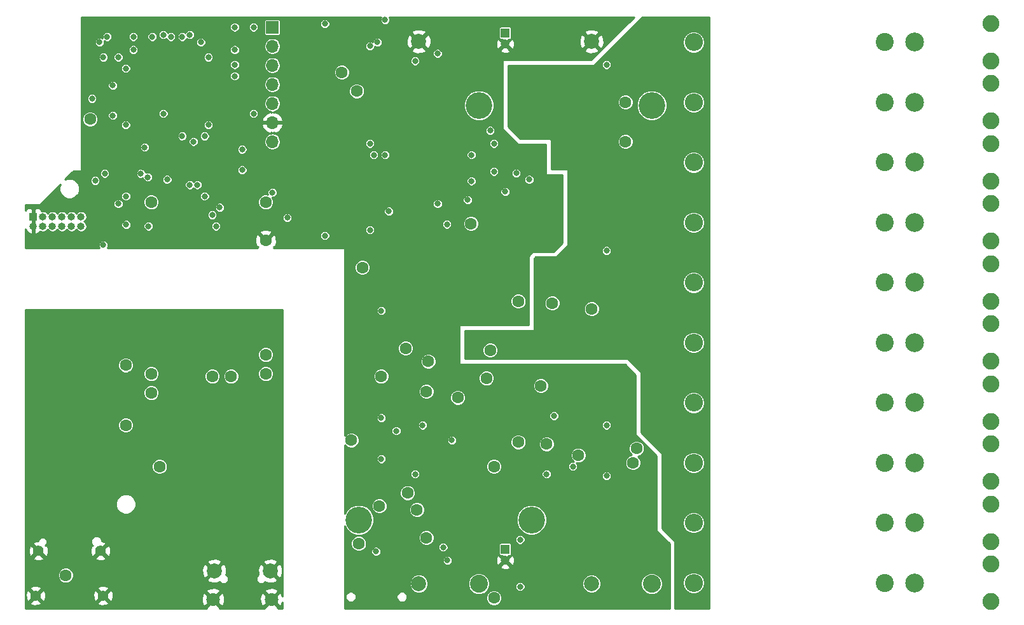
<source format=gbr>
G04 #@! TF.GenerationSoftware,KiCad,Pcbnew,5.0.2+dfsg1-1*
G04 #@! TF.CreationDate,2019-03-09T14:20:14+01:00*
G04 #@! TF.ProjectId,OpenHardwareHolterMonitor,4f70656e-4861-4726-9477-617265486f6c,rev?*
G04 #@! TF.SameCoordinates,Original*
G04 #@! TF.FileFunction,Copper,L2,Inr*
G04 #@! TF.FilePolarity,Positive*
%FSLAX46Y46*%
G04 Gerber Fmt 4.6, Leading zero omitted, Abs format (unit mm)*
G04 Created by KiCad (PCBNEW 5.0.2+dfsg1-1) date Sat 09 Mar 2019 02:20:14 PM CET*
%MOMM*%
%LPD*%
G01*
G04 APERTURE LIST*
G04 #@! TA.AperFunction,ViaPad*
%ADD10C,2.390000*%
G04 #@! TD*
G04 #@! TA.AperFunction,ViaPad*
%ADD11C,3.550000*%
G04 #@! TD*
G04 #@! TA.AperFunction,ViaPad*
%ADD12C,2.000000*%
G04 #@! TD*
G04 #@! TA.AperFunction,ViaPad*
%ADD13O,1.000000X1.000000*%
G04 #@! TD*
G04 #@! TA.AperFunction,ViaPad*
%ADD14R,1.000000X1.000000*%
G04 #@! TD*
G04 #@! TA.AperFunction,ViaPad*
%ADD15C,1.600000*%
G04 #@! TD*
G04 #@! TA.AperFunction,ViaPad*
%ADD16C,2.250000*%
G04 #@! TD*
G04 #@! TA.AperFunction,ViaPad*
%ADD17C,2.500000*%
G04 #@! TD*
G04 #@! TA.AperFunction,ViaPad*
%ADD18C,2.400000*%
G04 #@! TD*
G04 #@! TA.AperFunction,ViaPad*
%ADD19O,2.400000X2.400000*%
G04 #@! TD*
G04 #@! TA.AperFunction,ViaPad*
%ADD20C,1.800000*%
G04 #@! TD*
G04 #@! TA.AperFunction,ViaPad*
%ADD21C,1.400000*%
G04 #@! TD*
G04 #@! TA.AperFunction,ViaPad*
%ADD22O,1.700000X1.700000*%
G04 #@! TD*
G04 #@! TA.AperFunction,ViaPad*
%ADD23R,1.700000X1.700000*%
G04 #@! TD*
G04 #@! TA.AperFunction,ViaPad*
%ADD24R,1.200000X1.200000*%
G04 #@! TD*
G04 #@! TA.AperFunction,ViaPad*
%ADD25C,1.200000*%
G04 #@! TD*
G04 #@! TA.AperFunction,ViaPad*
%ADD26C,0.800000*%
G04 #@! TD*
G04 #@! TA.AperFunction,Conductor*
%ADD27C,0.254000*%
G04 #@! TD*
G04 APERTURE END LIST*
D10*
G04 #@! TO.N,N/C*
G04 #@! TO.C,BT2*
X223000000Y-96110000D03*
D11*
X207000000Y-87600000D03*
X223000000Y-32400000D03*
D12*
G04 #@! TO.N,Net-(BT2-Pad1)*
X215000000Y-96110000D03*
G04 #@! TO.N,GND*
X215000000Y-23890000D03*
G04 #@! TD*
D10*
G04 #@! TO.N,N/C*
G04 #@! TO.C,BT1*
X200000000Y-96110000D03*
D11*
X184000000Y-87600000D03*
X200000000Y-32400000D03*
D12*
G04 #@! TO.N,Net-(BT1-Pad1)*
X192000000Y-96110000D03*
G04 #@! TO.N,GND*
X192000000Y-23890000D03*
G04 #@! TD*
D13*
G04 #@! TO.N,/IO39*
G04 #@! TO.C,J1*
X147040000Y-48500000D03*
G04 #@! TO.N,/IO36*
X147040000Y-47230000D03*
G04 #@! TO.N,/IO27*
X145770000Y-48500000D03*
G04 #@! TO.N,/IO15*
X145770000Y-47230000D03*
G04 #@! TO.N,/IO14*
X144500000Y-48500000D03*
G04 #@! TO.N,/IO13*
X144500000Y-47230000D03*
G04 #@! TO.N,/IO12*
X143230000Y-48500000D03*
G04 #@! TO.N,/IO4*
X143230000Y-47230000D03*
G04 #@! TO.N,/IO2*
X141960000Y-48500000D03*
G04 #@! TO.N,+3V3*
X141960000Y-47230000D03*
G04 #@! TO.N,GND*
X140690000Y-48500000D03*
D14*
X140690000Y-47230000D03*
G04 #@! TD*
D15*
G04 #@! TO.N,Net-(U7-Pad11)*
G04 #@! TO.C,U7*
X156380000Y-45300000D03*
G04 #@! TO.N,/power/V_ISO*
X171620000Y-45300000D03*
G04 #@! TO.N,GND*
X171620000Y-50380000D03*
G04 #@! TO.N,Net-(C41-Pad1)*
X156380000Y-70700000D03*
G04 #@! TO.N,Net-(C41-Pad2)*
X156380000Y-68160000D03*
G04 #@! TO.N,Net-(C41-Pad1)*
X171620000Y-68160000D03*
X171620000Y-65620000D03*
G04 #@! TD*
D16*
G04 #@! TO.N,N/C*
G04 #@! TO.C,J2*
X268200000Y-21500000D03*
X268200000Y-26500000D03*
D17*
G04 #@! TO.N,/ads1298/RLDOUT*
X258000000Y-24000000D03*
G04 #@! TD*
D16*
G04 #@! TO.N,N/C*
G04 #@! TO.C,J4*
X268200000Y-37500000D03*
X268200000Y-42500000D03*
D17*
G04 #@! TO.N,/ads1298/IN1_8N*
X258000000Y-40000000D03*
G04 #@! TD*
D16*
G04 #@! TO.N,N/C*
G04 #@! TO.C,J5*
X268200000Y-45500000D03*
X268200000Y-50500000D03*
D17*
G04 #@! TO.N,/ads1298/IN2P*
X258000000Y-48000000D03*
G04 #@! TD*
D16*
G04 #@! TO.N,N/C*
G04 #@! TO.C,J6*
X268200000Y-53500000D03*
X268200000Y-58500000D03*
D17*
G04 #@! TO.N,/ads1298/IN3P*
X258000000Y-56000000D03*
G04 #@! TD*
D16*
G04 #@! TO.N,N/C*
G04 #@! TO.C,J7*
X268200000Y-61500000D03*
X268200000Y-66500000D03*
D17*
G04 #@! TO.N,/ads1298/IN4P*
X258000000Y-64000000D03*
G04 #@! TD*
D16*
G04 #@! TO.N,N/C*
G04 #@! TO.C,J8*
X268200000Y-69500000D03*
X268200000Y-74500000D03*
D17*
G04 #@! TO.N,/ads1298/IN5P*
X258000000Y-72000000D03*
G04 #@! TD*
D16*
G04 #@! TO.N,N/C*
G04 #@! TO.C,J9*
X268200000Y-77500000D03*
X268200000Y-82500000D03*
D17*
G04 #@! TO.N,/ads1298/IN6P*
X258000000Y-80000000D03*
G04 #@! TD*
D16*
G04 #@! TO.N,N/C*
G04 #@! TO.C,J11*
X268200000Y-93500000D03*
X268200000Y-98500000D03*
D17*
G04 #@! TO.N,/ads1298/IN8P*
X258000000Y-96000000D03*
G04 #@! TD*
D18*
G04 #@! TO.N,/ads1298/IN6P*
G04 #@! TO.C,R24*
X254000000Y-80000000D03*
D19*
G04 #@! TO.N,Net-(C31-Pad1)*
X228600000Y-80000000D03*
G04 #@! TD*
D18*
G04 #@! TO.N,/ads1298/IN7P*
G04 #@! TO.C,R25*
X254000000Y-88000000D03*
D19*
G04 #@! TO.N,Net-(C32-Pad1)*
X228600000Y-88000000D03*
G04 #@! TD*
D18*
G04 #@! TO.N,/ads1298/IN8P*
G04 #@! TO.C,R26*
X254000000Y-96000000D03*
D19*
G04 #@! TO.N,Net-(C33-Pad1)*
X228600000Y-96000000D03*
G04 #@! TD*
D18*
G04 #@! TO.N,/ads1298/RLDOUT*
G04 #@! TO.C,R17*
X254000000Y-24000000D03*
D19*
G04 #@! TO.N,/ads1298/RLDOUT_FILT*
X228600000Y-24000000D03*
G04 #@! TD*
D18*
G04 #@! TO.N,/ads1298/INP1*
G04 #@! TO.C,R18*
X254000000Y-32000000D03*
D19*
G04 #@! TO.N,Net-(C25-Pad1)*
X228600000Y-32000000D03*
G04 #@! TD*
D18*
G04 #@! TO.N,/ads1298/IN1_8N*
G04 #@! TO.C,R19*
X254000000Y-40000000D03*
D19*
G04 #@! TO.N,Net-(C26-Pad1)*
X228600000Y-40000000D03*
G04 #@! TD*
D18*
G04 #@! TO.N,/ads1298/IN2P*
G04 #@! TO.C,R20*
X254000000Y-48000000D03*
D19*
G04 #@! TO.N,Net-(C27-Pad1)*
X228600000Y-48000000D03*
G04 #@! TD*
D18*
G04 #@! TO.N,/ads1298/IN3P*
G04 #@! TO.C,R21*
X254000000Y-56000000D03*
D19*
G04 #@! TO.N,Net-(C28-Pad1)*
X228600000Y-56000000D03*
G04 #@! TD*
D18*
G04 #@! TO.N,/ads1298/IN4P*
G04 #@! TO.C,R22*
X254000000Y-64000000D03*
D19*
G04 #@! TO.N,Net-(C29-Pad1)*
X228600000Y-64000000D03*
G04 #@! TD*
D18*
G04 #@! TO.N,/ads1298/IN5P*
G04 #@! TO.C,R23*
X254000000Y-72000000D03*
D19*
G04 #@! TO.N,Net-(C30-Pad1)*
X228600000Y-72000000D03*
G04 #@! TD*
D16*
G04 #@! TO.N,N/C*
G04 #@! TO.C,J10*
X268200000Y-85500000D03*
X268200000Y-90500000D03*
D17*
G04 #@! TO.N,/ads1298/IN7P*
X258000000Y-88000000D03*
G04 #@! TD*
D16*
G04 #@! TO.N,N/C*
G04 #@! TO.C,J3*
X268200000Y-29500000D03*
X268200000Y-34500000D03*
D17*
G04 #@! TO.N,/ads1298/INP1*
X258000000Y-32000000D03*
G04 #@! TD*
D20*
G04 #@! TO.N,GNDPWR*
G04 #@! TO.C,J12*
X172375000Y-98200000D03*
X164625000Y-98200000D03*
D12*
X172225000Y-94400000D03*
X164775000Y-94400000D03*
G04 #@! TD*
D21*
G04 #@! TO.N,GNDPWR*
G04 #@! TO.C,J13*
X141010000Y-97690000D03*
X149990000Y-97690000D03*
X149630000Y-91740000D03*
X141370000Y-91740000D03*
G04 #@! TD*
D22*
G04 #@! TO.N,/RTS*
G04 #@! TO.C,P1*
X172500000Y-37240000D03*
G04 #@! TO.N,GND*
X172500000Y-34700000D03*
G04 #@! TO.N,/CTS*
X172500000Y-32160000D03*
G04 #@! TO.N,/FTDI_V*
X172500000Y-29620000D03*
G04 #@! TO.N,/TXD0*
X172500000Y-27080000D03*
G04 #@! TO.N,/RXD0*
X172500000Y-24540000D03*
D23*
G04 #@! TO.N,/DTR*
X172500000Y-22000000D03*
G04 #@! TD*
D24*
G04 #@! TO.N,Net-(R31-Pad1)*
G04 #@! TO.C,TH1*
X203500000Y-22750000D03*
D25*
G04 #@! TO.N,GND*
X203500000Y-24250000D03*
G04 #@! TD*
D24*
G04 #@! TO.N,Net-(R32-Pad1)*
G04 #@! TO.C,TH2*
X203500000Y-91500000D03*
D25*
G04 #@! TO.N,GND*
X203500000Y-93000000D03*
G04 #@! TD*
D15*
G04 #@! TO.N,GND*
X163000000Y-46000000D03*
X159750000Y-31250000D03*
X214000000Y-47500000D03*
D26*
X219500000Y-57000000D03*
D15*
X213221423Y-61500000D03*
X213250000Y-55500000D03*
X203300000Y-55500000D03*
X218250000Y-28600000D03*
X218250000Y-33550000D03*
X211800000Y-33500000D03*
X209750000Y-28500000D03*
X206250000Y-33000000D03*
X226000000Y-22000000D03*
X193000000Y-98000000D03*
X221500000Y-86500000D03*
X216000000Y-98000000D03*
D26*
X206500000Y-80500000D03*
X194500000Y-79500000D03*
X194500000Y-72500000D03*
D15*
X182000000Y-43000000D03*
D26*
X169000000Y-42000000D03*
X159000000Y-46274990D03*
X177000000Y-23900001D03*
X190775000Y-31500000D03*
X155500000Y-51000000D03*
X151000000Y-43500000D03*
D15*
X199500000Y-63250000D03*
X206000000Y-39250000D03*
X229000002Y-29250000D03*
X229000000Y-61500000D03*
X228999998Y-77500000D03*
X229000000Y-93500006D03*
X202300000Y-52000000D03*
X211000000Y-83250000D03*
X215250000Y-75749992D03*
X183066661Y-84986655D03*
X177750000Y-32000000D03*
X186000000Y-28500000D03*
X169500000Y-36000000D03*
X148250000Y-36500000D03*
X148000000Y-25250000D03*
X214500000Y-42500000D03*
X213000000Y-41250000D03*
X215500000Y-41000000D03*
X208250000Y-62750012D03*
X210000000Y-47250008D03*
X197899564Y-85659898D03*
X192900000Y-36025000D03*
X197750000Y-68969999D03*
X188000000Y-97750000D03*
X229000000Y-34500000D03*
X229000000Y-45500000D03*
X229000000Y-50500000D03*
X229000000Y-82500000D03*
X229000000Y-66500000D03*
G04 #@! TO.N,+3V3*
X215000000Y-59500000D03*
X205250000Y-58500000D03*
X219500000Y-32000000D03*
X219500000Y-37250000D03*
X202000000Y-98000000D03*
D26*
X199000000Y-42500000D03*
D15*
X201500000Y-65000000D03*
X201000000Y-68750000D03*
X202000000Y-80500016D03*
X181750000Y-28000000D03*
X148249998Y-34250000D03*
X209750002Y-58750000D03*
X198945293Y-48167940D03*
G04 #@! TO.N,/power/MUX_POWER_OUT*
X157500000Y-80500000D03*
X153000000Y-75000000D03*
X153000000Y-67000000D03*
X164500000Y-68500000D03*
X167000000Y-68500000D03*
G04 #@! TO.N,GNDPWR*
X157500000Y-75500000D03*
X162000000Y-61000000D03*
X171999988Y-81750000D03*
X141500000Y-67000000D03*
X141500000Y-75000000D03*
X141500000Y-83000000D03*
X155250000Y-83500000D03*
X153000000Y-78500000D03*
X162500000Y-66000000D03*
G04 #@! TO.N,/power/REGULATOR_IN*
X197200000Y-71329999D03*
G04 #@! TO.N,/FTDI_V*
X184500000Y-54000000D03*
X183750000Y-30500000D03*
G04 #@! TO.N,/power/V_ISO*
X183000000Y-77000000D03*
X205250000Y-77249978D03*
G04 #@! TO.N,+5C*
X145000000Y-95000000D03*
D26*
G04 #@! TO.N,/IO2*
X167500000Y-25000000D03*
X154000000Y-25000000D03*
X153026682Y-48282349D03*
G04 #@! TO.N,/IO4*
X163000000Y-24000000D03*
X148919135Y-42419135D03*
X150000000Y-26000014D03*
G04 #@! TO.N,/IO12*
X164500000Y-47000000D03*
G04 #@! TO.N,/IO13*
X153000000Y-35000000D03*
X164000000Y-35000000D03*
X153012660Y-44512660D03*
G04 #@! TO.N,/IO14*
X162500000Y-43000000D03*
G04 #@! TO.N,/IO15*
X164000000Y-26000000D03*
X152000000Y-45500000D03*
X152000000Y-26000002D03*
G04 #@! TO.N,/IO27*
X161500000Y-43000000D03*
G04 #@! TO.N,/DTR*
X174500000Y-47375001D03*
G04 #@! TO.N,/RXD0*
X153000000Y-27500000D03*
G04 #@! TO.N,/TXD0*
X151249998Y-29750000D03*
G04 #@! TO.N,/EN*
X185500000Y-49000000D03*
X150000000Y-50999974D03*
X150192788Y-41486324D03*
G04 #@! TO.N,/IO0*
X179500000Y-21549999D03*
X170000000Y-22000000D03*
X167500000Y-22000000D03*
X179500000Y-49750000D03*
G04 #@! TO.N,/Enable_vbat_read*
X163500000Y-44500000D03*
X172500000Y-44000000D03*
G04 #@! TO.N,/MOSI*
X199000000Y-39000000D03*
X149500000Y-24000000D03*
X148500000Y-31500000D03*
G04 #@! TO.N,/CLK*
X170000000Y-33500000D03*
X158000000Y-33500000D03*
X158000000Y-23000000D03*
G04 #@! TO.N,/ads1298/ADS_SCLK*
X203500000Y-43900000D03*
X201500000Y-35750000D03*
G04 #@! TO.N,/ads1298/ADS_~CS~*
X202000000Y-41225000D03*
X202000000Y-37500000D03*
G04 #@! TO.N,/read_bat_1*
X156000000Y-48500000D03*
X165000000Y-48500000D03*
X205500000Y-96500000D03*
X155000008Y-41500000D03*
X195750000Y-48250000D03*
X195250000Y-91250004D03*
X205500000Y-90250000D03*
G04 #@! TO.N,/read_bat_2*
X155500000Y-38000000D03*
X187000000Y-59750000D03*
X186000000Y-39000000D03*
G04 #@! TO.N,/MISO*
X198500000Y-45000000D03*
X158509735Y-42275000D03*
X156500000Y-23275000D03*
G04 #@! TO.N,Net-(R29-Pad1)*
X187000000Y-74025000D03*
X187000000Y-79500000D03*
G04 #@! TO.N,Net-(R30-Pad1)*
X217000000Y-75000000D03*
X217000000Y-81750000D03*
G04 #@! TO.N,Net-(R31-Pad2)*
X191500000Y-81500000D03*
X191500000Y-26500000D03*
G04 #@! TO.N,Net-(R32-Pad2)*
X209000000Y-81500000D03*
X212500000Y-80500000D03*
G04 #@! TO.N,/ads1298/RLDOUT_FILT*
X217000000Y-51750000D03*
X217000000Y-27000000D03*
G04 #@! TO.N,/~CS~*
X159000000Y-23275000D03*
X185500000Y-37500000D03*
X162000006Y-37250000D03*
G04 #@! TO.N,/~DRDY~_IN*
X194500000Y-45500000D03*
X161500000Y-23000000D03*
X194500000Y-25499990D03*
G04 #@! TO.N,/START_OUT*
X160500000Y-23275000D03*
X187500000Y-21000000D03*
X187500000Y-39000000D03*
G04 #@! TO.N,/~RESET~_OUT*
X206700000Y-42275000D03*
X155910000Y-41962347D03*
X154000000Y-23275000D03*
G04 #@! TO.N,/~PWDN~_OUT*
X204962656Y-41437336D03*
X168500000Y-41000000D03*
X168500000Y-38275000D03*
X150500000Y-23275000D03*
X151250000Y-33750000D03*
G04 #@! TO.N,/SD_DAT1*
X167500000Y-27000000D03*
X186500000Y-24000000D03*
G04 #@! TO.N,/SD_DAT0*
X167500000Y-28500000D03*
X185500000Y-24500000D03*
D15*
G04 #@! TO.N,Net-(BT1-Pad1)*
X193000000Y-90000000D03*
X193000000Y-70500000D03*
G04 #@! TO.N,Net-(D12-Pad2)*
X220500000Y-80000000D03*
X213250000Y-79000000D03*
G04 #@! TO.N,Net-(D6-Pad2)*
X190500000Y-84000000D03*
X190250008Y-64750000D03*
G04 #@! TO.N,Net-(Q10-Pad2)*
X186750000Y-85750000D03*
X191750008Y-86250000D03*
D26*
G04 #@! TO.N,/Enable_Charging*
X192500000Y-75000000D03*
X160500000Y-36500000D03*
X163500000Y-36500000D03*
X165500000Y-46000000D03*
X188000000Y-46500000D03*
X209999992Y-73750000D03*
X189000000Y-75750000D03*
D15*
G04 #@! TO.N,/power/SWITCH_IN*
X187000000Y-68500000D03*
X209000000Y-77500000D03*
X193250000Y-66500000D03*
X208250000Y-69750000D03*
X183999962Y-90750000D03*
X221000000Y-78100000D03*
D26*
G04 #@! TO.N,Net-(Q11-Pad2)*
X186300000Y-91800000D03*
X195800000Y-93000000D03*
X196400000Y-77000000D03*
G04 #@! TD*
D27*
G04 #@! TO.N,GNDPWR*
G36*
X173873000Y-97775402D02*
X173711643Y-97385852D01*
X173455159Y-97299446D01*
X172554605Y-98200000D01*
X173455159Y-99100554D01*
X173711643Y-99014148D01*
X173873000Y-98573113D01*
X173873000Y-99373000D01*
X173244277Y-99373000D01*
X173275554Y-99280159D01*
X172375000Y-98379605D01*
X171474446Y-99280159D01*
X171505723Y-99373000D01*
X165494277Y-99373000D01*
X165525554Y-99280159D01*
X164625000Y-98379605D01*
X163724446Y-99280159D01*
X163755723Y-99373000D01*
X139627000Y-99373000D01*
X139627000Y-98625275D01*
X140254331Y-98625275D01*
X140316169Y-98861042D01*
X140817122Y-99037419D01*
X141347440Y-99008664D01*
X141703831Y-98861042D01*
X141765669Y-98625275D01*
X149234331Y-98625275D01*
X149296169Y-98861042D01*
X149797122Y-99037419D01*
X150327440Y-99008664D01*
X150683831Y-98861042D01*
X150745669Y-98625275D01*
X149990000Y-97869605D01*
X149234331Y-98625275D01*
X141765669Y-98625275D01*
X141010000Y-97869605D01*
X140254331Y-98625275D01*
X139627000Y-98625275D01*
X139627000Y-97497122D01*
X139662581Y-97497122D01*
X139691336Y-98027440D01*
X139838958Y-98383831D01*
X140074725Y-98445669D01*
X140830395Y-97690000D01*
X141189605Y-97690000D01*
X141945275Y-98445669D01*
X142181042Y-98383831D01*
X142357419Y-97882878D01*
X142336503Y-97497122D01*
X148642581Y-97497122D01*
X148671336Y-98027440D01*
X148818958Y-98383831D01*
X149054725Y-98445669D01*
X149810395Y-97690000D01*
X150169605Y-97690000D01*
X150925275Y-98445669D01*
X151161042Y-98383831D01*
X151310499Y-97959336D01*
X163078542Y-97959336D01*
X163104161Y-98569460D01*
X163288357Y-99014148D01*
X163544841Y-99100554D01*
X164445395Y-98200000D01*
X164804605Y-98200000D01*
X165705159Y-99100554D01*
X165961643Y-99014148D01*
X166171458Y-98440664D01*
X166151248Y-97959336D01*
X170828542Y-97959336D01*
X170854161Y-98569460D01*
X171038357Y-99014148D01*
X171294841Y-99100554D01*
X172195395Y-98200000D01*
X171294841Y-97299446D01*
X171038357Y-97385852D01*
X170828542Y-97959336D01*
X166151248Y-97959336D01*
X166145839Y-97830540D01*
X165961643Y-97385852D01*
X165705159Y-97299446D01*
X164804605Y-98200000D01*
X164445395Y-98200000D01*
X163544841Y-97299446D01*
X163288357Y-97385852D01*
X163078542Y-97959336D01*
X151310499Y-97959336D01*
X151337419Y-97882878D01*
X151308664Y-97352560D01*
X151212269Y-97119841D01*
X163724446Y-97119841D01*
X164625000Y-98020395D01*
X165525554Y-97119841D01*
X171474446Y-97119841D01*
X172375000Y-98020395D01*
X173275554Y-97119841D01*
X173189148Y-96863357D01*
X172615664Y-96653542D01*
X172005540Y-96679161D01*
X171560852Y-96863357D01*
X171474446Y-97119841D01*
X165525554Y-97119841D01*
X165439148Y-96863357D01*
X164865664Y-96653542D01*
X164255540Y-96679161D01*
X163810852Y-96863357D01*
X163724446Y-97119841D01*
X151212269Y-97119841D01*
X151161042Y-96996169D01*
X150925275Y-96934331D01*
X150169605Y-97690000D01*
X149810395Y-97690000D01*
X149054725Y-96934331D01*
X148818958Y-96996169D01*
X148642581Y-97497122D01*
X142336503Y-97497122D01*
X142328664Y-97352560D01*
X142181042Y-96996169D01*
X141945275Y-96934331D01*
X141189605Y-97690000D01*
X140830395Y-97690000D01*
X140074725Y-96934331D01*
X139838958Y-96996169D01*
X139662581Y-97497122D01*
X139627000Y-97497122D01*
X139627000Y-96754725D01*
X140254331Y-96754725D01*
X141010000Y-97510395D01*
X141765669Y-96754725D01*
X149234331Y-96754725D01*
X149990000Y-97510395D01*
X150745669Y-96754725D01*
X150683831Y-96518958D01*
X150182878Y-96342581D01*
X149652560Y-96371336D01*
X149296169Y-96518958D01*
X149234331Y-96754725D01*
X141765669Y-96754725D01*
X141703831Y-96518958D01*
X141202878Y-96342581D01*
X140672560Y-96371336D01*
X140316169Y-96518958D01*
X140254331Y-96754725D01*
X139627000Y-96754725D01*
X139627000Y-94789750D01*
X143943000Y-94789750D01*
X143943000Y-95210250D01*
X144103919Y-95598742D01*
X144401258Y-95896081D01*
X144789750Y-96057000D01*
X145210250Y-96057000D01*
X145598742Y-95896081D01*
X145896081Y-95598742D01*
X145915221Y-95552532D01*
X163802073Y-95552532D01*
X163900736Y-95819387D01*
X164510461Y-96045908D01*
X165160460Y-96021856D01*
X165501469Y-95880606D01*
X165627840Y-96006977D01*
X165869315Y-96107000D01*
X166130685Y-96107000D01*
X166372160Y-96006977D01*
X166556977Y-95822160D01*
X166657000Y-95580685D01*
X166657000Y-95319315D01*
X170343000Y-95319315D01*
X170343000Y-95580685D01*
X170443023Y-95822160D01*
X170627840Y-96006977D01*
X170869315Y-96107000D01*
X171130685Y-96107000D01*
X171372160Y-96006977D01*
X171503133Y-95876004D01*
X171960461Y-96045908D01*
X172610460Y-96021856D01*
X173099264Y-95819387D01*
X173197927Y-95552532D01*
X172225000Y-94579605D01*
X172210858Y-94593748D01*
X172031253Y-94414143D01*
X172045395Y-94400000D01*
X172404605Y-94400000D01*
X173377532Y-95372927D01*
X173644387Y-95274264D01*
X173870908Y-94664539D01*
X173846856Y-94014540D01*
X173644387Y-93525736D01*
X173377532Y-93427073D01*
X172404605Y-94400000D01*
X172045395Y-94400000D01*
X171072468Y-93427073D01*
X170805613Y-93525736D01*
X170579092Y-94135461D01*
X170603144Y-94785460D01*
X170644790Y-94886002D01*
X170627840Y-94893023D01*
X170443023Y-95077840D01*
X170343000Y-95319315D01*
X166657000Y-95319315D01*
X166556977Y-95077840D01*
X166372160Y-94893023D01*
X166340842Y-94880051D01*
X166420908Y-94664539D01*
X166396856Y-94014540D01*
X166194387Y-93525736D01*
X165927532Y-93427073D01*
X164954605Y-94400000D01*
X164968748Y-94414143D01*
X164789143Y-94593748D01*
X164775000Y-94579605D01*
X163802073Y-95552532D01*
X145915221Y-95552532D01*
X146057000Y-95210250D01*
X146057000Y-94789750D01*
X145896081Y-94401258D01*
X145630284Y-94135461D01*
X163129092Y-94135461D01*
X163153144Y-94785460D01*
X163355613Y-95274264D01*
X163622468Y-95372927D01*
X164595395Y-94400000D01*
X163622468Y-93427073D01*
X163355613Y-93525736D01*
X163129092Y-94135461D01*
X145630284Y-94135461D01*
X145598742Y-94103919D01*
X145210250Y-93943000D01*
X144789750Y-93943000D01*
X144401258Y-94103919D01*
X144103919Y-94401258D01*
X143943000Y-94789750D01*
X139627000Y-94789750D01*
X139627000Y-93247468D01*
X163802073Y-93247468D01*
X164775000Y-94220395D01*
X165747927Y-93247468D01*
X171252073Y-93247468D01*
X172225000Y-94220395D01*
X173197927Y-93247468D01*
X173099264Y-92980613D01*
X172489539Y-92754092D01*
X171839540Y-92778144D01*
X171350736Y-92980613D01*
X171252073Y-93247468D01*
X165747927Y-93247468D01*
X165649264Y-92980613D01*
X165039539Y-92754092D01*
X164389540Y-92778144D01*
X163900736Y-92980613D01*
X163802073Y-93247468D01*
X139627000Y-93247468D01*
X139627000Y-92675275D01*
X140614331Y-92675275D01*
X140676169Y-92911042D01*
X141177122Y-93087419D01*
X141707440Y-93058664D01*
X142063831Y-92911042D01*
X142125669Y-92675275D01*
X148874331Y-92675275D01*
X148936169Y-92911042D01*
X149437122Y-93087419D01*
X149967440Y-93058664D01*
X150323831Y-92911042D01*
X150385669Y-92675275D01*
X149630000Y-91919605D01*
X148874331Y-92675275D01*
X142125669Y-92675275D01*
X141370000Y-91919605D01*
X140614331Y-92675275D01*
X139627000Y-92675275D01*
X139627000Y-91547122D01*
X140022581Y-91547122D01*
X140051336Y-92077440D01*
X140198958Y-92433831D01*
X140434725Y-92495669D01*
X141190395Y-91740000D01*
X140434725Y-90984331D01*
X140198958Y-91046169D01*
X140022581Y-91547122D01*
X139627000Y-91547122D01*
X139627000Y-90804725D01*
X140614331Y-90804725D01*
X141370000Y-91560395D01*
X141384142Y-91546252D01*
X141563748Y-91725858D01*
X141549605Y-91740000D01*
X142305275Y-92495669D01*
X142541042Y-92433831D01*
X142717419Y-91932878D01*
X142696503Y-91547122D01*
X148282581Y-91547122D01*
X148311336Y-92077440D01*
X148458958Y-92433831D01*
X148694725Y-92495669D01*
X149450395Y-91740000D01*
X149809605Y-91740000D01*
X150565275Y-92495669D01*
X150801042Y-92433831D01*
X150977419Y-91932878D01*
X150948664Y-91402560D01*
X150801042Y-91046169D01*
X150565275Y-90984331D01*
X149809605Y-91740000D01*
X149450395Y-91740000D01*
X149436252Y-91725858D01*
X149615858Y-91546253D01*
X149630000Y-91560395D01*
X150385669Y-90804725D01*
X150323831Y-90568958D01*
X149832000Y-90395793D01*
X149832000Y-90344396D01*
X149720560Y-90075355D01*
X149514645Y-89869440D01*
X149245604Y-89758000D01*
X148954396Y-89758000D01*
X148685355Y-89869440D01*
X148479440Y-90075355D01*
X148368000Y-90344396D01*
X148368000Y-90635604D01*
X148479440Y-90904645D01*
X148587302Y-91012507D01*
X148458958Y-91046169D01*
X148282581Y-91547122D01*
X142696503Y-91547122D01*
X142688664Y-91402560D01*
X142541042Y-91046169D01*
X142305277Y-90984331D01*
X142420526Y-90869082D01*
X142382258Y-90830814D01*
X142393396Y-90819676D01*
X142482000Y-90605767D01*
X142482000Y-90374233D01*
X142393396Y-90160324D01*
X142229676Y-89996604D01*
X142015767Y-89908000D01*
X141784233Y-89908000D01*
X141570324Y-89996604D01*
X141406604Y-90160324D01*
X141318000Y-90374233D01*
X141318000Y-90405859D01*
X141032560Y-90421336D01*
X140676169Y-90568958D01*
X140614331Y-90804725D01*
X139627000Y-90804725D01*
X139627000Y-85230076D01*
X151643000Y-85230076D01*
X151643000Y-85769924D01*
X151849591Y-86268679D01*
X152231321Y-86650409D01*
X152730076Y-86857000D01*
X153269924Y-86857000D01*
X153768679Y-86650409D01*
X154150409Y-86268679D01*
X154357000Y-85769924D01*
X154357000Y-85230076D01*
X154150409Y-84731321D01*
X153768679Y-84349591D01*
X153269924Y-84143000D01*
X152730076Y-84143000D01*
X152231321Y-84349591D01*
X151849591Y-84731321D01*
X151643000Y-85230076D01*
X139627000Y-85230076D01*
X139627000Y-80289750D01*
X156443000Y-80289750D01*
X156443000Y-80710250D01*
X156603919Y-81098742D01*
X156901258Y-81396081D01*
X157289750Y-81557000D01*
X157710250Y-81557000D01*
X158098742Y-81396081D01*
X158396081Y-81098742D01*
X158557000Y-80710250D01*
X158557000Y-80289750D01*
X158396081Y-79901258D01*
X158098742Y-79603919D01*
X157710250Y-79443000D01*
X157289750Y-79443000D01*
X156901258Y-79603919D01*
X156603919Y-79901258D01*
X156443000Y-80289750D01*
X139627000Y-80289750D01*
X139627000Y-74789750D01*
X151943000Y-74789750D01*
X151943000Y-75210250D01*
X152103919Y-75598742D01*
X152401258Y-75896081D01*
X152789750Y-76057000D01*
X153210250Y-76057000D01*
X153598742Y-75896081D01*
X153896081Y-75598742D01*
X154057000Y-75210250D01*
X154057000Y-74789750D01*
X153896081Y-74401258D01*
X153598742Y-74103919D01*
X153210250Y-73943000D01*
X152789750Y-73943000D01*
X152401258Y-74103919D01*
X152103919Y-74401258D01*
X151943000Y-74789750D01*
X139627000Y-74789750D01*
X139627000Y-70489750D01*
X155323000Y-70489750D01*
X155323000Y-70910250D01*
X155483919Y-71298742D01*
X155781258Y-71596081D01*
X156169750Y-71757000D01*
X156590250Y-71757000D01*
X156978742Y-71596081D01*
X157276081Y-71298742D01*
X157437000Y-70910250D01*
X157437000Y-70489750D01*
X157276081Y-70101258D01*
X156978742Y-69803919D01*
X156590250Y-69643000D01*
X156169750Y-69643000D01*
X155781258Y-69803919D01*
X155483919Y-70101258D01*
X155323000Y-70489750D01*
X139627000Y-70489750D01*
X139627000Y-66789750D01*
X151943000Y-66789750D01*
X151943000Y-67210250D01*
X152103919Y-67598742D01*
X152401258Y-67896081D01*
X152789750Y-68057000D01*
X153210250Y-68057000D01*
X153469173Y-67949750D01*
X155323000Y-67949750D01*
X155323000Y-68370250D01*
X155483919Y-68758742D01*
X155781258Y-69056081D01*
X156169750Y-69217000D01*
X156590250Y-69217000D01*
X156978742Y-69056081D01*
X157276081Y-68758742D01*
X157437000Y-68370250D01*
X157437000Y-68289750D01*
X163443000Y-68289750D01*
X163443000Y-68710250D01*
X163603919Y-69098742D01*
X163901258Y-69396081D01*
X164289750Y-69557000D01*
X164710250Y-69557000D01*
X165098742Y-69396081D01*
X165396081Y-69098742D01*
X165557000Y-68710250D01*
X165557000Y-68289750D01*
X165943000Y-68289750D01*
X165943000Y-68710250D01*
X166103919Y-69098742D01*
X166401258Y-69396081D01*
X166789750Y-69557000D01*
X167210250Y-69557000D01*
X167598742Y-69396081D01*
X167896081Y-69098742D01*
X168057000Y-68710250D01*
X168057000Y-68289750D01*
X167916168Y-67949750D01*
X170563000Y-67949750D01*
X170563000Y-68370250D01*
X170723919Y-68758742D01*
X171021258Y-69056081D01*
X171409750Y-69217000D01*
X171830250Y-69217000D01*
X172218742Y-69056081D01*
X172516081Y-68758742D01*
X172677000Y-68370250D01*
X172677000Y-67949750D01*
X172516081Y-67561258D01*
X172218742Y-67263919D01*
X171830250Y-67103000D01*
X171409750Y-67103000D01*
X171021258Y-67263919D01*
X170723919Y-67561258D01*
X170563000Y-67949750D01*
X167916168Y-67949750D01*
X167896081Y-67901258D01*
X167598742Y-67603919D01*
X167210250Y-67443000D01*
X166789750Y-67443000D01*
X166401258Y-67603919D01*
X166103919Y-67901258D01*
X165943000Y-68289750D01*
X165557000Y-68289750D01*
X165396081Y-67901258D01*
X165098742Y-67603919D01*
X164710250Y-67443000D01*
X164289750Y-67443000D01*
X163901258Y-67603919D01*
X163603919Y-67901258D01*
X163443000Y-68289750D01*
X157437000Y-68289750D01*
X157437000Y-67949750D01*
X157276081Y-67561258D01*
X156978742Y-67263919D01*
X156590250Y-67103000D01*
X156169750Y-67103000D01*
X155781258Y-67263919D01*
X155483919Y-67561258D01*
X155323000Y-67949750D01*
X153469173Y-67949750D01*
X153598742Y-67896081D01*
X153896081Y-67598742D01*
X154057000Y-67210250D01*
X154057000Y-66789750D01*
X153896081Y-66401258D01*
X153598742Y-66103919D01*
X153210250Y-65943000D01*
X152789750Y-65943000D01*
X152401258Y-66103919D01*
X152103919Y-66401258D01*
X151943000Y-66789750D01*
X139627000Y-66789750D01*
X139627000Y-65409750D01*
X170563000Y-65409750D01*
X170563000Y-65830250D01*
X170723919Y-66218742D01*
X171021258Y-66516081D01*
X171409750Y-66677000D01*
X171830250Y-66677000D01*
X172218742Y-66516081D01*
X172516081Y-66218742D01*
X172677000Y-65830250D01*
X172677000Y-65409750D01*
X172516081Y-65021258D01*
X172218742Y-64723919D01*
X171830250Y-64563000D01*
X171409750Y-64563000D01*
X171021258Y-64723919D01*
X170723919Y-65021258D01*
X170563000Y-65409750D01*
X139627000Y-65409750D01*
X139627000Y-59627000D01*
X173873000Y-59627000D01*
X173873000Y-97775402D01*
X173873000Y-97775402D01*
G37*
X173873000Y-97775402D02*
X173711643Y-97385852D01*
X173455159Y-97299446D01*
X172554605Y-98200000D01*
X173455159Y-99100554D01*
X173711643Y-99014148D01*
X173873000Y-98573113D01*
X173873000Y-99373000D01*
X173244277Y-99373000D01*
X173275554Y-99280159D01*
X172375000Y-98379605D01*
X171474446Y-99280159D01*
X171505723Y-99373000D01*
X165494277Y-99373000D01*
X165525554Y-99280159D01*
X164625000Y-98379605D01*
X163724446Y-99280159D01*
X163755723Y-99373000D01*
X139627000Y-99373000D01*
X139627000Y-98625275D01*
X140254331Y-98625275D01*
X140316169Y-98861042D01*
X140817122Y-99037419D01*
X141347440Y-99008664D01*
X141703831Y-98861042D01*
X141765669Y-98625275D01*
X149234331Y-98625275D01*
X149296169Y-98861042D01*
X149797122Y-99037419D01*
X150327440Y-99008664D01*
X150683831Y-98861042D01*
X150745669Y-98625275D01*
X149990000Y-97869605D01*
X149234331Y-98625275D01*
X141765669Y-98625275D01*
X141010000Y-97869605D01*
X140254331Y-98625275D01*
X139627000Y-98625275D01*
X139627000Y-97497122D01*
X139662581Y-97497122D01*
X139691336Y-98027440D01*
X139838958Y-98383831D01*
X140074725Y-98445669D01*
X140830395Y-97690000D01*
X141189605Y-97690000D01*
X141945275Y-98445669D01*
X142181042Y-98383831D01*
X142357419Y-97882878D01*
X142336503Y-97497122D01*
X148642581Y-97497122D01*
X148671336Y-98027440D01*
X148818958Y-98383831D01*
X149054725Y-98445669D01*
X149810395Y-97690000D01*
X150169605Y-97690000D01*
X150925275Y-98445669D01*
X151161042Y-98383831D01*
X151310499Y-97959336D01*
X163078542Y-97959336D01*
X163104161Y-98569460D01*
X163288357Y-99014148D01*
X163544841Y-99100554D01*
X164445395Y-98200000D01*
X164804605Y-98200000D01*
X165705159Y-99100554D01*
X165961643Y-99014148D01*
X166171458Y-98440664D01*
X166151248Y-97959336D01*
X170828542Y-97959336D01*
X170854161Y-98569460D01*
X171038357Y-99014148D01*
X171294841Y-99100554D01*
X172195395Y-98200000D01*
X171294841Y-97299446D01*
X171038357Y-97385852D01*
X170828542Y-97959336D01*
X166151248Y-97959336D01*
X166145839Y-97830540D01*
X165961643Y-97385852D01*
X165705159Y-97299446D01*
X164804605Y-98200000D01*
X164445395Y-98200000D01*
X163544841Y-97299446D01*
X163288357Y-97385852D01*
X163078542Y-97959336D01*
X151310499Y-97959336D01*
X151337419Y-97882878D01*
X151308664Y-97352560D01*
X151212269Y-97119841D01*
X163724446Y-97119841D01*
X164625000Y-98020395D01*
X165525554Y-97119841D01*
X171474446Y-97119841D01*
X172375000Y-98020395D01*
X173275554Y-97119841D01*
X173189148Y-96863357D01*
X172615664Y-96653542D01*
X172005540Y-96679161D01*
X171560852Y-96863357D01*
X171474446Y-97119841D01*
X165525554Y-97119841D01*
X165439148Y-96863357D01*
X164865664Y-96653542D01*
X164255540Y-96679161D01*
X163810852Y-96863357D01*
X163724446Y-97119841D01*
X151212269Y-97119841D01*
X151161042Y-96996169D01*
X150925275Y-96934331D01*
X150169605Y-97690000D01*
X149810395Y-97690000D01*
X149054725Y-96934331D01*
X148818958Y-96996169D01*
X148642581Y-97497122D01*
X142336503Y-97497122D01*
X142328664Y-97352560D01*
X142181042Y-96996169D01*
X141945275Y-96934331D01*
X141189605Y-97690000D01*
X140830395Y-97690000D01*
X140074725Y-96934331D01*
X139838958Y-96996169D01*
X139662581Y-97497122D01*
X139627000Y-97497122D01*
X139627000Y-96754725D01*
X140254331Y-96754725D01*
X141010000Y-97510395D01*
X141765669Y-96754725D01*
X149234331Y-96754725D01*
X149990000Y-97510395D01*
X150745669Y-96754725D01*
X150683831Y-96518958D01*
X150182878Y-96342581D01*
X149652560Y-96371336D01*
X149296169Y-96518958D01*
X149234331Y-96754725D01*
X141765669Y-96754725D01*
X141703831Y-96518958D01*
X141202878Y-96342581D01*
X140672560Y-96371336D01*
X140316169Y-96518958D01*
X140254331Y-96754725D01*
X139627000Y-96754725D01*
X139627000Y-94789750D01*
X143943000Y-94789750D01*
X143943000Y-95210250D01*
X144103919Y-95598742D01*
X144401258Y-95896081D01*
X144789750Y-96057000D01*
X145210250Y-96057000D01*
X145598742Y-95896081D01*
X145896081Y-95598742D01*
X145915221Y-95552532D01*
X163802073Y-95552532D01*
X163900736Y-95819387D01*
X164510461Y-96045908D01*
X165160460Y-96021856D01*
X165501469Y-95880606D01*
X165627840Y-96006977D01*
X165869315Y-96107000D01*
X166130685Y-96107000D01*
X166372160Y-96006977D01*
X166556977Y-95822160D01*
X166657000Y-95580685D01*
X166657000Y-95319315D01*
X170343000Y-95319315D01*
X170343000Y-95580685D01*
X170443023Y-95822160D01*
X170627840Y-96006977D01*
X170869315Y-96107000D01*
X171130685Y-96107000D01*
X171372160Y-96006977D01*
X171503133Y-95876004D01*
X171960461Y-96045908D01*
X172610460Y-96021856D01*
X173099264Y-95819387D01*
X173197927Y-95552532D01*
X172225000Y-94579605D01*
X172210858Y-94593748D01*
X172031253Y-94414143D01*
X172045395Y-94400000D01*
X172404605Y-94400000D01*
X173377532Y-95372927D01*
X173644387Y-95274264D01*
X173870908Y-94664539D01*
X173846856Y-94014540D01*
X173644387Y-93525736D01*
X173377532Y-93427073D01*
X172404605Y-94400000D01*
X172045395Y-94400000D01*
X171072468Y-93427073D01*
X170805613Y-93525736D01*
X170579092Y-94135461D01*
X170603144Y-94785460D01*
X170644790Y-94886002D01*
X170627840Y-94893023D01*
X170443023Y-95077840D01*
X170343000Y-95319315D01*
X166657000Y-95319315D01*
X166556977Y-95077840D01*
X166372160Y-94893023D01*
X166340842Y-94880051D01*
X166420908Y-94664539D01*
X166396856Y-94014540D01*
X166194387Y-93525736D01*
X165927532Y-93427073D01*
X164954605Y-94400000D01*
X164968748Y-94414143D01*
X164789143Y-94593748D01*
X164775000Y-94579605D01*
X163802073Y-95552532D01*
X145915221Y-95552532D01*
X146057000Y-95210250D01*
X146057000Y-94789750D01*
X145896081Y-94401258D01*
X145630284Y-94135461D01*
X163129092Y-94135461D01*
X163153144Y-94785460D01*
X163355613Y-95274264D01*
X163622468Y-95372927D01*
X164595395Y-94400000D01*
X163622468Y-93427073D01*
X163355613Y-93525736D01*
X163129092Y-94135461D01*
X145630284Y-94135461D01*
X145598742Y-94103919D01*
X145210250Y-93943000D01*
X144789750Y-93943000D01*
X144401258Y-94103919D01*
X144103919Y-94401258D01*
X143943000Y-94789750D01*
X139627000Y-94789750D01*
X139627000Y-93247468D01*
X163802073Y-93247468D01*
X164775000Y-94220395D01*
X165747927Y-93247468D01*
X171252073Y-93247468D01*
X172225000Y-94220395D01*
X173197927Y-93247468D01*
X173099264Y-92980613D01*
X172489539Y-92754092D01*
X171839540Y-92778144D01*
X171350736Y-92980613D01*
X171252073Y-93247468D01*
X165747927Y-93247468D01*
X165649264Y-92980613D01*
X165039539Y-92754092D01*
X164389540Y-92778144D01*
X163900736Y-92980613D01*
X163802073Y-93247468D01*
X139627000Y-93247468D01*
X139627000Y-92675275D01*
X140614331Y-92675275D01*
X140676169Y-92911042D01*
X141177122Y-93087419D01*
X141707440Y-93058664D01*
X142063831Y-92911042D01*
X142125669Y-92675275D01*
X148874331Y-92675275D01*
X148936169Y-92911042D01*
X149437122Y-93087419D01*
X149967440Y-93058664D01*
X150323831Y-92911042D01*
X150385669Y-92675275D01*
X149630000Y-91919605D01*
X148874331Y-92675275D01*
X142125669Y-92675275D01*
X141370000Y-91919605D01*
X140614331Y-92675275D01*
X139627000Y-92675275D01*
X139627000Y-91547122D01*
X140022581Y-91547122D01*
X140051336Y-92077440D01*
X140198958Y-92433831D01*
X140434725Y-92495669D01*
X141190395Y-91740000D01*
X140434725Y-90984331D01*
X140198958Y-91046169D01*
X140022581Y-91547122D01*
X139627000Y-91547122D01*
X139627000Y-90804725D01*
X140614331Y-90804725D01*
X141370000Y-91560395D01*
X141384142Y-91546252D01*
X141563748Y-91725858D01*
X141549605Y-91740000D01*
X142305275Y-92495669D01*
X142541042Y-92433831D01*
X142717419Y-91932878D01*
X142696503Y-91547122D01*
X148282581Y-91547122D01*
X148311336Y-92077440D01*
X148458958Y-92433831D01*
X148694725Y-92495669D01*
X149450395Y-91740000D01*
X149809605Y-91740000D01*
X150565275Y-92495669D01*
X150801042Y-92433831D01*
X150977419Y-91932878D01*
X150948664Y-91402560D01*
X150801042Y-91046169D01*
X150565275Y-90984331D01*
X149809605Y-91740000D01*
X149450395Y-91740000D01*
X149436252Y-91725858D01*
X149615858Y-91546253D01*
X149630000Y-91560395D01*
X150385669Y-90804725D01*
X150323831Y-90568958D01*
X149832000Y-90395793D01*
X149832000Y-90344396D01*
X149720560Y-90075355D01*
X149514645Y-89869440D01*
X149245604Y-89758000D01*
X148954396Y-89758000D01*
X148685355Y-89869440D01*
X148479440Y-90075355D01*
X148368000Y-90344396D01*
X148368000Y-90635604D01*
X148479440Y-90904645D01*
X148587302Y-91012507D01*
X148458958Y-91046169D01*
X148282581Y-91547122D01*
X142696503Y-91547122D01*
X142688664Y-91402560D01*
X142541042Y-91046169D01*
X142305277Y-90984331D01*
X142420526Y-90869082D01*
X142382258Y-90830814D01*
X142393396Y-90819676D01*
X142482000Y-90605767D01*
X142482000Y-90374233D01*
X142393396Y-90160324D01*
X142229676Y-89996604D01*
X142015767Y-89908000D01*
X141784233Y-89908000D01*
X141570324Y-89996604D01*
X141406604Y-90160324D01*
X141318000Y-90374233D01*
X141318000Y-90405859D01*
X141032560Y-90421336D01*
X140676169Y-90568958D01*
X140614331Y-90804725D01*
X139627000Y-90804725D01*
X139627000Y-85230076D01*
X151643000Y-85230076D01*
X151643000Y-85769924D01*
X151849591Y-86268679D01*
X152231321Y-86650409D01*
X152730076Y-86857000D01*
X153269924Y-86857000D01*
X153768679Y-86650409D01*
X154150409Y-86268679D01*
X154357000Y-85769924D01*
X154357000Y-85230076D01*
X154150409Y-84731321D01*
X153768679Y-84349591D01*
X153269924Y-84143000D01*
X152730076Y-84143000D01*
X152231321Y-84349591D01*
X151849591Y-84731321D01*
X151643000Y-85230076D01*
X139627000Y-85230076D01*
X139627000Y-80289750D01*
X156443000Y-80289750D01*
X156443000Y-80710250D01*
X156603919Y-81098742D01*
X156901258Y-81396081D01*
X157289750Y-81557000D01*
X157710250Y-81557000D01*
X158098742Y-81396081D01*
X158396081Y-81098742D01*
X158557000Y-80710250D01*
X158557000Y-80289750D01*
X158396081Y-79901258D01*
X158098742Y-79603919D01*
X157710250Y-79443000D01*
X157289750Y-79443000D01*
X156901258Y-79603919D01*
X156603919Y-79901258D01*
X156443000Y-80289750D01*
X139627000Y-80289750D01*
X139627000Y-74789750D01*
X151943000Y-74789750D01*
X151943000Y-75210250D01*
X152103919Y-75598742D01*
X152401258Y-75896081D01*
X152789750Y-76057000D01*
X153210250Y-76057000D01*
X153598742Y-75896081D01*
X153896081Y-75598742D01*
X154057000Y-75210250D01*
X154057000Y-74789750D01*
X153896081Y-74401258D01*
X153598742Y-74103919D01*
X153210250Y-73943000D01*
X152789750Y-73943000D01*
X152401258Y-74103919D01*
X152103919Y-74401258D01*
X151943000Y-74789750D01*
X139627000Y-74789750D01*
X139627000Y-70489750D01*
X155323000Y-70489750D01*
X155323000Y-70910250D01*
X155483919Y-71298742D01*
X155781258Y-71596081D01*
X156169750Y-71757000D01*
X156590250Y-71757000D01*
X156978742Y-71596081D01*
X157276081Y-71298742D01*
X157437000Y-70910250D01*
X157437000Y-70489750D01*
X157276081Y-70101258D01*
X156978742Y-69803919D01*
X156590250Y-69643000D01*
X156169750Y-69643000D01*
X155781258Y-69803919D01*
X155483919Y-70101258D01*
X155323000Y-70489750D01*
X139627000Y-70489750D01*
X139627000Y-66789750D01*
X151943000Y-66789750D01*
X151943000Y-67210250D01*
X152103919Y-67598742D01*
X152401258Y-67896081D01*
X152789750Y-68057000D01*
X153210250Y-68057000D01*
X153469173Y-67949750D01*
X155323000Y-67949750D01*
X155323000Y-68370250D01*
X155483919Y-68758742D01*
X155781258Y-69056081D01*
X156169750Y-69217000D01*
X156590250Y-69217000D01*
X156978742Y-69056081D01*
X157276081Y-68758742D01*
X157437000Y-68370250D01*
X157437000Y-68289750D01*
X163443000Y-68289750D01*
X163443000Y-68710250D01*
X163603919Y-69098742D01*
X163901258Y-69396081D01*
X164289750Y-69557000D01*
X164710250Y-69557000D01*
X165098742Y-69396081D01*
X165396081Y-69098742D01*
X165557000Y-68710250D01*
X165557000Y-68289750D01*
X165943000Y-68289750D01*
X165943000Y-68710250D01*
X166103919Y-69098742D01*
X166401258Y-69396081D01*
X166789750Y-69557000D01*
X167210250Y-69557000D01*
X167598742Y-69396081D01*
X167896081Y-69098742D01*
X168057000Y-68710250D01*
X168057000Y-68289750D01*
X167916168Y-67949750D01*
X170563000Y-67949750D01*
X170563000Y-68370250D01*
X170723919Y-68758742D01*
X171021258Y-69056081D01*
X171409750Y-69217000D01*
X171830250Y-69217000D01*
X172218742Y-69056081D01*
X172516081Y-68758742D01*
X172677000Y-68370250D01*
X172677000Y-67949750D01*
X172516081Y-67561258D01*
X172218742Y-67263919D01*
X171830250Y-67103000D01*
X171409750Y-67103000D01*
X171021258Y-67263919D01*
X170723919Y-67561258D01*
X170563000Y-67949750D01*
X167916168Y-67949750D01*
X167896081Y-67901258D01*
X167598742Y-67603919D01*
X167210250Y-67443000D01*
X166789750Y-67443000D01*
X166401258Y-67603919D01*
X166103919Y-67901258D01*
X165943000Y-68289750D01*
X165557000Y-68289750D01*
X165396081Y-67901258D01*
X165098742Y-67603919D01*
X164710250Y-67443000D01*
X164289750Y-67443000D01*
X163901258Y-67603919D01*
X163603919Y-67901258D01*
X163443000Y-68289750D01*
X157437000Y-68289750D01*
X157437000Y-67949750D01*
X157276081Y-67561258D01*
X156978742Y-67263919D01*
X156590250Y-67103000D01*
X156169750Y-67103000D01*
X155781258Y-67263919D01*
X155483919Y-67561258D01*
X155323000Y-67949750D01*
X153469173Y-67949750D01*
X153598742Y-67896081D01*
X153896081Y-67598742D01*
X154057000Y-67210250D01*
X154057000Y-66789750D01*
X153896081Y-66401258D01*
X153598742Y-66103919D01*
X153210250Y-65943000D01*
X152789750Y-65943000D01*
X152401258Y-66103919D01*
X152103919Y-66401258D01*
X151943000Y-66789750D01*
X139627000Y-66789750D01*
X139627000Y-65409750D01*
X170563000Y-65409750D01*
X170563000Y-65830250D01*
X170723919Y-66218742D01*
X171021258Y-66516081D01*
X171409750Y-66677000D01*
X171830250Y-66677000D01*
X172218742Y-66516081D01*
X172516081Y-66218742D01*
X172677000Y-65830250D01*
X172677000Y-65409750D01*
X172516081Y-65021258D01*
X172218742Y-64723919D01*
X171830250Y-64563000D01*
X171409750Y-64563000D01*
X171021258Y-64723919D01*
X170723919Y-65021258D01*
X170563000Y-65409750D01*
X139627000Y-65409750D01*
X139627000Y-59627000D01*
X173873000Y-59627000D01*
X173873000Y-97775402D01*
G04 #@! TO.N,GND*
G36*
X230623000Y-99373000D02*
X226127000Y-99373000D01*
X226127000Y-96000000D01*
X227114456Y-96000000D01*
X227227536Y-96568493D01*
X227549562Y-97050438D01*
X228031507Y-97372464D01*
X228456499Y-97457000D01*
X228743501Y-97457000D01*
X229168493Y-97372464D01*
X229650438Y-97050438D01*
X229972464Y-96568493D01*
X230085544Y-96000000D01*
X229972464Y-95431507D01*
X229650438Y-94949562D01*
X229168493Y-94627536D01*
X228743501Y-94543000D01*
X228456499Y-94543000D01*
X228031507Y-94627536D01*
X227549562Y-94949562D01*
X227227536Y-95431507D01*
X227114456Y-96000000D01*
X226127000Y-96000000D01*
X226127000Y-90500000D01*
X226117333Y-90451399D01*
X226089803Y-90410197D01*
X224377000Y-88697394D01*
X224377000Y-88000000D01*
X227114456Y-88000000D01*
X227227536Y-88568493D01*
X227549562Y-89050438D01*
X228031507Y-89372464D01*
X228456499Y-89457000D01*
X228743501Y-89457000D01*
X229168493Y-89372464D01*
X229650438Y-89050438D01*
X229972464Y-88568493D01*
X230085544Y-88000000D01*
X229972464Y-87431507D01*
X229650438Y-86949562D01*
X229168493Y-86627536D01*
X228743501Y-86543000D01*
X228456499Y-86543000D01*
X228031507Y-86627536D01*
X227549562Y-86949562D01*
X227227536Y-87431507D01*
X227114456Y-88000000D01*
X224377000Y-88000000D01*
X224377000Y-80000000D01*
X227114456Y-80000000D01*
X227227536Y-80568493D01*
X227549562Y-81050438D01*
X228031507Y-81372464D01*
X228456499Y-81457000D01*
X228743501Y-81457000D01*
X229168493Y-81372464D01*
X229650438Y-81050438D01*
X229972464Y-80568493D01*
X230085544Y-80000000D01*
X229972464Y-79431507D01*
X229650438Y-78949562D01*
X229168493Y-78627536D01*
X228743501Y-78543000D01*
X228456499Y-78543000D01*
X228031507Y-78627536D01*
X227549562Y-78949562D01*
X227227536Y-79431507D01*
X227114456Y-80000000D01*
X224377000Y-80000000D01*
X224377000Y-78750000D01*
X224367333Y-78701399D01*
X224339803Y-78660197D01*
X221627000Y-75947394D01*
X221627000Y-72000000D01*
X227114456Y-72000000D01*
X227227536Y-72568493D01*
X227549562Y-73050438D01*
X228031507Y-73372464D01*
X228456499Y-73457000D01*
X228743501Y-73457000D01*
X229168493Y-73372464D01*
X229650438Y-73050438D01*
X229972464Y-72568493D01*
X230085544Y-72000000D01*
X229972464Y-71431507D01*
X229650438Y-70949562D01*
X229168493Y-70627536D01*
X228743501Y-70543000D01*
X228456499Y-70543000D01*
X228031507Y-70627536D01*
X227549562Y-70949562D01*
X227227536Y-71431507D01*
X227114456Y-72000000D01*
X221627000Y-72000000D01*
X221627000Y-68000000D01*
X221617333Y-67951399D01*
X221589803Y-67910197D01*
X219839803Y-66160197D01*
X219798601Y-66132667D01*
X219750000Y-66123000D01*
X198127000Y-66123000D01*
X198127000Y-64789750D01*
X200443000Y-64789750D01*
X200443000Y-65210250D01*
X200603919Y-65598742D01*
X200901258Y-65896081D01*
X201289750Y-66057000D01*
X201710250Y-66057000D01*
X202098742Y-65896081D01*
X202396081Y-65598742D01*
X202557000Y-65210250D01*
X202557000Y-64789750D01*
X202396081Y-64401258D01*
X202098742Y-64103919D01*
X201847860Y-64000000D01*
X227114456Y-64000000D01*
X227227536Y-64568493D01*
X227549562Y-65050438D01*
X228031507Y-65372464D01*
X228456499Y-65457000D01*
X228743501Y-65457000D01*
X229168493Y-65372464D01*
X229650438Y-65050438D01*
X229972464Y-64568493D01*
X230085544Y-64000000D01*
X229972464Y-63431507D01*
X229650438Y-62949562D01*
X229168493Y-62627536D01*
X228743501Y-62543000D01*
X228456499Y-62543000D01*
X228031507Y-62627536D01*
X227549562Y-62949562D01*
X227227536Y-63431507D01*
X227114456Y-64000000D01*
X201847860Y-64000000D01*
X201710250Y-63943000D01*
X201289750Y-63943000D01*
X200901258Y-64103919D01*
X200603919Y-64401258D01*
X200443000Y-64789750D01*
X198127000Y-64789750D01*
X198127000Y-62377000D01*
X207250000Y-62377000D01*
X207298601Y-62367333D01*
X207339803Y-62339803D01*
X207367333Y-62298601D01*
X207377000Y-62250000D01*
X207377000Y-58539750D01*
X208693002Y-58539750D01*
X208693002Y-58960250D01*
X208853921Y-59348742D01*
X209151260Y-59646081D01*
X209539752Y-59807000D01*
X209960252Y-59807000D01*
X210348744Y-59646081D01*
X210646083Y-59348742D01*
X210670518Y-59289750D01*
X213943000Y-59289750D01*
X213943000Y-59710250D01*
X214103919Y-60098742D01*
X214401258Y-60396081D01*
X214789750Y-60557000D01*
X215210250Y-60557000D01*
X215598742Y-60396081D01*
X215896081Y-60098742D01*
X216057000Y-59710250D01*
X216057000Y-59289750D01*
X215896081Y-58901258D01*
X215598742Y-58603919D01*
X215210250Y-58443000D01*
X214789750Y-58443000D01*
X214401258Y-58603919D01*
X214103919Y-58901258D01*
X213943000Y-59289750D01*
X210670518Y-59289750D01*
X210807002Y-58960250D01*
X210807002Y-58539750D01*
X210646083Y-58151258D01*
X210348744Y-57853919D01*
X209960252Y-57693000D01*
X209539752Y-57693000D01*
X209151260Y-57853919D01*
X208853921Y-58151258D01*
X208693002Y-58539750D01*
X207377000Y-58539750D01*
X207377000Y-56000000D01*
X227114456Y-56000000D01*
X227227536Y-56568493D01*
X227549562Y-57050438D01*
X228031507Y-57372464D01*
X228456499Y-57457000D01*
X228743501Y-57457000D01*
X229168493Y-57372464D01*
X229650438Y-57050438D01*
X229972464Y-56568493D01*
X230085544Y-56000000D01*
X229972464Y-55431507D01*
X229650438Y-54949562D01*
X229168493Y-54627536D01*
X228743501Y-54543000D01*
X228456499Y-54543000D01*
X228031507Y-54627536D01*
X227549562Y-54949562D01*
X227227536Y-55431507D01*
X227114456Y-56000000D01*
X207377000Y-56000000D01*
X207377000Y-52802606D01*
X207552606Y-52627000D01*
X210250000Y-52627000D01*
X210298601Y-52617333D01*
X210339803Y-52589803D01*
X211310291Y-51619315D01*
X216343000Y-51619315D01*
X216343000Y-51880685D01*
X216443023Y-52122160D01*
X216627840Y-52306977D01*
X216869315Y-52407000D01*
X217130685Y-52407000D01*
X217372160Y-52306977D01*
X217556977Y-52122160D01*
X217657000Y-51880685D01*
X217657000Y-51619315D01*
X217556977Y-51377840D01*
X217372160Y-51193023D01*
X217130685Y-51093000D01*
X216869315Y-51093000D01*
X216627840Y-51193023D01*
X216443023Y-51377840D01*
X216343000Y-51619315D01*
X211310291Y-51619315D01*
X211839803Y-51089803D01*
X211867333Y-51048601D01*
X211877000Y-51000000D01*
X211877000Y-48000000D01*
X227114456Y-48000000D01*
X227227536Y-48568493D01*
X227549562Y-49050438D01*
X228031507Y-49372464D01*
X228456499Y-49457000D01*
X228743501Y-49457000D01*
X229168493Y-49372464D01*
X229650438Y-49050438D01*
X229972464Y-48568493D01*
X230085544Y-48000000D01*
X229972464Y-47431507D01*
X229650438Y-46949562D01*
X229168493Y-46627536D01*
X228743501Y-46543000D01*
X228456499Y-46543000D01*
X228031507Y-46627536D01*
X227549562Y-46949562D01*
X227227536Y-47431507D01*
X227114456Y-48000000D01*
X211877000Y-48000000D01*
X211877000Y-41000000D01*
X211867333Y-40951399D01*
X211839803Y-40910197D01*
X211798601Y-40882667D01*
X211750000Y-40873000D01*
X209627000Y-40873000D01*
X209627000Y-40000000D01*
X227114456Y-40000000D01*
X227227536Y-40568493D01*
X227549562Y-41050438D01*
X228031507Y-41372464D01*
X228456499Y-41457000D01*
X228743501Y-41457000D01*
X229168493Y-41372464D01*
X229650438Y-41050438D01*
X229972464Y-40568493D01*
X230085544Y-40000000D01*
X229972464Y-39431507D01*
X229650438Y-38949562D01*
X229168493Y-38627536D01*
X228743501Y-38543000D01*
X228456499Y-38543000D01*
X228031507Y-38627536D01*
X227549562Y-38949562D01*
X227227536Y-39431507D01*
X227114456Y-40000000D01*
X209627000Y-40000000D01*
X209627000Y-37039750D01*
X218443000Y-37039750D01*
X218443000Y-37460250D01*
X218603919Y-37848742D01*
X218901258Y-38146081D01*
X219289750Y-38307000D01*
X219710250Y-38307000D01*
X220098742Y-38146081D01*
X220396081Y-37848742D01*
X220557000Y-37460250D01*
X220557000Y-37039750D01*
X220396081Y-36651258D01*
X220098742Y-36353919D01*
X219710250Y-36193000D01*
X219289750Y-36193000D01*
X218901258Y-36353919D01*
X218603919Y-36651258D01*
X218443000Y-37039750D01*
X209627000Y-37039750D01*
X209627000Y-37000000D01*
X209617333Y-36951399D01*
X209589803Y-36910197D01*
X209548601Y-36882667D01*
X209500000Y-36873000D01*
X205552606Y-36873000D01*
X203877000Y-35197394D01*
X203877000Y-31789750D01*
X218443000Y-31789750D01*
X218443000Y-32210250D01*
X218603919Y-32598742D01*
X218901258Y-32896081D01*
X219289750Y-33057000D01*
X219710250Y-33057000D01*
X220098742Y-32896081D01*
X220396081Y-32598742D01*
X220557000Y-32210250D01*
X220557000Y-31995810D01*
X220968000Y-31995810D01*
X220968000Y-32804190D01*
X221277354Y-33551035D01*
X221848965Y-34122646D01*
X222595810Y-34432000D01*
X223404190Y-34432000D01*
X224151035Y-34122646D01*
X224722646Y-33551035D01*
X225032000Y-32804190D01*
X225032000Y-32000000D01*
X227114456Y-32000000D01*
X227227536Y-32568493D01*
X227549562Y-33050438D01*
X228031507Y-33372464D01*
X228456499Y-33457000D01*
X228743501Y-33457000D01*
X229168493Y-33372464D01*
X229650438Y-33050438D01*
X229972464Y-32568493D01*
X230085544Y-32000000D01*
X229972464Y-31431507D01*
X229650438Y-30949562D01*
X229168493Y-30627536D01*
X228743501Y-30543000D01*
X228456499Y-30543000D01*
X228031507Y-30627536D01*
X227549562Y-30949562D01*
X227227536Y-31431507D01*
X227114456Y-32000000D01*
X225032000Y-32000000D01*
X225032000Y-31995810D01*
X224722646Y-31248965D01*
X224151035Y-30677354D01*
X223404190Y-30368000D01*
X222595810Y-30368000D01*
X221848965Y-30677354D01*
X221277354Y-31248965D01*
X220968000Y-31995810D01*
X220557000Y-31995810D01*
X220557000Y-31789750D01*
X220396081Y-31401258D01*
X220098742Y-31103919D01*
X219710250Y-30943000D01*
X219289750Y-30943000D01*
X218901258Y-31103919D01*
X218603919Y-31401258D01*
X218443000Y-31789750D01*
X203877000Y-31789750D01*
X203877000Y-27127000D01*
X215250000Y-27127000D01*
X215298601Y-27117333D01*
X215339803Y-27089803D01*
X215560291Y-26869315D01*
X216343000Y-26869315D01*
X216343000Y-27130685D01*
X216443023Y-27372160D01*
X216627840Y-27556977D01*
X216869315Y-27657000D01*
X217130685Y-27657000D01*
X217372160Y-27556977D01*
X217556977Y-27372160D01*
X217657000Y-27130685D01*
X217657000Y-26869315D01*
X217556977Y-26627840D01*
X217372160Y-26443023D01*
X217130685Y-26343000D01*
X216869315Y-26343000D01*
X216627840Y-26443023D01*
X216443023Y-26627840D01*
X216343000Y-26869315D01*
X215560291Y-26869315D01*
X218429606Y-24000000D01*
X227114456Y-24000000D01*
X227227536Y-24568493D01*
X227549562Y-25050438D01*
X228031507Y-25372464D01*
X228456499Y-25457000D01*
X228743501Y-25457000D01*
X229168493Y-25372464D01*
X229650438Y-25050438D01*
X229972464Y-24568493D01*
X230085544Y-24000000D01*
X229972464Y-23431507D01*
X229650438Y-22949562D01*
X229168493Y-22627536D01*
X228743501Y-22543000D01*
X228456499Y-22543000D01*
X228031507Y-22627536D01*
X227549562Y-22949562D01*
X227227536Y-23431507D01*
X227114456Y-24000000D01*
X218429606Y-24000000D01*
X221802606Y-20627000D01*
X230623000Y-20627000D01*
X230623000Y-99373000D01*
X230623000Y-99373000D01*
G37*
X230623000Y-99373000D02*
X226127000Y-99373000D01*
X226127000Y-96000000D01*
X227114456Y-96000000D01*
X227227536Y-96568493D01*
X227549562Y-97050438D01*
X228031507Y-97372464D01*
X228456499Y-97457000D01*
X228743501Y-97457000D01*
X229168493Y-97372464D01*
X229650438Y-97050438D01*
X229972464Y-96568493D01*
X230085544Y-96000000D01*
X229972464Y-95431507D01*
X229650438Y-94949562D01*
X229168493Y-94627536D01*
X228743501Y-94543000D01*
X228456499Y-94543000D01*
X228031507Y-94627536D01*
X227549562Y-94949562D01*
X227227536Y-95431507D01*
X227114456Y-96000000D01*
X226127000Y-96000000D01*
X226127000Y-90500000D01*
X226117333Y-90451399D01*
X226089803Y-90410197D01*
X224377000Y-88697394D01*
X224377000Y-88000000D01*
X227114456Y-88000000D01*
X227227536Y-88568493D01*
X227549562Y-89050438D01*
X228031507Y-89372464D01*
X228456499Y-89457000D01*
X228743501Y-89457000D01*
X229168493Y-89372464D01*
X229650438Y-89050438D01*
X229972464Y-88568493D01*
X230085544Y-88000000D01*
X229972464Y-87431507D01*
X229650438Y-86949562D01*
X229168493Y-86627536D01*
X228743501Y-86543000D01*
X228456499Y-86543000D01*
X228031507Y-86627536D01*
X227549562Y-86949562D01*
X227227536Y-87431507D01*
X227114456Y-88000000D01*
X224377000Y-88000000D01*
X224377000Y-80000000D01*
X227114456Y-80000000D01*
X227227536Y-80568493D01*
X227549562Y-81050438D01*
X228031507Y-81372464D01*
X228456499Y-81457000D01*
X228743501Y-81457000D01*
X229168493Y-81372464D01*
X229650438Y-81050438D01*
X229972464Y-80568493D01*
X230085544Y-80000000D01*
X229972464Y-79431507D01*
X229650438Y-78949562D01*
X229168493Y-78627536D01*
X228743501Y-78543000D01*
X228456499Y-78543000D01*
X228031507Y-78627536D01*
X227549562Y-78949562D01*
X227227536Y-79431507D01*
X227114456Y-80000000D01*
X224377000Y-80000000D01*
X224377000Y-78750000D01*
X224367333Y-78701399D01*
X224339803Y-78660197D01*
X221627000Y-75947394D01*
X221627000Y-72000000D01*
X227114456Y-72000000D01*
X227227536Y-72568493D01*
X227549562Y-73050438D01*
X228031507Y-73372464D01*
X228456499Y-73457000D01*
X228743501Y-73457000D01*
X229168493Y-73372464D01*
X229650438Y-73050438D01*
X229972464Y-72568493D01*
X230085544Y-72000000D01*
X229972464Y-71431507D01*
X229650438Y-70949562D01*
X229168493Y-70627536D01*
X228743501Y-70543000D01*
X228456499Y-70543000D01*
X228031507Y-70627536D01*
X227549562Y-70949562D01*
X227227536Y-71431507D01*
X227114456Y-72000000D01*
X221627000Y-72000000D01*
X221627000Y-68000000D01*
X221617333Y-67951399D01*
X221589803Y-67910197D01*
X219839803Y-66160197D01*
X219798601Y-66132667D01*
X219750000Y-66123000D01*
X198127000Y-66123000D01*
X198127000Y-64789750D01*
X200443000Y-64789750D01*
X200443000Y-65210250D01*
X200603919Y-65598742D01*
X200901258Y-65896081D01*
X201289750Y-66057000D01*
X201710250Y-66057000D01*
X202098742Y-65896081D01*
X202396081Y-65598742D01*
X202557000Y-65210250D01*
X202557000Y-64789750D01*
X202396081Y-64401258D01*
X202098742Y-64103919D01*
X201847860Y-64000000D01*
X227114456Y-64000000D01*
X227227536Y-64568493D01*
X227549562Y-65050438D01*
X228031507Y-65372464D01*
X228456499Y-65457000D01*
X228743501Y-65457000D01*
X229168493Y-65372464D01*
X229650438Y-65050438D01*
X229972464Y-64568493D01*
X230085544Y-64000000D01*
X229972464Y-63431507D01*
X229650438Y-62949562D01*
X229168493Y-62627536D01*
X228743501Y-62543000D01*
X228456499Y-62543000D01*
X228031507Y-62627536D01*
X227549562Y-62949562D01*
X227227536Y-63431507D01*
X227114456Y-64000000D01*
X201847860Y-64000000D01*
X201710250Y-63943000D01*
X201289750Y-63943000D01*
X200901258Y-64103919D01*
X200603919Y-64401258D01*
X200443000Y-64789750D01*
X198127000Y-64789750D01*
X198127000Y-62377000D01*
X207250000Y-62377000D01*
X207298601Y-62367333D01*
X207339803Y-62339803D01*
X207367333Y-62298601D01*
X207377000Y-62250000D01*
X207377000Y-58539750D01*
X208693002Y-58539750D01*
X208693002Y-58960250D01*
X208853921Y-59348742D01*
X209151260Y-59646081D01*
X209539752Y-59807000D01*
X209960252Y-59807000D01*
X210348744Y-59646081D01*
X210646083Y-59348742D01*
X210670518Y-59289750D01*
X213943000Y-59289750D01*
X213943000Y-59710250D01*
X214103919Y-60098742D01*
X214401258Y-60396081D01*
X214789750Y-60557000D01*
X215210250Y-60557000D01*
X215598742Y-60396081D01*
X215896081Y-60098742D01*
X216057000Y-59710250D01*
X216057000Y-59289750D01*
X215896081Y-58901258D01*
X215598742Y-58603919D01*
X215210250Y-58443000D01*
X214789750Y-58443000D01*
X214401258Y-58603919D01*
X214103919Y-58901258D01*
X213943000Y-59289750D01*
X210670518Y-59289750D01*
X210807002Y-58960250D01*
X210807002Y-58539750D01*
X210646083Y-58151258D01*
X210348744Y-57853919D01*
X209960252Y-57693000D01*
X209539752Y-57693000D01*
X209151260Y-57853919D01*
X208853921Y-58151258D01*
X208693002Y-58539750D01*
X207377000Y-58539750D01*
X207377000Y-56000000D01*
X227114456Y-56000000D01*
X227227536Y-56568493D01*
X227549562Y-57050438D01*
X228031507Y-57372464D01*
X228456499Y-57457000D01*
X228743501Y-57457000D01*
X229168493Y-57372464D01*
X229650438Y-57050438D01*
X229972464Y-56568493D01*
X230085544Y-56000000D01*
X229972464Y-55431507D01*
X229650438Y-54949562D01*
X229168493Y-54627536D01*
X228743501Y-54543000D01*
X228456499Y-54543000D01*
X228031507Y-54627536D01*
X227549562Y-54949562D01*
X227227536Y-55431507D01*
X227114456Y-56000000D01*
X207377000Y-56000000D01*
X207377000Y-52802606D01*
X207552606Y-52627000D01*
X210250000Y-52627000D01*
X210298601Y-52617333D01*
X210339803Y-52589803D01*
X211310291Y-51619315D01*
X216343000Y-51619315D01*
X216343000Y-51880685D01*
X216443023Y-52122160D01*
X216627840Y-52306977D01*
X216869315Y-52407000D01*
X217130685Y-52407000D01*
X217372160Y-52306977D01*
X217556977Y-52122160D01*
X217657000Y-51880685D01*
X217657000Y-51619315D01*
X217556977Y-51377840D01*
X217372160Y-51193023D01*
X217130685Y-51093000D01*
X216869315Y-51093000D01*
X216627840Y-51193023D01*
X216443023Y-51377840D01*
X216343000Y-51619315D01*
X211310291Y-51619315D01*
X211839803Y-51089803D01*
X211867333Y-51048601D01*
X211877000Y-51000000D01*
X211877000Y-48000000D01*
X227114456Y-48000000D01*
X227227536Y-48568493D01*
X227549562Y-49050438D01*
X228031507Y-49372464D01*
X228456499Y-49457000D01*
X228743501Y-49457000D01*
X229168493Y-49372464D01*
X229650438Y-49050438D01*
X229972464Y-48568493D01*
X230085544Y-48000000D01*
X229972464Y-47431507D01*
X229650438Y-46949562D01*
X229168493Y-46627536D01*
X228743501Y-46543000D01*
X228456499Y-46543000D01*
X228031507Y-46627536D01*
X227549562Y-46949562D01*
X227227536Y-47431507D01*
X227114456Y-48000000D01*
X211877000Y-48000000D01*
X211877000Y-41000000D01*
X211867333Y-40951399D01*
X211839803Y-40910197D01*
X211798601Y-40882667D01*
X211750000Y-40873000D01*
X209627000Y-40873000D01*
X209627000Y-40000000D01*
X227114456Y-40000000D01*
X227227536Y-40568493D01*
X227549562Y-41050438D01*
X228031507Y-41372464D01*
X228456499Y-41457000D01*
X228743501Y-41457000D01*
X229168493Y-41372464D01*
X229650438Y-41050438D01*
X229972464Y-40568493D01*
X230085544Y-40000000D01*
X229972464Y-39431507D01*
X229650438Y-38949562D01*
X229168493Y-38627536D01*
X228743501Y-38543000D01*
X228456499Y-38543000D01*
X228031507Y-38627536D01*
X227549562Y-38949562D01*
X227227536Y-39431507D01*
X227114456Y-40000000D01*
X209627000Y-40000000D01*
X209627000Y-37039750D01*
X218443000Y-37039750D01*
X218443000Y-37460250D01*
X218603919Y-37848742D01*
X218901258Y-38146081D01*
X219289750Y-38307000D01*
X219710250Y-38307000D01*
X220098742Y-38146081D01*
X220396081Y-37848742D01*
X220557000Y-37460250D01*
X220557000Y-37039750D01*
X220396081Y-36651258D01*
X220098742Y-36353919D01*
X219710250Y-36193000D01*
X219289750Y-36193000D01*
X218901258Y-36353919D01*
X218603919Y-36651258D01*
X218443000Y-37039750D01*
X209627000Y-37039750D01*
X209627000Y-37000000D01*
X209617333Y-36951399D01*
X209589803Y-36910197D01*
X209548601Y-36882667D01*
X209500000Y-36873000D01*
X205552606Y-36873000D01*
X203877000Y-35197394D01*
X203877000Y-31789750D01*
X218443000Y-31789750D01*
X218443000Y-32210250D01*
X218603919Y-32598742D01*
X218901258Y-32896081D01*
X219289750Y-33057000D01*
X219710250Y-33057000D01*
X220098742Y-32896081D01*
X220396081Y-32598742D01*
X220557000Y-32210250D01*
X220557000Y-31995810D01*
X220968000Y-31995810D01*
X220968000Y-32804190D01*
X221277354Y-33551035D01*
X221848965Y-34122646D01*
X222595810Y-34432000D01*
X223404190Y-34432000D01*
X224151035Y-34122646D01*
X224722646Y-33551035D01*
X225032000Y-32804190D01*
X225032000Y-32000000D01*
X227114456Y-32000000D01*
X227227536Y-32568493D01*
X227549562Y-33050438D01*
X228031507Y-33372464D01*
X228456499Y-33457000D01*
X228743501Y-33457000D01*
X229168493Y-33372464D01*
X229650438Y-33050438D01*
X229972464Y-32568493D01*
X230085544Y-32000000D01*
X229972464Y-31431507D01*
X229650438Y-30949562D01*
X229168493Y-30627536D01*
X228743501Y-30543000D01*
X228456499Y-30543000D01*
X228031507Y-30627536D01*
X227549562Y-30949562D01*
X227227536Y-31431507D01*
X227114456Y-32000000D01*
X225032000Y-32000000D01*
X225032000Y-31995810D01*
X224722646Y-31248965D01*
X224151035Y-30677354D01*
X223404190Y-30368000D01*
X222595810Y-30368000D01*
X221848965Y-30677354D01*
X221277354Y-31248965D01*
X220968000Y-31995810D01*
X220557000Y-31995810D01*
X220557000Y-31789750D01*
X220396081Y-31401258D01*
X220098742Y-31103919D01*
X219710250Y-30943000D01*
X219289750Y-30943000D01*
X218901258Y-31103919D01*
X218603919Y-31401258D01*
X218443000Y-31789750D01*
X203877000Y-31789750D01*
X203877000Y-27127000D01*
X215250000Y-27127000D01*
X215298601Y-27117333D01*
X215339803Y-27089803D01*
X215560291Y-26869315D01*
X216343000Y-26869315D01*
X216343000Y-27130685D01*
X216443023Y-27372160D01*
X216627840Y-27556977D01*
X216869315Y-27657000D01*
X217130685Y-27657000D01*
X217372160Y-27556977D01*
X217556977Y-27372160D01*
X217657000Y-27130685D01*
X217657000Y-26869315D01*
X217556977Y-26627840D01*
X217372160Y-26443023D01*
X217130685Y-26343000D01*
X216869315Y-26343000D01*
X216627840Y-26443023D01*
X216443023Y-26627840D01*
X216343000Y-26869315D01*
X215560291Y-26869315D01*
X218429606Y-24000000D01*
X227114456Y-24000000D01*
X227227536Y-24568493D01*
X227549562Y-25050438D01*
X228031507Y-25372464D01*
X228456499Y-25457000D01*
X228743501Y-25457000D01*
X229168493Y-25372464D01*
X229650438Y-25050438D01*
X229972464Y-24568493D01*
X230085544Y-24000000D01*
X229972464Y-23431507D01*
X229650438Y-22949562D01*
X229168493Y-22627536D01*
X228743501Y-22543000D01*
X228456499Y-22543000D01*
X228031507Y-22627536D01*
X227549562Y-22949562D01*
X227227536Y-23431507D01*
X227114456Y-24000000D01*
X218429606Y-24000000D01*
X221802606Y-20627000D01*
X230623000Y-20627000D01*
X230623000Y-99373000D01*
G36*
X186943023Y-20627840D02*
X186843000Y-20869315D01*
X186843000Y-21130685D01*
X186943023Y-21372160D01*
X187127840Y-21556977D01*
X187369315Y-21657000D01*
X187630685Y-21657000D01*
X187872160Y-21556977D01*
X188056977Y-21372160D01*
X188157000Y-21130685D01*
X188157000Y-20869315D01*
X188056977Y-20627840D01*
X188056137Y-20627000D01*
X220693394Y-20627000D01*
X214947394Y-26373000D01*
X203250000Y-26373000D01*
X203201399Y-26382667D01*
X203160197Y-26410197D01*
X203132667Y-26451399D01*
X203123000Y-26500000D01*
X203123000Y-35500000D01*
X203132667Y-35548601D01*
X203160197Y-35589803D01*
X205160197Y-37589803D01*
X205201399Y-37617333D01*
X205250000Y-37627000D01*
X208873000Y-37627000D01*
X208873000Y-41500000D01*
X208882667Y-41548601D01*
X208910197Y-41589803D01*
X208951399Y-41617333D01*
X209000000Y-41627000D01*
X211123000Y-41627000D01*
X211123000Y-50697394D01*
X209947394Y-51873000D01*
X207250000Y-51873000D01*
X207201399Y-51882667D01*
X207160197Y-51910197D01*
X206660197Y-52410197D01*
X206632667Y-52451399D01*
X206623000Y-52500000D01*
X206623000Y-61623000D01*
X197500000Y-61623000D01*
X197451399Y-61632667D01*
X197410197Y-61660197D01*
X197382667Y-61701399D01*
X197373000Y-61750000D01*
X197373000Y-66750000D01*
X197382667Y-66798601D01*
X197410197Y-66839803D01*
X197451399Y-66867333D01*
X197500000Y-66877000D01*
X219447394Y-66877000D01*
X220873000Y-68302606D01*
X220873000Y-76250000D01*
X220882667Y-76298601D01*
X220910197Y-76339803D01*
X223623000Y-79052606D01*
X223623000Y-89000000D01*
X223632667Y-89048601D01*
X223660197Y-89089803D01*
X225373000Y-90802606D01*
X225373000Y-99373000D01*
X182127000Y-99373000D01*
X182127000Y-97709369D01*
X182243000Y-97709369D01*
X182243000Y-97990631D01*
X182350634Y-98250483D01*
X182549517Y-98449366D01*
X182809369Y-98557000D01*
X183090631Y-98557000D01*
X183350483Y-98449366D01*
X183549366Y-98250483D01*
X183657000Y-97990631D01*
X183657000Y-97709369D01*
X189043000Y-97709369D01*
X189043000Y-97990631D01*
X189150634Y-98250483D01*
X189349517Y-98449366D01*
X189609369Y-98557000D01*
X189890631Y-98557000D01*
X190150483Y-98449366D01*
X190349366Y-98250483D01*
X190457000Y-97990631D01*
X190457000Y-97789750D01*
X200943000Y-97789750D01*
X200943000Y-98210250D01*
X201103919Y-98598742D01*
X201401258Y-98896081D01*
X201789750Y-99057000D01*
X202210250Y-99057000D01*
X202598742Y-98896081D01*
X202896081Y-98598742D01*
X203057000Y-98210250D01*
X203057000Y-97789750D01*
X202896081Y-97401258D01*
X202598742Y-97103919D01*
X202210250Y-96943000D01*
X201789750Y-96943000D01*
X201401258Y-97103919D01*
X201103919Y-97401258D01*
X200943000Y-97789750D01*
X190457000Y-97789750D01*
X190457000Y-97709369D01*
X190349366Y-97449517D01*
X190150483Y-97250634D01*
X189890631Y-97143000D01*
X189609369Y-97143000D01*
X189349517Y-97250634D01*
X189150634Y-97449517D01*
X189043000Y-97709369D01*
X183657000Y-97709369D01*
X183549366Y-97449517D01*
X183350483Y-97250634D01*
X183090631Y-97143000D01*
X182809369Y-97143000D01*
X182549517Y-97250634D01*
X182350634Y-97449517D01*
X182243000Y-97709369D01*
X182127000Y-97709369D01*
X182127000Y-95859967D01*
X190743000Y-95859967D01*
X190743000Y-96360033D01*
X190934367Y-96822033D01*
X191287967Y-97175633D01*
X191749967Y-97367000D01*
X192250033Y-97367000D01*
X192712033Y-97175633D01*
X193065633Y-96822033D01*
X193257000Y-96360033D01*
X193257000Y-95859967D01*
X193240934Y-95821179D01*
X198548000Y-95821179D01*
X198548000Y-96398821D01*
X198769054Y-96932492D01*
X199177508Y-97340946D01*
X199711179Y-97562000D01*
X200288821Y-97562000D01*
X200822492Y-97340946D01*
X201230946Y-96932492D01*
X201452000Y-96398821D01*
X201452000Y-96369315D01*
X204843000Y-96369315D01*
X204843000Y-96630685D01*
X204943023Y-96872160D01*
X205127840Y-97056977D01*
X205369315Y-97157000D01*
X205630685Y-97157000D01*
X205872160Y-97056977D01*
X206056977Y-96872160D01*
X206157000Y-96630685D01*
X206157000Y-96369315D01*
X206056977Y-96127840D01*
X205872160Y-95943023D01*
X205671647Y-95859967D01*
X213743000Y-95859967D01*
X213743000Y-96360033D01*
X213934367Y-96822033D01*
X214287967Y-97175633D01*
X214749967Y-97367000D01*
X215250033Y-97367000D01*
X215712033Y-97175633D01*
X216065633Y-96822033D01*
X216257000Y-96360033D01*
X216257000Y-95859967D01*
X216240934Y-95821179D01*
X221548000Y-95821179D01*
X221548000Y-96398821D01*
X221769054Y-96932492D01*
X222177508Y-97340946D01*
X222711179Y-97562000D01*
X223288821Y-97562000D01*
X223822492Y-97340946D01*
X224230946Y-96932492D01*
X224452000Y-96398821D01*
X224452000Y-95821179D01*
X224230946Y-95287508D01*
X223822492Y-94879054D01*
X223288821Y-94658000D01*
X222711179Y-94658000D01*
X222177508Y-94879054D01*
X221769054Y-95287508D01*
X221548000Y-95821179D01*
X216240934Y-95821179D01*
X216065633Y-95397967D01*
X215712033Y-95044367D01*
X215250033Y-94853000D01*
X214749967Y-94853000D01*
X214287967Y-95044367D01*
X213934367Y-95397967D01*
X213743000Y-95859967D01*
X205671647Y-95859967D01*
X205630685Y-95843000D01*
X205369315Y-95843000D01*
X205127840Y-95943023D01*
X204943023Y-96127840D01*
X204843000Y-96369315D01*
X201452000Y-96369315D01*
X201452000Y-95821179D01*
X201230946Y-95287508D01*
X200822492Y-94879054D01*
X200288821Y-94658000D01*
X199711179Y-94658000D01*
X199177508Y-94879054D01*
X198769054Y-95287508D01*
X198548000Y-95821179D01*
X193240934Y-95821179D01*
X193065633Y-95397967D01*
X192712033Y-95044367D01*
X192250033Y-94853000D01*
X191749967Y-94853000D01*
X191287967Y-95044367D01*
X190934367Y-95397967D01*
X190743000Y-95859967D01*
X182127000Y-95859967D01*
X182127000Y-93862735D01*
X202816870Y-93862735D01*
X202866383Y-94088164D01*
X203331036Y-94247807D01*
X203821413Y-94217482D01*
X204133617Y-94088164D01*
X204183130Y-93862735D01*
X203500000Y-93179605D01*
X202816870Y-93862735D01*
X182127000Y-93862735D01*
X182127000Y-92869315D01*
X195143000Y-92869315D01*
X195143000Y-93130685D01*
X195243023Y-93372160D01*
X195427840Y-93556977D01*
X195669315Y-93657000D01*
X195930685Y-93657000D01*
X196172160Y-93556977D01*
X196356977Y-93372160D01*
X196457000Y-93130685D01*
X196457000Y-92869315D01*
X196441145Y-92831036D01*
X202252193Y-92831036D01*
X202282518Y-93321413D01*
X202411836Y-93633617D01*
X202637265Y-93683130D01*
X203320395Y-93000000D01*
X203679605Y-93000000D01*
X204362735Y-93683130D01*
X204588164Y-93633617D01*
X204747807Y-93168964D01*
X204717482Y-92678587D01*
X204588164Y-92366383D01*
X204362735Y-92316870D01*
X203679605Y-93000000D01*
X203320395Y-93000000D01*
X202637265Y-92316870D01*
X202411836Y-92366383D01*
X202252193Y-92831036D01*
X196441145Y-92831036D01*
X196356977Y-92627840D01*
X196172160Y-92443023D01*
X195930685Y-92343000D01*
X195669315Y-92343000D01*
X195427840Y-92443023D01*
X195243023Y-92627840D01*
X195143000Y-92869315D01*
X182127000Y-92869315D01*
X182127000Y-90539750D01*
X182942962Y-90539750D01*
X182942962Y-90960250D01*
X183103881Y-91348742D01*
X183401220Y-91646081D01*
X183789712Y-91807000D01*
X184210212Y-91807000D01*
X184542612Y-91669315D01*
X185643000Y-91669315D01*
X185643000Y-91930685D01*
X185743023Y-92172160D01*
X185927840Y-92356977D01*
X186169315Y-92457000D01*
X186430685Y-92457000D01*
X186672160Y-92356977D01*
X186856977Y-92172160D01*
X186957000Y-91930685D01*
X186957000Y-91669315D01*
X186856977Y-91427840D01*
X186672160Y-91243023D01*
X186430685Y-91143000D01*
X186169315Y-91143000D01*
X185927840Y-91243023D01*
X185743023Y-91427840D01*
X185643000Y-91669315D01*
X184542612Y-91669315D01*
X184598704Y-91646081D01*
X184896043Y-91348742D01*
X184991073Y-91119319D01*
X194593000Y-91119319D01*
X194593000Y-91380689D01*
X194693023Y-91622164D01*
X194877840Y-91806981D01*
X195119315Y-91907004D01*
X195380685Y-91907004D01*
X195622160Y-91806981D01*
X195806977Y-91622164D01*
X195907000Y-91380689D01*
X195907000Y-91119319D01*
X195816155Y-90900000D01*
X202637966Y-90900000D01*
X202637966Y-92100000D01*
X202657912Y-92200276D01*
X202714714Y-92285286D01*
X202799724Y-92342088D01*
X202900000Y-92362034D01*
X203041639Y-92362034D01*
X203500000Y-92820395D01*
X203958361Y-92362034D01*
X204100000Y-92362034D01*
X204200276Y-92342088D01*
X204285286Y-92285286D01*
X204342088Y-92200276D01*
X204362034Y-92100000D01*
X204362034Y-90900000D01*
X204342088Y-90799724D01*
X204285286Y-90714714D01*
X204200276Y-90657912D01*
X204100000Y-90637966D01*
X202900000Y-90637966D01*
X202799724Y-90657912D01*
X202714714Y-90714714D01*
X202657912Y-90799724D01*
X202637966Y-90900000D01*
X195816155Y-90900000D01*
X195806977Y-90877844D01*
X195622160Y-90693027D01*
X195380685Y-90593004D01*
X195119315Y-90593004D01*
X194877840Y-90693027D01*
X194693023Y-90877844D01*
X194593000Y-91119319D01*
X184991073Y-91119319D01*
X185056962Y-90960250D01*
X185056962Y-90539750D01*
X184896043Y-90151258D01*
X184598704Y-89853919D01*
X184443787Y-89789750D01*
X191943000Y-89789750D01*
X191943000Y-90210250D01*
X192103919Y-90598742D01*
X192401258Y-90896081D01*
X192789750Y-91057000D01*
X193210250Y-91057000D01*
X193598742Y-90896081D01*
X193896081Y-90598742D01*
X194057000Y-90210250D01*
X194057000Y-90119315D01*
X204843000Y-90119315D01*
X204843000Y-90380685D01*
X204943023Y-90622160D01*
X205127840Y-90806977D01*
X205369315Y-90907000D01*
X205630685Y-90907000D01*
X205872160Y-90806977D01*
X206056977Y-90622160D01*
X206157000Y-90380685D01*
X206157000Y-90119315D01*
X206056977Y-89877840D01*
X205872160Y-89693023D01*
X205630685Y-89593000D01*
X205369315Y-89593000D01*
X205127840Y-89693023D01*
X204943023Y-89877840D01*
X204843000Y-90119315D01*
X194057000Y-90119315D01*
X194057000Y-89789750D01*
X193896081Y-89401258D01*
X193598742Y-89103919D01*
X193210250Y-88943000D01*
X192789750Y-88943000D01*
X192401258Y-89103919D01*
X192103919Y-89401258D01*
X191943000Y-89789750D01*
X184443787Y-89789750D01*
X184210212Y-89693000D01*
X183789712Y-89693000D01*
X183401220Y-89853919D01*
X183103881Y-90151258D01*
X182942962Y-90539750D01*
X182127000Y-90539750D01*
X182127000Y-88388049D01*
X182277354Y-88751035D01*
X182848965Y-89322646D01*
X183595810Y-89632000D01*
X184404190Y-89632000D01*
X185151035Y-89322646D01*
X185722646Y-88751035D01*
X186032000Y-88004190D01*
X186032000Y-87195810D01*
X185722646Y-86448965D01*
X185151035Y-85877354D01*
X184404190Y-85568000D01*
X183595810Y-85568000D01*
X182848965Y-85877354D01*
X182277354Y-86448965D01*
X182127000Y-86811951D01*
X182127000Y-85539750D01*
X185693000Y-85539750D01*
X185693000Y-85960250D01*
X185853919Y-86348742D01*
X186151258Y-86646081D01*
X186539750Y-86807000D01*
X186960250Y-86807000D01*
X187348742Y-86646081D01*
X187646081Y-86348742D01*
X187774069Y-86039750D01*
X190693008Y-86039750D01*
X190693008Y-86460250D01*
X190853927Y-86848742D01*
X191151266Y-87146081D01*
X191539758Y-87307000D01*
X191960258Y-87307000D01*
X192228693Y-87195810D01*
X204968000Y-87195810D01*
X204968000Y-88004190D01*
X205277354Y-88751035D01*
X205848965Y-89322646D01*
X206595810Y-89632000D01*
X207404190Y-89632000D01*
X208151035Y-89322646D01*
X208722646Y-88751035D01*
X209032000Y-88004190D01*
X209032000Y-87195810D01*
X208722646Y-86448965D01*
X208151035Y-85877354D01*
X207404190Y-85568000D01*
X206595810Y-85568000D01*
X205848965Y-85877354D01*
X205277354Y-86448965D01*
X204968000Y-87195810D01*
X192228693Y-87195810D01*
X192348750Y-87146081D01*
X192646089Y-86848742D01*
X192807008Y-86460250D01*
X192807008Y-86039750D01*
X192646089Y-85651258D01*
X192348750Y-85353919D01*
X191960258Y-85193000D01*
X191539758Y-85193000D01*
X191151266Y-85353919D01*
X190853927Y-85651258D01*
X190693008Y-86039750D01*
X187774069Y-86039750D01*
X187807000Y-85960250D01*
X187807000Y-85539750D01*
X187646081Y-85151258D01*
X187348742Y-84853919D01*
X186960250Y-84693000D01*
X186539750Y-84693000D01*
X186151258Y-84853919D01*
X185853919Y-85151258D01*
X185693000Y-85539750D01*
X182127000Y-85539750D01*
X182127000Y-83789750D01*
X189443000Y-83789750D01*
X189443000Y-84210250D01*
X189603919Y-84598742D01*
X189901258Y-84896081D01*
X190289750Y-85057000D01*
X190710250Y-85057000D01*
X191098742Y-84896081D01*
X191396081Y-84598742D01*
X191557000Y-84210250D01*
X191557000Y-83789750D01*
X191396081Y-83401258D01*
X191098742Y-83103919D01*
X190710250Y-82943000D01*
X190289750Y-82943000D01*
X189901258Y-83103919D01*
X189603919Y-83401258D01*
X189443000Y-83789750D01*
X182127000Y-83789750D01*
X182127000Y-81369315D01*
X190843000Y-81369315D01*
X190843000Y-81630685D01*
X190943023Y-81872160D01*
X191127840Y-82056977D01*
X191369315Y-82157000D01*
X191630685Y-82157000D01*
X191872160Y-82056977D01*
X192056977Y-81872160D01*
X192157000Y-81630685D01*
X192157000Y-81369315D01*
X192056977Y-81127840D01*
X191872160Y-80943023D01*
X191630685Y-80843000D01*
X191369315Y-80843000D01*
X191127840Y-80943023D01*
X190943023Y-81127840D01*
X190843000Y-81369315D01*
X182127000Y-81369315D01*
X182127000Y-80289766D01*
X200943000Y-80289766D01*
X200943000Y-80710266D01*
X201103919Y-81098758D01*
X201401258Y-81396097D01*
X201789750Y-81557016D01*
X202210250Y-81557016D01*
X202598742Y-81396097D01*
X202625524Y-81369315D01*
X208343000Y-81369315D01*
X208343000Y-81630685D01*
X208443023Y-81872160D01*
X208627840Y-82056977D01*
X208869315Y-82157000D01*
X209130685Y-82157000D01*
X209372160Y-82056977D01*
X209556977Y-81872160D01*
X209657000Y-81630685D01*
X209657000Y-81619315D01*
X216343000Y-81619315D01*
X216343000Y-81880685D01*
X216443023Y-82122160D01*
X216627840Y-82306977D01*
X216869315Y-82407000D01*
X217130685Y-82407000D01*
X217372160Y-82306977D01*
X217556977Y-82122160D01*
X217657000Y-81880685D01*
X217657000Y-81619315D01*
X217556977Y-81377840D01*
X217372160Y-81193023D01*
X217130685Y-81093000D01*
X216869315Y-81093000D01*
X216627840Y-81193023D01*
X216443023Y-81377840D01*
X216343000Y-81619315D01*
X209657000Y-81619315D01*
X209657000Y-81369315D01*
X209556977Y-81127840D01*
X209372160Y-80943023D01*
X209130685Y-80843000D01*
X208869315Y-80843000D01*
X208627840Y-80943023D01*
X208443023Y-81127840D01*
X208343000Y-81369315D01*
X202625524Y-81369315D01*
X202896081Y-81098758D01*
X203057000Y-80710266D01*
X203057000Y-80369315D01*
X211843000Y-80369315D01*
X211843000Y-80630685D01*
X211943023Y-80872160D01*
X212127840Y-81056977D01*
X212369315Y-81157000D01*
X212630685Y-81157000D01*
X212872160Y-81056977D01*
X213056977Y-80872160D01*
X213157000Y-80630685D01*
X213157000Y-80369315D01*
X213056977Y-80127840D01*
X212948227Y-80019090D01*
X213039750Y-80057000D01*
X213460250Y-80057000D01*
X213848742Y-79896081D01*
X213955073Y-79789750D01*
X219443000Y-79789750D01*
X219443000Y-80210250D01*
X219603919Y-80598742D01*
X219901258Y-80896081D01*
X220289750Y-81057000D01*
X220710250Y-81057000D01*
X221098742Y-80896081D01*
X221396081Y-80598742D01*
X221557000Y-80210250D01*
X221557000Y-79789750D01*
X221396081Y-79401258D01*
X221151823Y-79157000D01*
X221210250Y-79157000D01*
X221598742Y-78996081D01*
X221896081Y-78698742D01*
X222057000Y-78310250D01*
X222057000Y-77889750D01*
X221896081Y-77501258D01*
X221598742Y-77203919D01*
X221210250Y-77043000D01*
X220789750Y-77043000D01*
X220401258Y-77203919D01*
X220103919Y-77501258D01*
X219943000Y-77889750D01*
X219943000Y-78310250D01*
X220103919Y-78698742D01*
X220348177Y-78943000D01*
X220289750Y-78943000D01*
X219901258Y-79103919D01*
X219603919Y-79401258D01*
X219443000Y-79789750D01*
X213955073Y-79789750D01*
X214146081Y-79598742D01*
X214307000Y-79210250D01*
X214307000Y-78789750D01*
X214146081Y-78401258D01*
X213848742Y-78103919D01*
X213460250Y-77943000D01*
X213039750Y-77943000D01*
X212651258Y-78103919D01*
X212353919Y-78401258D01*
X212193000Y-78789750D01*
X212193000Y-79210250D01*
X212353919Y-79598742D01*
X212598177Y-79843000D01*
X212369315Y-79843000D01*
X212127840Y-79943023D01*
X211943023Y-80127840D01*
X211843000Y-80369315D01*
X203057000Y-80369315D01*
X203057000Y-80289766D01*
X202896081Y-79901274D01*
X202598742Y-79603935D01*
X202210250Y-79443016D01*
X201789750Y-79443016D01*
X201401258Y-79603935D01*
X201103919Y-79901274D01*
X200943000Y-80289766D01*
X182127000Y-80289766D01*
X182127000Y-79369315D01*
X186343000Y-79369315D01*
X186343000Y-79630685D01*
X186443023Y-79872160D01*
X186627840Y-80056977D01*
X186869315Y-80157000D01*
X187130685Y-80157000D01*
X187372160Y-80056977D01*
X187556977Y-79872160D01*
X187657000Y-79630685D01*
X187657000Y-79369315D01*
X187556977Y-79127840D01*
X187372160Y-78943023D01*
X187130685Y-78843000D01*
X186869315Y-78843000D01*
X186627840Y-78943023D01*
X186443023Y-79127840D01*
X186343000Y-79369315D01*
X182127000Y-79369315D01*
X182127000Y-77621823D01*
X182401258Y-77896081D01*
X182789750Y-78057000D01*
X183210250Y-78057000D01*
X183598742Y-77896081D01*
X183896081Y-77598742D01*
X184057000Y-77210250D01*
X184057000Y-76869315D01*
X195743000Y-76869315D01*
X195743000Y-77130685D01*
X195843023Y-77372160D01*
X196027840Y-77556977D01*
X196269315Y-77657000D01*
X196530685Y-77657000D01*
X196772160Y-77556977D01*
X196956977Y-77372160D01*
X197057000Y-77130685D01*
X197057000Y-77039728D01*
X204193000Y-77039728D01*
X204193000Y-77460228D01*
X204353919Y-77848720D01*
X204651258Y-78146059D01*
X205039750Y-78306978D01*
X205460250Y-78306978D01*
X205848742Y-78146059D01*
X206146081Y-77848720D01*
X206307000Y-77460228D01*
X206307000Y-77289750D01*
X207943000Y-77289750D01*
X207943000Y-77710250D01*
X208103919Y-78098742D01*
X208401258Y-78396081D01*
X208789750Y-78557000D01*
X209210250Y-78557000D01*
X209598742Y-78396081D01*
X209896081Y-78098742D01*
X210057000Y-77710250D01*
X210057000Y-77289750D01*
X209896081Y-76901258D01*
X209598742Y-76603919D01*
X209210250Y-76443000D01*
X208789750Y-76443000D01*
X208401258Y-76603919D01*
X208103919Y-76901258D01*
X207943000Y-77289750D01*
X206307000Y-77289750D01*
X206307000Y-77039728D01*
X206146081Y-76651236D01*
X205848742Y-76353897D01*
X205460250Y-76192978D01*
X205039750Y-76192978D01*
X204651258Y-76353897D01*
X204353919Y-76651236D01*
X204193000Y-77039728D01*
X197057000Y-77039728D01*
X197057000Y-76869315D01*
X196956977Y-76627840D01*
X196772160Y-76443023D01*
X196530685Y-76343000D01*
X196269315Y-76343000D01*
X196027840Y-76443023D01*
X195843023Y-76627840D01*
X195743000Y-76869315D01*
X184057000Y-76869315D01*
X184057000Y-76789750D01*
X183896081Y-76401258D01*
X183598742Y-76103919D01*
X183210250Y-75943000D01*
X182789750Y-75943000D01*
X182401258Y-76103919D01*
X182127000Y-76378177D01*
X182127000Y-75619315D01*
X188343000Y-75619315D01*
X188343000Y-75880685D01*
X188443023Y-76122160D01*
X188627840Y-76306977D01*
X188869315Y-76407000D01*
X189130685Y-76407000D01*
X189372160Y-76306977D01*
X189556977Y-76122160D01*
X189657000Y-75880685D01*
X189657000Y-75619315D01*
X189556977Y-75377840D01*
X189372160Y-75193023D01*
X189130685Y-75093000D01*
X188869315Y-75093000D01*
X188627840Y-75193023D01*
X188443023Y-75377840D01*
X188343000Y-75619315D01*
X182127000Y-75619315D01*
X182127000Y-74869315D01*
X191843000Y-74869315D01*
X191843000Y-75130685D01*
X191943023Y-75372160D01*
X192127840Y-75556977D01*
X192369315Y-75657000D01*
X192630685Y-75657000D01*
X192872160Y-75556977D01*
X193056977Y-75372160D01*
X193157000Y-75130685D01*
X193157000Y-74869315D01*
X216343000Y-74869315D01*
X216343000Y-75130685D01*
X216443023Y-75372160D01*
X216627840Y-75556977D01*
X216869315Y-75657000D01*
X217130685Y-75657000D01*
X217372160Y-75556977D01*
X217556977Y-75372160D01*
X217657000Y-75130685D01*
X217657000Y-74869315D01*
X217556977Y-74627840D01*
X217372160Y-74443023D01*
X217130685Y-74343000D01*
X216869315Y-74343000D01*
X216627840Y-74443023D01*
X216443023Y-74627840D01*
X216343000Y-74869315D01*
X193157000Y-74869315D01*
X193056977Y-74627840D01*
X192872160Y-74443023D01*
X192630685Y-74343000D01*
X192369315Y-74343000D01*
X192127840Y-74443023D01*
X191943023Y-74627840D01*
X191843000Y-74869315D01*
X182127000Y-74869315D01*
X182127000Y-73894315D01*
X186343000Y-73894315D01*
X186343000Y-74155685D01*
X186443023Y-74397160D01*
X186627840Y-74581977D01*
X186869315Y-74682000D01*
X187130685Y-74682000D01*
X187372160Y-74581977D01*
X187556977Y-74397160D01*
X187657000Y-74155685D01*
X187657000Y-73894315D01*
X187556977Y-73652840D01*
X187523452Y-73619315D01*
X209342992Y-73619315D01*
X209342992Y-73880685D01*
X209443015Y-74122160D01*
X209627832Y-74306977D01*
X209869307Y-74407000D01*
X210130677Y-74407000D01*
X210372152Y-74306977D01*
X210556969Y-74122160D01*
X210656992Y-73880685D01*
X210656992Y-73619315D01*
X210556969Y-73377840D01*
X210372152Y-73193023D01*
X210130677Y-73093000D01*
X209869307Y-73093000D01*
X209627832Y-73193023D01*
X209443015Y-73377840D01*
X209342992Y-73619315D01*
X187523452Y-73619315D01*
X187372160Y-73468023D01*
X187130685Y-73368000D01*
X186869315Y-73368000D01*
X186627840Y-73468023D01*
X186443023Y-73652840D01*
X186343000Y-73894315D01*
X182127000Y-73894315D01*
X182127000Y-70289750D01*
X191943000Y-70289750D01*
X191943000Y-70710250D01*
X192103919Y-71098742D01*
X192401258Y-71396081D01*
X192789750Y-71557000D01*
X193210250Y-71557000D01*
X193598742Y-71396081D01*
X193875074Y-71119749D01*
X196143000Y-71119749D01*
X196143000Y-71540249D01*
X196303919Y-71928741D01*
X196601258Y-72226080D01*
X196989750Y-72386999D01*
X197410250Y-72386999D01*
X197798742Y-72226080D01*
X198096081Y-71928741D01*
X198257000Y-71540249D01*
X198257000Y-71119749D01*
X198096081Y-70731257D01*
X197798742Y-70433918D01*
X197410250Y-70272999D01*
X196989750Y-70272999D01*
X196601258Y-70433918D01*
X196303919Y-70731257D01*
X196143000Y-71119749D01*
X193875074Y-71119749D01*
X193896081Y-71098742D01*
X194057000Y-70710250D01*
X194057000Y-70289750D01*
X193896081Y-69901258D01*
X193598742Y-69603919D01*
X193210250Y-69443000D01*
X192789750Y-69443000D01*
X192401258Y-69603919D01*
X192103919Y-69901258D01*
X191943000Y-70289750D01*
X182127000Y-70289750D01*
X182127000Y-68289750D01*
X185943000Y-68289750D01*
X185943000Y-68710250D01*
X186103919Y-69098742D01*
X186401258Y-69396081D01*
X186789750Y-69557000D01*
X187210250Y-69557000D01*
X187598742Y-69396081D01*
X187896081Y-69098742D01*
X188057000Y-68710250D01*
X188057000Y-68539750D01*
X199943000Y-68539750D01*
X199943000Y-68960250D01*
X200103919Y-69348742D01*
X200401258Y-69646081D01*
X200789750Y-69807000D01*
X201210250Y-69807000D01*
X201598742Y-69646081D01*
X201705073Y-69539750D01*
X207193000Y-69539750D01*
X207193000Y-69960250D01*
X207353919Y-70348742D01*
X207651258Y-70646081D01*
X208039750Y-70807000D01*
X208460250Y-70807000D01*
X208848742Y-70646081D01*
X209146081Y-70348742D01*
X209307000Y-69960250D01*
X209307000Y-69539750D01*
X209146081Y-69151258D01*
X208848742Y-68853919D01*
X208460250Y-68693000D01*
X208039750Y-68693000D01*
X207651258Y-68853919D01*
X207353919Y-69151258D01*
X207193000Y-69539750D01*
X201705073Y-69539750D01*
X201896081Y-69348742D01*
X202057000Y-68960250D01*
X202057000Y-68539750D01*
X201896081Y-68151258D01*
X201598742Y-67853919D01*
X201210250Y-67693000D01*
X200789750Y-67693000D01*
X200401258Y-67853919D01*
X200103919Y-68151258D01*
X199943000Y-68539750D01*
X188057000Y-68539750D01*
X188057000Y-68289750D01*
X187896081Y-67901258D01*
X187598742Y-67603919D01*
X187210250Y-67443000D01*
X186789750Y-67443000D01*
X186401258Y-67603919D01*
X186103919Y-67901258D01*
X185943000Y-68289750D01*
X182127000Y-68289750D01*
X182127000Y-66289750D01*
X192193000Y-66289750D01*
X192193000Y-66710250D01*
X192353919Y-67098742D01*
X192651258Y-67396081D01*
X193039750Y-67557000D01*
X193460250Y-67557000D01*
X193848742Y-67396081D01*
X194146081Y-67098742D01*
X194307000Y-66710250D01*
X194307000Y-66289750D01*
X194146081Y-65901258D01*
X193848742Y-65603919D01*
X193460250Y-65443000D01*
X193039750Y-65443000D01*
X192651258Y-65603919D01*
X192353919Y-65901258D01*
X192193000Y-66289750D01*
X182127000Y-66289750D01*
X182127000Y-64539750D01*
X189193008Y-64539750D01*
X189193008Y-64960250D01*
X189353927Y-65348742D01*
X189651266Y-65646081D01*
X190039758Y-65807000D01*
X190460258Y-65807000D01*
X190848750Y-65646081D01*
X191146089Y-65348742D01*
X191307008Y-64960250D01*
X191307008Y-64539750D01*
X191146089Y-64151258D01*
X190848750Y-63853919D01*
X190460258Y-63693000D01*
X190039758Y-63693000D01*
X189651266Y-63853919D01*
X189353927Y-64151258D01*
X189193008Y-64539750D01*
X182127000Y-64539750D01*
X182127000Y-59619315D01*
X186343000Y-59619315D01*
X186343000Y-59880685D01*
X186443023Y-60122160D01*
X186627840Y-60306977D01*
X186869315Y-60407000D01*
X187130685Y-60407000D01*
X187372160Y-60306977D01*
X187556977Y-60122160D01*
X187657000Y-59880685D01*
X187657000Y-59619315D01*
X187556977Y-59377840D01*
X187372160Y-59193023D01*
X187130685Y-59093000D01*
X186869315Y-59093000D01*
X186627840Y-59193023D01*
X186443023Y-59377840D01*
X186343000Y-59619315D01*
X182127000Y-59619315D01*
X182127000Y-58289750D01*
X204193000Y-58289750D01*
X204193000Y-58710250D01*
X204353919Y-59098742D01*
X204651258Y-59396081D01*
X205039750Y-59557000D01*
X205460250Y-59557000D01*
X205848742Y-59396081D01*
X206146081Y-59098742D01*
X206307000Y-58710250D01*
X206307000Y-58289750D01*
X206146081Y-57901258D01*
X205848742Y-57603919D01*
X205460250Y-57443000D01*
X205039750Y-57443000D01*
X204651258Y-57603919D01*
X204353919Y-57901258D01*
X204193000Y-58289750D01*
X182127000Y-58289750D01*
X182127000Y-53789750D01*
X183443000Y-53789750D01*
X183443000Y-54210250D01*
X183603919Y-54598742D01*
X183901258Y-54896081D01*
X184289750Y-55057000D01*
X184710250Y-55057000D01*
X185098742Y-54896081D01*
X185396081Y-54598742D01*
X185557000Y-54210250D01*
X185557000Y-53789750D01*
X185396081Y-53401258D01*
X185098742Y-53103919D01*
X184710250Y-52943000D01*
X184289750Y-52943000D01*
X183901258Y-53103919D01*
X183603919Y-53401258D01*
X183443000Y-53789750D01*
X182127000Y-53789750D01*
X182127000Y-51500000D01*
X182117333Y-51451399D01*
X182089803Y-51410197D01*
X182048601Y-51382667D01*
X182000000Y-51373000D01*
X172692636Y-51373000D01*
X172742622Y-51323014D01*
X172627747Y-51208139D01*
X172873864Y-51134005D01*
X173066965Y-50596777D01*
X173039778Y-50026546D01*
X172873864Y-49625995D01*
X172851687Y-49619315D01*
X178843000Y-49619315D01*
X178843000Y-49880685D01*
X178943023Y-50122160D01*
X179127840Y-50306977D01*
X179369315Y-50407000D01*
X179630685Y-50407000D01*
X179872160Y-50306977D01*
X180056977Y-50122160D01*
X180157000Y-49880685D01*
X180157000Y-49619315D01*
X180056977Y-49377840D01*
X179872160Y-49193023D01*
X179630685Y-49093000D01*
X179369315Y-49093000D01*
X179127840Y-49193023D01*
X178943023Y-49377840D01*
X178843000Y-49619315D01*
X172851687Y-49619315D01*
X172627745Y-49551861D01*
X171799605Y-50380000D01*
X171813748Y-50394142D01*
X171634142Y-50573748D01*
X171620000Y-50559605D01*
X171605858Y-50573748D01*
X171426252Y-50394142D01*
X171440395Y-50380000D01*
X170612255Y-49551861D01*
X170366136Y-49625995D01*
X170173035Y-50163223D01*
X170200222Y-50733454D01*
X170366136Y-51134005D01*
X170612253Y-51208139D01*
X170497378Y-51323014D01*
X170547364Y-51373000D01*
X150556111Y-51373000D01*
X150556977Y-51372134D01*
X150657000Y-51130659D01*
X150657000Y-50869289D01*
X150556977Y-50627814D01*
X150372160Y-50442997D01*
X150130685Y-50342974D01*
X149869315Y-50342974D01*
X149627840Y-50442997D01*
X149443023Y-50627814D01*
X149343000Y-50869289D01*
X149343000Y-51130659D01*
X149443023Y-51372134D01*
X149443889Y-51373000D01*
X139627000Y-51373000D01*
X139627000Y-48863845D01*
X139794677Y-49197604D01*
X140129791Y-49487127D01*
X140388126Y-49594119D01*
X140563000Y-49467954D01*
X140563000Y-48627000D01*
X140543000Y-48627000D01*
X140543000Y-48373000D01*
X140563000Y-48373000D01*
X140563000Y-47357000D01*
X140543000Y-47357000D01*
X140543000Y-47103000D01*
X140563000Y-47103000D01*
X140563000Y-46253750D01*
X140817000Y-46253750D01*
X140817000Y-47103000D01*
X140837000Y-47103000D01*
X140837000Y-47357000D01*
X140817000Y-47357000D01*
X140817000Y-48373000D01*
X140837000Y-48373000D01*
X140837000Y-48627000D01*
X140817000Y-48627000D01*
X140817000Y-49467954D01*
X140991874Y-49594119D01*
X141250209Y-49487127D01*
X141383169Y-49372255D01*
X170791861Y-49372255D01*
X171620000Y-50200395D01*
X172448139Y-49372255D01*
X172374005Y-49126136D01*
X171836777Y-48933035D01*
X171266546Y-48960222D01*
X170865995Y-49126136D01*
X170791861Y-49372255D01*
X141383169Y-49372255D01*
X141585323Y-49197604D01*
X141599435Y-49169514D01*
X141664633Y-49213078D01*
X141885444Y-49257000D01*
X142034556Y-49257000D01*
X142255367Y-49213078D01*
X142505766Y-49045766D01*
X142595000Y-48912218D01*
X142684234Y-49045766D01*
X142934633Y-49213078D01*
X143155444Y-49257000D01*
X143304556Y-49257000D01*
X143525367Y-49213078D01*
X143775766Y-49045766D01*
X143865000Y-48912218D01*
X143954234Y-49045766D01*
X144204633Y-49213078D01*
X144425444Y-49257000D01*
X144574556Y-49257000D01*
X144795367Y-49213078D01*
X145045766Y-49045766D01*
X145135000Y-48912218D01*
X145224234Y-49045766D01*
X145474633Y-49213078D01*
X145695444Y-49257000D01*
X145844556Y-49257000D01*
X146065367Y-49213078D01*
X146315766Y-49045766D01*
X146405000Y-48912218D01*
X146494234Y-49045766D01*
X146744633Y-49213078D01*
X146965444Y-49257000D01*
X147114556Y-49257000D01*
X147335367Y-49213078D01*
X147585766Y-49045766D01*
X147753078Y-48795367D01*
X147811830Y-48500000D01*
X147753078Y-48204633D01*
X147717686Y-48151664D01*
X152369682Y-48151664D01*
X152369682Y-48413034D01*
X152469705Y-48654509D01*
X152654522Y-48839326D01*
X152895997Y-48939349D01*
X153157367Y-48939349D01*
X153398842Y-48839326D01*
X153583659Y-48654509D01*
X153683682Y-48413034D01*
X153683682Y-48369315D01*
X155343000Y-48369315D01*
X155343000Y-48630685D01*
X155443023Y-48872160D01*
X155627840Y-49056977D01*
X155869315Y-49157000D01*
X156130685Y-49157000D01*
X156372160Y-49056977D01*
X156556977Y-48872160D01*
X156657000Y-48630685D01*
X156657000Y-48369315D01*
X164343000Y-48369315D01*
X164343000Y-48630685D01*
X164443023Y-48872160D01*
X164627840Y-49056977D01*
X164869315Y-49157000D01*
X165130685Y-49157000D01*
X165372160Y-49056977D01*
X165556977Y-48872160D01*
X165558155Y-48869315D01*
X184843000Y-48869315D01*
X184843000Y-49130685D01*
X184943023Y-49372160D01*
X185127840Y-49556977D01*
X185369315Y-49657000D01*
X185630685Y-49657000D01*
X185872160Y-49556977D01*
X186056977Y-49372160D01*
X186157000Y-49130685D01*
X186157000Y-48869315D01*
X186056977Y-48627840D01*
X185872160Y-48443023D01*
X185630685Y-48343000D01*
X185369315Y-48343000D01*
X185127840Y-48443023D01*
X184943023Y-48627840D01*
X184843000Y-48869315D01*
X165558155Y-48869315D01*
X165657000Y-48630685D01*
X165657000Y-48369315D01*
X165556977Y-48127840D01*
X165548452Y-48119315D01*
X195093000Y-48119315D01*
X195093000Y-48380685D01*
X195193023Y-48622160D01*
X195377840Y-48806977D01*
X195619315Y-48907000D01*
X195880685Y-48907000D01*
X196122160Y-48806977D01*
X196306977Y-48622160D01*
X196407000Y-48380685D01*
X196407000Y-48119315D01*
X196340053Y-47957690D01*
X197888293Y-47957690D01*
X197888293Y-48378190D01*
X198049212Y-48766682D01*
X198346551Y-49064021D01*
X198735043Y-49224940D01*
X199155543Y-49224940D01*
X199544035Y-49064021D01*
X199841374Y-48766682D01*
X200002293Y-48378190D01*
X200002293Y-47957690D01*
X199841374Y-47569198D01*
X199544035Y-47271859D01*
X199155543Y-47110940D01*
X198735043Y-47110940D01*
X198346551Y-47271859D01*
X198049212Y-47569198D01*
X197888293Y-47957690D01*
X196340053Y-47957690D01*
X196306977Y-47877840D01*
X196122160Y-47693023D01*
X195880685Y-47593000D01*
X195619315Y-47593000D01*
X195377840Y-47693023D01*
X195193023Y-47877840D01*
X195093000Y-48119315D01*
X165548452Y-48119315D01*
X165372160Y-47943023D01*
X165130685Y-47843000D01*
X164869315Y-47843000D01*
X164627840Y-47943023D01*
X164443023Y-48127840D01*
X164343000Y-48369315D01*
X156657000Y-48369315D01*
X156556977Y-48127840D01*
X156372160Y-47943023D01*
X156130685Y-47843000D01*
X155869315Y-47843000D01*
X155627840Y-47943023D01*
X155443023Y-48127840D01*
X155343000Y-48369315D01*
X153683682Y-48369315D01*
X153683682Y-48151664D01*
X153583659Y-47910189D01*
X153398842Y-47725372D01*
X153157367Y-47625349D01*
X152895997Y-47625349D01*
X152654522Y-47725372D01*
X152469705Y-47910189D01*
X152369682Y-48151664D01*
X147717686Y-48151664D01*
X147585766Y-47954234D01*
X147452218Y-47865000D01*
X147585766Y-47775766D01*
X147753078Y-47525367D01*
X147811830Y-47230000D01*
X147753078Y-46934633D01*
X147709434Y-46869315D01*
X163843000Y-46869315D01*
X163843000Y-47130685D01*
X163943023Y-47372160D01*
X164127840Y-47556977D01*
X164369315Y-47657000D01*
X164630685Y-47657000D01*
X164872160Y-47556977D01*
X165056977Y-47372160D01*
X165109932Y-47244316D01*
X173843000Y-47244316D01*
X173843000Y-47505686D01*
X173943023Y-47747161D01*
X174127840Y-47931978D01*
X174369315Y-48032001D01*
X174630685Y-48032001D01*
X174872160Y-47931978D01*
X175056977Y-47747161D01*
X175157000Y-47505686D01*
X175157000Y-47244316D01*
X175056977Y-47002841D01*
X174872160Y-46818024D01*
X174630685Y-46718001D01*
X174369315Y-46718001D01*
X174127840Y-46818024D01*
X173943023Y-47002841D01*
X173843000Y-47244316D01*
X165109932Y-47244316D01*
X165157000Y-47130685D01*
X165157000Y-46869315D01*
X165056977Y-46627840D01*
X164872160Y-46443023D01*
X164630685Y-46343000D01*
X164369315Y-46343000D01*
X164127840Y-46443023D01*
X163943023Y-46627840D01*
X163843000Y-46869315D01*
X147709434Y-46869315D01*
X147585766Y-46684234D01*
X147335367Y-46516922D01*
X147114556Y-46473000D01*
X146965444Y-46473000D01*
X146744633Y-46516922D01*
X146494234Y-46684234D01*
X146405000Y-46817782D01*
X146315766Y-46684234D01*
X146065367Y-46516922D01*
X145844556Y-46473000D01*
X145695444Y-46473000D01*
X145474633Y-46516922D01*
X145224234Y-46684234D01*
X145135000Y-46817782D01*
X145045766Y-46684234D01*
X144795367Y-46516922D01*
X144574556Y-46473000D01*
X144425444Y-46473000D01*
X144204633Y-46516922D01*
X143954234Y-46684234D01*
X143865000Y-46817782D01*
X143775766Y-46684234D01*
X143525367Y-46516922D01*
X143304556Y-46473000D01*
X143155444Y-46473000D01*
X142934633Y-46516922D01*
X142684234Y-46684234D01*
X142595000Y-46817782D01*
X142505766Y-46684234D01*
X142255367Y-46516922D01*
X142034556Y-46473000D01*
X141885444Y-46473000D01*
X141779588Y-46494056D01*
X141728327Y-46370302D01*
X141549699Y-46191673D01*
X141316310Y-46095000D01*
X140975750Y-46095000D01*
X140817000Y-46253750D01*
X140563000Y-46253750D01*
X140404250Y-46095000D01*
X140063690Y-46095000D01*
X139830301Y-46191673D01*
X139651673Y-46370302D01*
X139627000Y-46429868D01*
X139627000Y-45627000D01*
X141500000Y-45627000D01*
X141548601Y-45617333D01*
X141589803Y-45589803D01*
X141810291Y-45369315D01*
X151343000Y-45369315D01*
X151343000Y-45630685D01*
X151443023Y-45872160D01*
X151627840Y-46056977D01*
X151869315Y-46157000D01*
X152130685Y-46157000D01*
X152372160Y-46056977D01*
X152556977Y-45872160D01*
X152657000Y-45630685D01*
X152657000Y-45369315D01*
X152556977Y-45127840D01*
X152372160Y-44943023D01*
X152130685Y-44843000D01*
X151869315Y-44843000D01*
X151627840Y-44943023D01*
X151443023Y-45127840D01*
X151343000Y-45369315D01*
X141810291Y-45369315D01*
X144279804Y-42899802D01*
X144143000Y-43230076D01*
X144143000Y-43769924D01*
X144349591Y-44268679D01*
X144731321Y-44650409D01*
X145230076Y-44857000D01*
X145769924Y-44857000D01*
X146268679Y-44650409D01*
X146537113Y-44381975D01*
X152355660Y-44381975D01*
X152355660Y-44643345D01*
X152455683Y-44884820D01*
X152640500Y-45069637D01*
X152881975Y-45169660D01*
X153143345Y-45169660D01*
X153336263Y-45089750D01*
X155323000Y-45089750D01*
X155323000Y-45510250D01*
X155483919Y-45898742D01*
X155781258Y-46196081D01*
X156169750Y-46357000D01*
X156590250Y-46357000D01*
X156978742Y-46196081D01*
X157276081Y-45898742D01*
X157288270Y-45869315D01*
X164843000Y-45869315D01*
X164843000Y-46130685D01*
X164943023Y-46372160D01*
X165127840Y-46556977D01*
X165369315Y-46657000D01*
X165630685Y-46657000D01*
X165872160Y-46556977D01*
X166056977Y-46372160D01*
X166058155Y-46369315D01*
X187343000Y-46369315D01*
X187343000Y-46630685D01*
X187443023Y-46872160D01*
X187627840Y-47056977D01*
X187869315Y-47157000D01*
X188130685Y-47157000D01*
X188372160Y-47056977D01*
X188556977Y-46872160D01*
X188657000Y-46630685D01*
X188657000Y-46369315D01*
X188556977Y-46127840D01*
X188372160Y-45943023D01*
X188130685Y-45843000D01*
X187869315Y-45843000D01*
X187627840Y-45943023D01*
X187443023Y-46127840D01*
X187343000Y-46369315D01*
X166058155Y-46369315D01*
X166157000Y-46130685D01*
X166157000Y-45869315D01*
X166056977Y-45627840D01*
X165872160Y-45443023D01*
X165630685Y-45343000D01*
X165369315Y-45343000D01*
X165127840Y-45443023D01*
X164943023Y-45627840D01*
X164843000Y-45869315D01*
X157288270Y-45869315D01*
X157437000Y-45510250D01*
X157437000Y-45089750D01*
X157276081Y-44701258D01*
X156978742Y-44403919D01*
X156895201Y-44369315D01*
X162843000Y-44369315D01*
X162843000Y-44630685D01*
X162943023Y-44872160D01*
X163127840Y-45056977D01*
X163369315Y-45157000D01*
X163630685Y-45157000D01*
X163793039Y-45089750D01*
X170563000Y-45089750D01*
X170563000Y-45510250D01*
X170723919Y-45898742D01*
X171021258Y-46196081D01*
X171409750Y-46357000D01*
X171830250Y-46357000D01*
X172218742Y-46196081D01*
X172516081Y-45898742D01*
X172677000Y-45510250D01*
X172677000Y-45369315D01*
X193843000Y-45369315D01*
X193843000Y-45630685D01*
X193943023Y-45872160D01*
X194127840Y-46056977D01*
X194369315Y-46157000D01*
X194630685Y-46157000D01*
X194872160Y-46056977D01*
X195056977Y-45872160D01*
X195157000Y-45630685D01*
X195157000Y-45369315D01*
X195056977Y-45127840D01*
X194872160Y-44943023D01*
X194694215Y-44869315D01*
X197843000Y-44869315D01*
X197843000Y-45130685D01*
X197943023Y-45372160D01*
X198127840Y-45556977D01*
X198369315Y-45657000D01*
X198630685Y-45657000D01*
X198872160Y-45556977D01*
X199056977Y-45372160D01*
X199157000Y-45130685D01*
X199157000Y-44869315D01*
X199056977Y-44627840D01*
X198872160Y-44443023D01*
X198630685Y-44343000D01*
X198369315Y-44343000D01*
X198127840Y-44443023D01*
X197943023Y-44627840D01*
X197843000Y-44869315D01*
X194694215Y-44869315D01*
X194630685Y-44843000D01*
X194369315Y-44843000D01*
X194127840Y-44943023D01*
X193943023Y-45127840D01*
X193843000Y-45369315D01*
X172677000Y-45369315D01*
X172677000Y-45089750D01*
X172516081Y-44701258D01*
X172471823Y-44657000D01*
X172630685Y-44657000D01*
X172872160Y-44556977D01*
X173056977Y-44372160D01*
X173157000Y-44130685D01*
X173157000Y-43869315D01*
X173115579Y-43769315D01*
X202843000Y-43769315D01*
X202843000Y-44030685D01*
X202943023Y-44272160D01*
X203127840Y-44456977D01*
X203369315Y-44557000D01*
X203630685Y-44557000D01*
X203872160Y-44456977D01*
X204056977Y-44272160D01*
X204157000Y-44030685D01*
X204157000Y-43769315D01*
X204056977Y-43527840D01*
X203872160Y-43343023D01*
X203630685Y-43243000D01*
X203369315Y-43243000D01*
X203127840Y-43343023D01*
X202943023Y-43527840D01*
X202843000Y-43769315D01*
X173115579Y-43769315D01*
X173056977Y-43627840D01*
X172872160Y-43443023D01*
X172630685Y-43343000D01*
X172369315Y-43343000D01*
X172127840Y-43443023D01*
X171943023Y-43627840D01*
X171843000Y-43869315D01*
X171843000Y-44130685D01*
X171901799Y-44272637D01*
X171830250Y-44243000D01*
X171409750Y-44243000D01*
X171021258Y-44403919D01*
X170723919Y-44701258D01*
X170563000Y-45089750D01*
X163793039Y-45089750D01*
X163872160Y-45056977D01*
X164056977Y-44872160D01*
X164157000Y-44630685D01*
X164157000Y-44369315D01*
X164056977Y-44127840D01*
X163872160Y-43943023D01*
X163630685Y-43843000D01*
X163369315Y-43843000D01*
X163127840Y-43943023D01*
X162943023Y-44127840D01*
X162843000Y-44369315D01*
X156895201Y-44369315D01*
X156590250Y-44243000D01*
X156169750Y-44243000D01*
X155781258Y-44403919D01*
X155483919Y-44701258D01*
X155323000Y-45089750D01*
X153336263Y-45089750D01*
X153384820Y-45069637D01*
X153569637Y-44884820D01*
X153669660Y-44643345D01*
X153669660Y-44381975D01*
X153569637Y-44140500D01*
X153384820Y-43955683D01*
X153143345Y-43855660D01*
X152881975Y-43855660D01*
X152640500Y-43955683D01*
X152455683Y-44140500D01*
X152355660Y-44381975D01*
X146537113Y-44381975D01*
X146650409Y-44268679D01*
X146857000Y-43769924D01*
X146857000Y-43230076D01*
X146650409Y-42731321D01*
X146268679Y-42349591D01*
X146121072Y-42288450D01*
X148262135Y-42288450D01*
X148262135Y-42549820D01*
X148362158Y-42791295D01*
X148546975Y-42976112D01*
X148788450Y-43076135D01*
X149049820Y-43076135D01*
X149291295Y-42976112D01*
X149476112Y-42791295D01*
X149576135Y-42549820D01*
X149576135Y-42288450D01*
X149476112Y-42046975D01*
X149291295Y-41862158D01*
X149049820Y-41762135D01*
X148788450Y-41762135D01*
X148546975Y-41862158D01*
X148362158Y-42046975D01*
X148262135Y-42288450D01*
X146121072Y-42288450D01*
X145769924Y-42143000D01*
X145230076Y-42143000D01*
X144899802Y-42279804D01*
X145823967Y-41355639D01*
X149535788Y-41355639D01*
X149535788Y-41617009D01*
X149635811Y-41858484D01*
X149820628Y-42043301D01*
X150062103Y-42143324D01*
X150323473Y-42143324D01*
X150564948Y-42043301D01*
X150749765Y-41858484D01*
X150849788Y-41617009D01*
X150849788Y-41369315D01*
X154343008Y-41369315D01*
X154343008Y-41630685D01*
X154443031Y-41872160D01*
X154627848Y-42056977D01*
X154869323Y-42157000D01*
X155130693Y-42157000D01*
X155257705Y-42104390D01*
X155353023Y-42334507D01*
X155537840Y-42519324D01*
X155779315Y-42619347D01*
X156040685Y-42619347D01*
X156282160Y-42519324D01*
X156466977Y-42334507D01*
X156545757Y-42144315D01*
X157852735Y-42144315D01*
X157852735Y-42405685D01*
X157952758Y-42647160D01*
X158137575Y-42831977D01*
X158379050Y-42932000D01*
X158640420Y-42932000D01*
X158791753Y-42869315D01*
X160843000Y-42869315D01*
X160843000Y-43130685D01*
X160943023Y-43372160D01*
X161127840Y-43556977D01*
X161369315Y-43657000D01*
X161630685Y-43657000D01*
X161872160Y-43556977D01*
X162000000Y-43429137D01*
X162127840Y-43556977D01*
X162369315Y-43657000D01*
X162630685Y-43657000D01*
X162872160Y-43556977D01*
X163056977Y-43372160D01*
X163157000Y-43130685D01*
X163157000Y-42869315D01*
X163056977Y-42627840D01*
X162872160Y-42443023D01*
X162694215Y-42369315D01*
X198343000Y-42369315D01*
X198343000Y-42630685D01*
X198443023Y-42872160D01*
X198627840Y-43056977D01*
X198869315Y-43157000D01*
X199130685Y-43157000D01*
X199372160Y-43056977D01*
X199556977Y-42872160D01*
X199657000Y-42630685D01*
X199657000Y-42369315D01*
X199563802Y-42144315D01*
X206043000Y-42144315D01*
X206043000Y-42405685D01*
X206143023Y-42647160D01*
X206327840Y-42831977D01*
X206569315Y-42932000D01*
X206830685Y-42932000D01*
X207072160Y-42831977D01*
X207256977Y-42647160D01*
X207357000Y-42405685D01*
X207357000Y-42144315D01*
X207256977Y-41902840D01*
X207072160Y-41718023D01*
X206830685Y-41618000D01*
X206569315Y-41618000D01*
X206327840Y-41718023D01*
X206143023Y-41902840D01*
X206043000Y-42144315D01*
X199563802Y-42144315D01*
X199556977Y-42127840D01*
X199372160Y-41943023D01*
X199130685Y-41843000D01*
X198869315Y-41843000D01*
X198627840Y-41943023D01*
X198443023Y-42127840D01*
X198343000Y-42369315D01*
X162694215Y-42369315D01*
X162630685Y-42343000D01*
X162369315Y-42343000D01*
X162127840Y-42443023D01*
X162000000Y-42570863D01*
X161872160Y-42443023D01*
X161630685Y-42343000D01*
X161369315Y-42343000D01*
X161127840Y-42443023D01*
X160943023Y-42627840D01*
X160843000Y-42869315D01*
X158791753Y-42869315D01*
X158881895Y-42831977D01*
X159066712Y-42647160D01*
X159166735Y-42405685D01*
X159166735Y-42144315D01*
X159066712Y-41902840D01*
X158881895Y-41718023D01*
X158640420Y-41618000D01*
X158379050Y-41618000D01*
X158137575Y-41718023D01*
X157952758Y-41902840D01*
X157852735Y-42144315D01*
X156545757Y-42144315D01*
X156567000Y-42093032D01*
X156567000Y-41831662D01*
X156466977Y-41590187D01*
X156282160Y-41405370D01*
X156040685Y-41305347D01*
X155779315Y-41305347D01*
X155652303Y-41357957D01*
X155556985Y-41127840D01*
X155372168Y-40943023D01*
X155194223Y-40869315D01*
X167843000Y-40869315D01*
X167843000Y-41130685D01*
X167943023Y-41372160D01*
X168127840Y-41556977D01*
X168369315Y-41657000D01*
X168630685Y-41657000D01*
X168872160Y-41556977D01*
X169056977Y-41372160D01*
X169157000Y-41130685D01*
X169157000Y-41094315D01*
X201343000Y-41094315D01*
X201343000Y-41355685D01*
X201443023Y-41597160D01*
X201627840Y-41781977D01*
X201869315Y-41882000D01*
X202130685Y-41882000D01*
X202372160Y-41781977D01*
X202556977Y-41597160D01*
X202657000Y-41355685D01*
X202657000Y-41306651D01*
X204305656Y-41306651D01*
X204305656Y-41568021D01*
X204405679Y-41809496D01*
X204590496Y-41994313D01*
X204831971Y-42094336D01*
X205093341Y-42094336D01*
X205334816Y-41994313D01*
X205519633Y-41809496D01*
X205619656Y-41568021D01*
X205619656Y-41306651D01*
X205519633Y-41065176D01*
X205334816Y-40880359D01*
X205093341Y-40780336D01*
X204831971Y-40780336D01*
X204590496Y-40880359D01*
X204405679Y-41065176D01*
X204305656Y-41306651D01*
X202657000Y-41306651D01*
X202657000Y-41094315D01*
X202556977Y-40852840D01*
X202372160Y-40668023D01*
X202130685Y-40568000D01*
X201869315Y-40568000D01*
X201627840Y-40668023D01*
X201443023Y-40852840D01*
X201343000Y-41094315D01*
X169157000Y-41094315D01*
X169157000Y-40869315D01*
X169056977Y-40627840D01*
X168872160Y-40443023D01*
X168630685Y-40343000D01*
X168369315Y-40343000D01*
X168127840Y-40443023D01*
X167943023Y-40627840D01*
X167843000Y-40869315D01*
X155194223Y-40869315D01*
X155130693Y-40843000D01*
X154869323Y-40843000D01*
X154627848Y-40943023D01*
X154443031Y-41127840D01*
X154343008Y-41369315D01*
X150849788Y-41369315D01*
X150849788Y-41355639D01*
X150749765Y-41114164D01*
X150564948Y-40929347D01*
X150323473Y-40829324D01*
X150062103Y-40829324D01*
X149820628Y-40929347D01*
X149635811Y-41114164D01*
X149535788Y-41355639D01*
X145823967Y-41355639D01*
X146052606Y-41127000D01*
X147000000Y-41127000D01*
X147048601Y-41117333D01*
X147089803Y-41089803D01*
X147117333Y-41048601D01*
X147127000Y-41000000D01*
X147127000Y-37869315D01*
X154843000Y-37869315D01*
X154843000Y-38130685D01*
X154943023Y-38372160D01*
X155127840Y-38556977D01*
X155369315Y-38657000D01*
X155630685Y-38657000D01*
X155872160Y-38556977D01*
X156056977Y-38372160D01*
X156151354Y-38144315D01*
X167843000Y-38144315D01*
X167843000Y-38405685D01*
X167943023Y-38647160D01*
X168127840Y-38831977D01*
X168369315Y-38932000D01*
X168630685Y-38932000D01*
X168782018Y-38869315D01*
X185343000Y-38869315D01*
X185343000Y-39130685D01*
X185443023Y-39372160D01*
X185627840Y-39556977D01*
X185869315Y-39657000D01*
X186130685Y-39657000D01*
X186372160Y-39556977D01*
X186556977Y-39372160D01*
X186657000Y-39130685D01*
X186657000Y-38869315D01*
X186843000Y-38869315D01*
X186843000Y-39130685D01*
X186943023Y-39372160D01*
X187127840Y-39556977D01*
X187369315Y-39657000D01*
X187630685Y-39657000D01*
X187872160Y-39556977D01*
X188056977Y-39372160D01*
X188157000Y-39130685D01*
X188157000Y-38869315D01*
X198343000Y-38869315D01*
X198343000Y-39130685D01*
X198443023Y-39372160D01*
X198627840Y-39556977D01*
X198869315Y-39657000D01*
X199130685Y-39657000D01*
X199372160Y-39556977D01*
X199556977Y-39372160D01*
X199657000Y-39130685D01*
X199657000Y-38869315D01*
X199556977Y-38627840D01*
X199372160Y-38443023D01*
X199130685Y-38343000D01*
X198869315Y-38343000D01*
X198627840Y-38443023D01*
X198443023Y-38627840D01*
X198343000Y-38869315D01*
X188157000Y-38869315D01*
X188056977Y-38627840D01*
X187872160Y-38443023D01*
X187630685Y-38343000D01*
X187369315Y-38343000D01*
X187127840Y-38443023D01*
X186943023Y-38627840D01*
X186843000Y-38869315D01*
X186657000Y-38869315D01*
X186556977Y-38627840D01*
X186372160Y-38443023D01*
X186130685Y-38343000D01*
X185869315Y-38343000D01*
X185627840Y-38443023D01*
X185443023Y-38627840D01*
X185343000Y-38869315D01*
X168782018Y-38869315D01*
X168872160Y-38831977D01*
X169056977Y-38647160D01*
X169157000Y-38405685D01*
X169157000Y-38144315D01*
X169056977Y-37902840D01*
X168872160Y-37718023D01*
X168630685Y-37618000D01*
X168369315Y-37618000D01*
X168127840Y-37718023D01*
X167943023Y-37902840D01*
X167843000Y-38144315D01*
X156151354Y-38144315D01*
X156157000Y-38130685D01*
X156157000Y-37869315D01*
X156056977Y-37627840D01*
X155872160Y-37443023D01*
X155630685Y-37343000D01*
X155369315Y-37343000D01*
X155127840Y-37443023D01*
X154943023Y-37627840D01*
X154843000Y-37869315D01*
X147127000Y-37869315D01*
X147127000Y-36369315D01*
X159843000Y-36369315D01*
X159843000Y-36630685D01*
X159943023Y-36872160D01*
X160127840Y-37056977D01*
X160369315Y-37157000D01*
X160630685Y-37157000D01*
X160721663Y-37119315D01*
X161343006Y-37119315D01*
X161343006Y-37380685D01*
X161443029Y-37622160D01*
X161627846Y-37806977D01*
X161869321Y-37907000D01*
X162130691Y-37907000D01*
X162372166Y-37806977D01*
X162556983Y-37622160D01*
X162657006Y-37380685D01*
X162657006Y-37119315D01*
X162556983Y-36877840D01*
X162372166Y-36693023D01*
X162130691Y-36593000D01*
X161869321Y-36593000D01*
X161627846Y-36693023D01*
X161443029Y-36877840D01*
X161343006Y-37119315D01*
X160721663Y-37119315D01*
X160872160Y-37056977D01*
X161056977Y-36872160D01*
X161157000Y-36630685D01*
X161157000Y-36369315D01*
X162843000Y-36369315D01*
X162843000Y-36630685D01*
X162943023Y-36872160D01*
X163127840Y-37056977D01*
X163369315Y-37157000D01*
X163630685Y-37157000D01*
X163872160Y-37056977D01*
X164056977Y-36872160D01*
X164157000Y-36630685D01*
X164157000Y-36369315D01*
X164056977Y-36127840D01*
X163872160Y-35943023D01*
X163630685Y-35843000D01*
X163369315Y-35843000D01*
X163127840Y-35943023D01*
X162943023Y-36127840D01*
X162843000Y-36369315D01*
X161157000Y-36369315D01*
X161056977Y-36127840D01*
X160872160Y-35943023D01*
X160630685Y-35843000D01*
X160369315Y-35843000D01*
X160127840Y-35943023D01*
X159943023Y-36127840D01*
X159843000Y-36369315D01*
X147127000Y-36369315D01*
X147127000Y-34039750D01*
X147192998Y-34039750D01*
X147192998Y-34460250D01*
X147353917Y-34848742D01*
X147651256Y-35146081D01*
X148039748Y-35307000D01*
X148460248Y-35307000D01*
X148848740Y-35146081D01*
X149125506Y-34869315D01*
X152343000Y-34869315D01*
X152343000Y-35130685D01*
X152443023Y-35372160D01*
X152627840Y-35556977D01*
X152869315Y-35657000D01*
X153130685Y-35657000D01*
X153372160Y-35556977D01*
X153556977Y-35372160D01*
X153657000Y-35130685D01*
X153657000Y-34869315D01*
X163343000Y-34869315D01*
X163343000Y-35130685D01*
X163443023Y-35372160D01*
X163627840Y-35556977D01*
X163869315Y-35657000D01*
X164130685Y-35657000D01*
X164372160Y-35556977D01*
X164556977Y-35372160D01*
X164657000Y-35130685D01*
X164657000Y-35056890D01*
X171058524Y-35056890D01*
X171228355Y-35466924D01*
X171618642Y-35895183D01*
X172143108Y-36141486D01*
X172372998Y-36020820D01*
X172372998Y-36136575D01*
X172068070Y-36197229D01*
X171701898Y-36441898D01*
X171457229Y-36808070D01*
X171371313Y-37240000D01*
X171457229Y-37671930D01*
X171701898Y-38038102D01*
X172068070Y-38282771D01*
X172390972Y-38347000D01*
X172609028Y-38347000D01*
X172931930Y-38282771D01*
X173298102Y-38038102D01*
X173542771Y-37671930D01*
X173602964Y-37369315D01*
X184843000Y-37369315D01*
X184843000Y-37630685D01*
X184943023Y-37872160D01*
X185127840Y-38056977D01*
X185369315Y-38157000D01*
X185630685Y-38157000D01*
X185872160Y-38056977D01*
X186056977Y-37872160D01*
X186157000Y-37630685D01*
X186157000Y-37369315D01*
X201343000Y-37369315D01*
X201343000Y-37630685D01*
X201443023Y-37872160D01*
X201627840Y-38056977D01*
X201869315Y-38157000D01*
X202130685Y-38157000D01*
X202372160Y-38056977D01*
X202556977Y-37872160D01*
X202657000Y-37630685D01*
X202657000Y-37369315D01*
X202556977Y-37127840D01*
X202372160Y-36943023D01*
X202130685Y-36843000D01*
X201869315Y-36843000D01*
X201627840Y-36943023D01*
X201443023Y-37127840D01*
X201343000Y-37369315D01*
X186157000Y-37369315D01*
X186056977Y-37127840D01*
X185872160Y-36943023D01*
X185630685Y-36843000D01*
X185369315Y-36843000D01*
X185127840Y-36943023D01*
X184943023Y-37127840D01*
X184843000Y-37369315D01*
X173602964Y-37369315D01*
X173628687Y-37240000D01*
X173542771Y-36808070D01*
X173298102Y-36441898D01*
X172931930Y-36197229D01*
X172627002Y-36136575D01*
X172627002Y-36020820D01*
X172856892Y-36141486D01*
X173381358Y-35895183D01*
X173632765Y-35619315D01*
X200843000Y-35619315D01*
X200843000Y-35880685D01*
X200943023Y-36122160D01*
X201127840Y-36306977D01*
X201369315Y-36407000D01*
X201630685Y-36407000D01*
X201872160Y-36306977D01*
X202056977Y-36122160D01*
X202157000Y-35880685D01*
X202157000Y-35619315D01*
X202056977Y-35377840D01*
X201872160Y-35193023D01*
X201630685Y-35093000D01*
X201369315Y-35093000D01*
X201127840Y-35193023D01*
X200943023Y-35377840D01*
X200843000Y-35619315D01*
X173632765Y-35619315D01*
X173771645Y-35466924D01*
X173941476Y-35056890D01*
X173820155Y-34827000D01*
X172627000Y-34827000D01*
X172627000Y-34847000D01*
X172373000Y-34847000D01*
X172373000Y-34827000D01*
X171179845Y-34827000D01*
X171058524Y-35056890D01*
X164657000Y-35056890D01*
X164657000Y-34869315D01*
X164556977Y-34627840D01*
X164372160Y-34443023D01*
X164130951Y-34343110D01*
X171058524Y-34343110D01*
X171179845Y-34573000D01*
X172373000Y-34573000D01*
X172373000Y-34553000D01*
X172627000Y-34553000D01*
X172627000Y-34573000D01*
X173820155Y-34573000D01*
X173941476Y-34343110D01*
X173771645Y-33933076D01*
X173381358Y-33504817D01*
X172856892Y-33258514D01*
X172627002Y-33379180D01*
X172627002Y-33263425D01*
X172931930Y-33202771D01*
X173298102Y-32958102D01*
X173542771Y-32591930D01*
X173628687Y-32160000D01*
X173596028Y-31995810D01*
X197968000Y-31995810D01*
X197968000Y-32804190D01*
X198277354Y-33551035D01*
X198848965Y-34122646D01*
X199595810Y-34432000D01*
X200404190Y-34432000D01*
X201151035Y-34122646D01*
X201722646Y-33551035D01*
X202032000Y-32804190D01*
X202032000Y-31995810D01*
X201722646Y-31248965D01*
X201151035Y-30677354D01*
X200404190Y-30368000D01*
X199595810Y-30368000D01*
X198848965Y-30677354D01*
X198277354Y-31248965D01*
X197968000Y-31995810D01*
X173596028Y-31995810D01*
X173542771Y-31728070D01*
X173298102Y-31361898D01*
X172931930Y-31117229D01*
X172609028Y-31053000D01*
X172390972Y-31053000D01*
X172068070Y-31117229D01*
X171701898Y-31361898D01*
X171457229Y-31728070D01*
X171371313Y-32160000D01*
X171457229Y-32591930D01*
X171701898Y-32958102D01*
X172068070Y-33202771D01*
X172372998Y-33263425D01*
X172372998Y-33379180D01*
X172143108Y-33258514D01*
X171618642Y-33504817D01*
X171228355Y-33933076D01*
X171058524Y-34343110D01*
X164130951Y-34343110D01*
X164130685Y-34343000D01*
X163869315Y-34343000D01*
X163627840Y-34443023D01*
X163443023Y-34627840D01*
X163343000Y-34869315D01*
X153657000Y-34869315D01*
X153556977Y-34627840D01*
X153372160Y-34443023D01*
X153130685Y-34343000D01*
X152869315Y-34343000D01*
X152627840Y-34443023D01*
X152443023Y-34627840D01*
X152343000Y-34869315D01*
X149125506Y-34869315D01*
X149146079Y-34848742D01*
X149306998Y-34460250D01*
X149306998Y-34039750D01*
X149146079Y-33651258D01*
X149114136Y-33619315D01*
X150593000Y-33619315D01*
X150593000Y-33880685D01*
X150693023Y-34122160D01*
X150877840Y-34306977D01*
X151119315Y-34407000D01*
X151380685Y-34407000D01*
X151622160Y-34306977D01*
X151806977Y-34122160D01*
X151907000Y-33880685D01*
X151907000Y-33619315D01*
X151806977Y-33377840D01*
X151798452Y-33369315D01*
X157343000Y-33369315D01*
X157343000Y-33630685D01*
X157443023Y-33872160D01*
X157627840Y-34056977D01*
X157869315Y-34157000D01*
X158130685Y-34157000D01*
X158372160Y-34056977D01*
X158556977Y-33872160D01*
X158657000Y-33630685D01*
X158657000Y-33369315D01*
X169343000Y-33369315D01*
X169343000Y-33630685D01*
X169443023Y-33872160D01*
X169627840Y-34056977D01*
X169869315Y-34157000D01*
X170130685Y-34157000D01*
X170372160Y-34056977D01*
X170556977Y-33872160D01*
X170657000Y-33630685D01*
X170657000Y-33369315D01*
X170556977Y-33127840D01*
X170372160Y-32943023D01*
X170130685Y-32843000D01*
X169869315Y-32843000D01*
X169627840Y-32943023D01*
X169443023Y-33127840D01*
X169343000Y-33369315D01*
X158657000Y-33369315D01*
X158556977Y-33127840D01*
X158372160Y-32943023D01*
X158130685Y-32843000D01*
X157869315Y-32843000D01*
X157627840Y-32943023D01*
X157443023Y-33127840D01*
X157343000Y-33369315D01*
X151798452Y-33369315D01*
X151622160Y-33193023D01*
X151380685Y-33093000D01*
X151119315Y-33093000D01*
X150877840Y-33193023D01*
X150693023Y-33377840D01*
X150593000Y-33619315D01*
X149114136Y-33619315D01*
X148848740Y-33353919D01*
X148460248Y-33193000D01*
X148039748Y-33193000D01*
X147651256Y-33353919D01*
X147353917Y-33651258D01*
X147192998Y-34039750D01*
X147127000Y-34039750D01*
X147127000Y-31369315D01*
X147843000Y-31369315D01*
X147843000Y-31630685D01*
X147943023Y-31872160D01*
X148127840Y-32056977D01*
X148369315Y-32157000D01*
X148630685Y-32157000D01*
X148872160Y-32056977D01*
X149056977Y-31872160D01*
X149157000Y-31630685D01*
X149157000Y-31369315D01*
X149056977Y-31127840D01*
X148872160Y-30943023D01*
X148630685Y-30843000D01*
X148369315Y-30843000D01*
X148127840Y-30943023D01*
X147943023Y-31127840D01*
X147843000Y-31369315D01*
X147127000Y-31369315D01*
X147127000Y-29619315D01*
X150592998Y-29619315D01*
X150592998Y-29880685D01*
X150693021Y-30122160D01*
X150877838Y-30306977D01*
X151119313Y-30407000D01*
X151380683Y-30407000D01*
X151622158Y-30306977D01*
X151806975Y-30122160D01*
X151906998Y-29880685D01*
X151906998Y-29620000D01*
X171371313Y-29620000D01*
X171457229Y-30051930D01*
X171701898Y-30418102D01*
X172068070Y-30662771D01*
X172390972Y-30727000D01*
X172609028Y-30727000D01*
X172931930Y-30662771D01*
X173298102Y-30418102D01*
X173383864Y-30289750D01*
X182693000Y-30289750D01*
X182693000Y-30710250D01*
X182853919Y-31098742D01*
X183151258Y-31396081D01*
X183539750Y-31557000D01*
X183960250Y-31557000D01*
X184348742Y-31396081D01*
X184646081Y-31098742D01*
X184807000Y-30710250D01*
X184807000Y-30289750D01*
X184646081Y-29901258D01*
X184348742Y-29603919D01*
X183960250Y-29443000D01*
X183539750Y-29443000D01*
X183151258Y-29603919D01*
X182853919Y-29901258D01*
X182693000Y-30289750D01*
X173383864Y-30289750D01*
X173542771Y-30051930D01*
X173628687Y-29620000D01*
X173542771Y-29188070D01*
X173298102Y-28821898D01*
X172931930Y-28577229D01*
X172609028Y-28513000D01*
X172390972Y-28513000D01*
X172068070Y-28577229D01*
X171701898Y-28821898D01*
X171457229Y-29188070D01*
X171371313Y-29620000D01*
X151906998Y-29620000D01*
X151906998Y-29619315D01*
X151806975Y-29377840D01*
X151622158Y-29193023D01*
X151380683Y-29093000D01*
X151119313Y-29093000D01*
X150877838Y-29193023D01*
X150693021Y-29377840D01*
X150592998Y-29619315D01*
X147127000Y-29619315D01*
X147127000Y-28369315D01*
X166843000Y-28369315D01*
X166843000Y-28630685D01*
X166943023Y-28872160D01*
X167127840Y-29056977D01*
X167369315Y-29157000D01*
X167630685Y-29157000D01*
X167872160Y-29056977D01*
X168056977Y-28872160D01*
X168157000Y-28630685D01*
X168157000Y-28369315D01*
X168056977Y-28127840D01*
X167872160Y-27943023D01*
X167630685Y-27843000D01*
X167369315Y-27843000D01*
X167127840Y-27943023D01*
X166943023Y-28127840D01*
X166843000Y-28369315D01*
X147127000Y-28369315D01*
X147127000Y-27369315D01*
X152343000Y-27369315D01*
X152343000Y-27630685D01*
X152443023Y-27872160D01*
X152627840Y-28056977D01*
X152869315Y-28157000D01*
X153130685Y-28157000D01*
X153372160Y-28056977D01*
X153556977Y-27872160D01*
X153657000Y-27630685D01*
X153657000Y-27369315D01*
X153556977Y-27127840D01*
X153372160Y-26943023D01*
X153194215Y-26869315D01*
X166843000Y-26869315D01*
X166843000Y-27130685D01*
X166943023Y-27372160D01*
X167127840Y-27556977D01*
X167369315Y-27657000D01*
X167630685Y-27657000D01*
X167872160Y-27556977D01*
X168056977Y-27372160D01*
X168157000Y-27130685D01*
X168157000Y-27080000D01*
X171371313Y-27080000D01*
X171457229Y-27511930D01*
X171701898Y-27878102D01*
X172068070Y-28122771D01*
X172390972Y-28187000D01*
X172609028Y-28187000D01*
X172931930Y-28122771D01*
X173298102Y-27878102D01*
X173357137Y-27789750D01*
X180693000Y-27789750D01*
X180693000Y-28210250D01*
X180853919Y-28598742D01*
X181151258Y-28896081D01*
X181539750Y-29057000D01*
X181960250Y-29057000D01*
X182348742Y-28896081D01*
X182646081Y-28598742D01*
X182807000Y-28210250D01*
X182807000Y-27789750D01*
X182646081Y-27401258D01*
X182348742Y-27103919D01*
X181960250Y-26943000D01*
X181539750Y-26943000D01*
X181151258Y-27103919D01*
X180853919Y-27401258D01*
X180693000Y-27789750D01*
X173357137Y-27789750D01*
X173542771Y-27511930D01*
X173628687Y-27080000D01*
X173542771Y-26648070D01*
X173356513Y-26369315D01*
X190843000Y-26369315D01*
X190843000Y-26630685D01*
X190943023Y-26872160D01*
X191127840Y-27056977D01*
X191369315Y-27157000D01*
X191630685Y-27157000D01*
X191872160Y-27056977D01*
X192056977Y-26872160D01*
X192157000Y-26630685D01*
X192157000Y-26369315D01*
X192056977Y-26127840D01*
X191872160Y-25943023D01*
X191630685Y-25843000D01*
X191369315Y-25843000D01*
X191127840Y-25943023D01*
X190943023Y-26127840D01*
X190843000Y-26369315D01*
X173356513Y-26369315D01*
X173298102Y-26281898D01*
X172931930Y-26037229D01*
X172609028Y-25973000D01*
X172390972Y-25973000D01*
X172068070Y-26037229D01*
X171701898Y-26281898D01*
X171457229Y-26648070D01*
X171371313Y-27080000D01*
X168157000Y-27080000D01*
X168157000Y-26869315D01*
X168056977Y-26627840D01*
X167872160Y-26443023D01*
X167630685Y-26343000D01*
X167369315Y-26343000D01*
X167127840Y-26443023D01*
X166943023Y-26627840D01*
X166843000Y-26869315D01*
X153194215Y-26869315D01*
X153130685Y-26843000D01*
X152869315Y-26843000D01*
X152627840Y-26943023D01*
X152443023Y-27127840D01*
X152343000Y-27369315D01*
X147127000Y-27369315D01*
X147127000Y-25869329D01*
X149343000Y-25869329D01*
X149343000Y-26130699D01*
X149443023Y-26372174D01*
X149627840Y-26556991D01*
X149869315Y-26657014D01*
X150130685Y-26657014D01*
X150372160Y-26556991D01*
X150556977Y-26372174D01*
X150657000Y-26130699D01*
X150657000Y-25869329D01*
X150656996Y-25869317D01*
X151343000Y-25869317D01*
X151343000Y-26130687D01*
X151443023Y-26372162D01*
X151627840Y-26556979D01*
X151869315Y-26657002D01*
X152130685Y-26657002D01*
X152372160Y-26556979D01*
X152556977Y-26372162D01*
X152657000Y-26130687D01*
X152657000Y-25869317D01*
X152657000Y-25869315D01*
X163343000Y-25869315D01*
X163343000Y-26130685D01*
X163443023Y-26372160D01*
X163627840Y-26556977D01*
X163869315Y-26657000D01*
X164130685Y-26657000D01*
X164372160Y-26556977D01*
X164556977Y-26372160D01*
X164657000Y-26130685D01*
X164657000Y-25869315D01*
X164556977Y-25627840D01*
X164372160Y-25443023D01*
X164130685Y-25343000D01*
X163869315Y-25343000D01*
X163627840Y-25443023D01*
X163443023Y-25627840D01*
X163343000Y-25869315D01*
X152657000Y-25869315D01*
X152556977Y-25627842D01*
X152372160Y-25443025D01*
X152130685Y-25343002D01*
X151869315Y-25343002D01*
X151627840Y-25443025D01*
X151443023Y-25627842D01*
X151343000Y-25869317D01*
X150656996Y-25869317D01*
X150556977Y-25627854D01*
X150372160Y-25443037D01*
X150130685Y-25343014D01*
X149869315Y-25343014D01*
X149627840Y-25443037D01*
X149443023Y-25627854D01*
X149343000Y-25869329D01*
X147127000Y-25869329D01*
X147127000Y-24869315D01*
X153343000Y-24869315D01*
X153343000Y-25130685D01*
X153443023Y-25372160D01*
X153627840Y-25556977D01*
X153869315Y-25657000D01*
X154130685Y-25657000D01*
X154372160Y-25556977D01*
X154556977Y-25372160D01*
X154657000Y-25130685D01*
X154657000Y-24869315D01*
X166843000Y-24869315D01*
X166843000Y-25130685D01*
X166943023Y-25372160D01*
X167127840Y-25556977D01*
X167369315Y-25657000D01*
X167630685Y-25657000D01*
X167872160Y-25556977D01*
X168056977Y-25372160D01*
X168157000Y-25130685D01*
X168157000Y-24869315D01*
X168056977Y-24627840D01*
X167969137Y-24540000D01*
X171371313Y-24540000D01*
X171457229Y-24971930D01*
X171701898Y-25338102D01*
X172068070Y-25582771D01*
X172390972Y-25647000D01*
X172609028Y-25647000D01*
X172931930Y-25582771D01*
X173298102Y-25338102D01*
X173542771Y-24971930D01*
X173628687Y-24540000D01*
X173594736Y-24369315D01*
X184843000Y-24369315D01*
X184843000Y-24630685D01*
X184943023Y-24872160D01*
X185127840Y-25056977D01*
X185369315Y-25157000D01*
X185630685Y-25157000D01*
X185872160Y-25056977D01*
X185886605Y-25042532D01*
X191027073Y-25042532D01*
X191125736Y-25309387D01*
X191735461Y-25535908D01*
X192385460Y-25511856D01*
X192729608Y-25369305D01*
X193843000Y-25369305D01*
X193843000Y-25630675D01*
X193943023Y-25872150D01*
X194127840Y-26056967D01*
X194369315Y-26156990D01*
X194630685Y-26156990D01*
X194872160Y-26056967D01*
X195056977Y-25872150D01*
X195157000Y-25630675D01*
X195157000Y-25369305D01*
X195056977Y-25127830D01*
X195041882Y-25112735D01*
X202816870Y-25112735D01*
X202866383Y-25338164D01*
X203331036Y-25497807D01*
X203821413Y-25467482D01*
X204133617Y-25338164D01*
X204183130Y-25112735D01*
X204112927Y-25042532D01*
X214027073Y-25042532D01*
X214125736Y-25309387D01*
X214735461Y-25535908D01*
X215385460Y-25511856D01*
X215874264Y-25309387D01*
X215972927Y-25042532D01*
X215000000Y-24069605D01*
X214027073Y-25042532D01*
X204112927Y-25042532D01*
X203500000Y-24429605D01*
X202816870Y-25112735D01*
X195041882Y-25112735D01*
X194872160Y-24943013D01*
X194630685Y-24842990D01*
X194369315Y-24842990D01*
X194127840Y-24943013D01*
X193943023Y-25127830D01*
X193843000Y-25369305D01*
X192729608Y-25369305D01*
X192874264Y-25309387D01*
X192972927Y-25042532D01*
X192000000Y-24069605D01*
X191027073Y-25042532D01*
X185886605Y-25042532D01*
X186056977Y-24872160D01*
X186157000Y-24630685D01*
X186157000Y-24569056D01*
X186369315Y-24657000D01*
X186630685Y-24657000D01*
X186872160Y-24556977D01*
X187056977Y-24372160D01*
X187157000Y-24130685D01*
X187157000Y-23869315D01*
X187056977Y-23627840D01*
X187054598Y-23625461D01*
X190354092Y-23625461D01*
X190378144Y-24275460D01*
X190580613Y-24764264D01*
X190847468Y-24862927D01*
X191820395Y-23890000D01*
X192179605Y-23890000D01*
X193152532Y-24862927D01*
X193419387Y-24764264D01*
X193645908Y-24154539D01*
X193643189Y-24081036D01*
X202252193Y-24081036D01*
X202282518Y-24571413D01*
X202411836Y-24883617D01*
X202637265Y-24933130D01*
X203320395Y-24250000D01*
X203679605Y-24250000D01*
X204362735Y-24933130D01*
X204588164Y-24883617D01*
X204747807Y-24418964D01*
X204717482Y-23928587D01*
X204591925Y-23625461D01*
X213354092Y-23625461D01*
X213378144Y-24275460D01*
X213580613Y-24764264D01*
X213847468Y-24862927D01*
X214820395Y-23890000D01*
X215179605Y-23890000D01*
X216152532Y-24862927D01*
X216419387Y-24764264D01*
X216645908Y-24154539D01*
X216621856Y-23504540D01*
X216419387Y-23015736D01*
X216152532Y-22917073D01*
X215179605Y-23890000D01*
X214820395Y-23890000D01*
X213847468Y-22917073D01*
X213580613Y-23015736D01*
X213354092Y-23625461D01*
X204591925Y-23625461D01*
X204588164Y-23616383D01*
X204362735Y-23566870D01*
X203679605Y-24250000D01*
X203320395Y-24250000D01*
X202637265Y-23566870D01*
X202411836Y-23616383D01*
X202252193Y-24081036D01*
X193643189Y-24081036D01*
X193621856Y-23504540D01*
X193419387Y-23015736D01*
X193152532Y-22917073D01*
X192179605Y-23890000D01*
X191820395Y-23890000D01*
X190847468Y-22917073D01*
X190580613Y-23015736D01*
X190354092Y-23625461D01*
X187054598Y-23625461D01*
X186872160Y-23443023D01*
X186630685Y-23343000D01*
X186369315Y-23343000D01*
X186127840Y-23443023D01*
X185943023Y-23627840D01*
X185843000Y-23869315D01*
X185843000Y-23930944D01*
X185630685Y-23843000D01*
X185369315Y-23843000D01*
X185127840Y-23943023D01*
X184943023Y-24127840D01*
X184843000Y-24369315D01*
X173594736Y-24369315D01*
X173542771Y-24108070D01*
X173298102Y-23741898D01*
X172931930Y-23497229D01*
X172609028Y-23433000D01*
X172390972Y-23433000D01*
X172068070Y-23497229D01*
X171701898Y-23741898D01*
X171457229Y-24108070D01*
X171371313Y-24540000D01*
X167969137Y-24540000D01*
X167872160Y-24443023D01*
X167630685Y-24343000D01*
X167369315Y-24343000D01*
X167127840Y-24443023D01*
X166943023Y-24627840D01*
X166843000Y-24869315D01*
X154657000Y-24869315D01*
X154556977Y-24627840D01*
X154372160Y-24443023D01*
X154130685Y-24343000D01*
X153869315Y-24343000D01*
X153627840Y-24443023D01*
X153443023Y-24627840D01*
X153343000Y-24869315D01*
X147127000Y-24869315D01*
X147127000Y-23869315D01*
X148843000Y-23869315D01*
X148843000Y-24130685D01*
X148943023Y-24372160D01*
X149127840Y-24556977D01*
X149369315Y-24657000D01*
X149630685Y-24657000D01*
X149872160Y-24556977D01*
X150056977Y-24372160D01*
X150157000Y-24130685D01*
X150157000Y-23869315D01*
X150144370Y-23838824D01*
X150369315Y-23932000D01*
X150630685Y-23932000D01*
X150872160Y-23831977D01*
X151056977Y-23647160D01*
X151157000Y-23405685D01*
X151157000Y-23144315D01*
X153343000Y-23144315D01*
X153343000Y-23405685D01*
X153443023Y-23647160D01*
X153627840Y-23831977D01*
X153869315Y-23932000D01*
X154130685Y-23932000D01*
X154372160Y-23831977D01*
X154556977Y-23647160D01*
X154657000Y-23405685D01*
X154657000Y-23144315D01*
X155843000Y-23144315D01*
X155843000Y-23405685D01*
X155943023Y-23647160D01*
X156127840Y-23831977D01*
X156369315Y-23932000D01*
X156630685Y-23932000D01*
X156872160Y-23831977D01*
X157056977Y-23647160D01*
X157157000Y-23405685D01*
X157157000Y-23144315D01*
X157056977Y-22902840D01*
X157023452Y-22869315D01*
X157343000Y-22869315D01*
X157343000Y-23130685D01*
X157443023Y-23372160D01*
X157627840Y-23556977D01*
X157869315Y-23657000D01*
X158130685Y-23657000D01*
X158372160Y-23556977D01*
X158395853Y-23533284D01*
X158443023Y-23647160D01*
X158627840Y-23831977D01*
X158869315Y-23932000D01*
X159130685Y-23932000D01*
X159372160Y-23831977D01*
X159556977Y-23647160D01*
X159657000Y-23405685D01*
X159657000Y-23144315D01*
X159843000Y-23144315D01*
X159843000Y-23405685D01*
X159943023Y-23647160D01*
X160127840Y-23831977D01*
X160369315Y-23932000D01*
X160630685Y-23932000D01*
X160782018Y-23869315D01*
X162343000Y-23869315D01*
X162343000Y-24130685D01*
X162443023Y-24372160D01*
X162627840Y-24556977D01*
X162869315Y-24657000D01*
X163130685Y-24657000D01*
X163372160Y-24556977D01*
X163556977Y-24372160D01*
X163657000Y-24130685D01*
X163657000Y-23869315D01*
X163556977Y-23627840D01*
X163372160Y-23443023D01*
X163130685Y-23343000D01*
X162869315Y-23343000D01*
X162627840Y-23443023D01*
X162443023Y-23627840D01*
X162343000Y-23869315D01*
X160782018Y-23869315D01*
X160872160Y-23831977D01*
X161056977Y-23647160D01*
X161104147Y-23533284D01*
X161127840Y-23556977D01*
X161369315Y-23657000D01*
X161630685Y-23657000D01*
X161872160Y-23556977D01*
X162056977Y-23372160D01*
X162157000Y-23130685D01*
X162157000Y-22869315D01*
X162056977Y-22627840D01*
X161872160Y-22443023D01*
X161630685Y-22343000D01*
X161369315Y-22343000D01*
X161127840Y-22443023D01*
X160943023Y-22627840D01*
X160895853Y-22741716D01*
X160872160Y-22718023D01*
X160630685Y-22618000D01*
X160369315Y-22618000D01*
X160127840Y-22718023D01*
X159943023Y-22902840D01*
X159843000Y-23144315D01*
X159657000Y-23144315D01*
X159556977Y-22902840D01*
X159372160Y-22718023D01*
X159130685Y-22618000D01*
X158869315Y-22618000D01*
X158627840Y-22718023D01*
X158604147Y-22741716D01*
X158556977Y-22627840D01*
X158372160Y-22443023D01*
X158130685Y-22343000D01*
X157869315Y-22343000D01*
X157627840Y-22443023D01*
X157443023Y-22627840D01*
X157343000Y-22869315D01*
X157023452Y-22869315D01*
X156872160Y-22718023D01*
X156630685Y-22618000D01*
X156369315Y-22618000D01*
X156127840Y-22718023D01*
X155943023Y-22902840D01*
X155843000Y-23144315D01*
X154657000Y-23144315D01*
X154556977Y-22902840D01*
X154372160Y-22718023D01*
X154130685Y-22618000D01*
X153869315Y-22618000D01*
X153627840Y-22718023D01*
X153443023Y-22902840D01*
X153343000Y-23144315D01*
X151157000Y-23144315D01*
X151056977Y-22902840D01*
X150872160Y-22718023D01*
X150630685Y-22618000D01*
X150369315Y-22618000D01*
X150127840Y-22718023D01*
X149943023Y-22902840D01*
X149843000Y-23144315D01*
X149843000Y-23405685D01*
X149855630Y-23436176D01*
X149630685Y-23343000D01*
X149369315Y-23343000D01*
X149127840Y-23443023D01*
X148943023Y-23627840D01*
X148843000Y-23869315D01*
X147127000Y-23869315D01*
X147127000Y-21869315D01*
X166843000Y-21869315D01*
X166843000Y-22130685D01*
X166943023Y-22372160D01*
X167127840Y-22556977D01*
X167369315Y-22657000D01*
X167630685Y-22657000D01*
X167872160Y-22556977D01*
X168056977Y-22372160D01*
X168157000Y-22130685D01*
X168157000Y-21869315D01*
X169343000Y-21869315D01*
X169343000Y-22130685D01*
X169443023Y-22372160D01*
X169627840Y-22556977D01*
X169869315Y-22657000D01*
X170130685Y-22657000D01*
X170372160Y-22556977D01*
X170556977Y-22372160D01*
X170657000Y-22130685D01*
X170657000Y-21869315D01*
X170556977Y-21627840D01*
X170372160Y-21443023D01*
X170130685Y-21343000D01*
X169869315Y-21343000D01*
X169627840Y-21443023D01*
X169443023Y-21627840D01*
X169343000Y-21869315D01*
X168157000Y-21869315D01*
X168056977Y-21627840D01*
X167872160Y-21443023D01*
X167630685Y-21343000D01*
X167369315Y-21343000D01*
X167127840Y-21443023D01*
X166943023Y-21627840D01*
X166843000Y-21869315D01*
X147127000Y-21869315D01*
X147127000Y-21150000D01*
X171387966Y-21150000D01*
X171387966Y-22850000D01*
X171407912Y-22950276D01*
X171464714Y-23035286D01*
X171549724Y-23092088D01*
X171650000Y-23112034D01*
X173350000Y-23112034D01*
X173450276Y-23092088D01*
X173535286Y-23035286D01*
X173592088Y-22950276D01*
X173612034Y-22850000D01*
X173612034Y-22737468D01*
X191027073Y-22737468D01*
X192000000Y-23710395D01*
X192972927Y-22737468D01*
X192874264Y-22470613D01*
X192264539Y-22244092D01*
X191614540Y-22268144D01*
X191125736Y-22470613D01*
X191027073Y-22737468D01*
X173612034Y-22737468D01*
X173612034Y-21419314D01*
X178843000Y-21419314D01*
X178843000Y-21680684D01*
X178943023Y-21922159D01*
X179127840Y-22106976D01*
X179369315Y-22206999D01*
X179630685Y-22206999D01*
X179768291Y-22150000D01*
X202637966Y-22150000D01*
X202637966Y-23350000D01*
X202657912Y-23450276D01*
X202714714Y-23535286D01*
X202799724Y-23592088D01*
X202900000Y-23612034D01*
X203041639Y-23612034D01*
X203500000Y-24070395D01*
X203958361Y-23612034D01*
X204100000Y-23612034D01*
X204200276Y-23592088D01*
X204285286Y-23535286D01*
X204342088Y-23450276D01*
X204362034Y-23350000D01*
X204362034Y-22737468D01*
X214027073Y-22737468D01*
X215000000Y-23710395D01*
X215972927Y-22737468D01*
X215874264Y-22470613D01*
X215264539Y-22244092D01*
X214614540Y-22268144D01*
X214125736Y-22470613D01*
X214027073Y-22737468D01*
X204362034Y-22737468D01*
X204362034Y-22150000D01*
X204342088Y-22049724D01*
X204285286Y-21964714D01*
X204200276Y-21907912D01*
X204100000Y-21887966D01*
X202900000Y-21887966D01*
X202799724Y-21907912D01*
X202714714Y-21964714D01*
X202657912Y-22049724D01*
X202637966Y-22150000D01*
X179768291Y-22150000D01*
X179872160Y-22106976D01*
X180056977Y-21922159D01*
X180157000Y-21680684D01*
X180157000Y-21419314D01*
X180056977Y-21177839D01*
X179872160Y-20993022D01*
X179630685Y-20892999D01*
X179369315Y-20892999D01*
X179127840Y-20993022D01*
X178943023Y-21177839D01*
X178843000Y-21419314D01*
X173612034Y-21419314D01*
X173612034Y-21150000D01*
X173592088Y-21049724D01*
X173535286Y-20964714D01*
X173450276Y-20907912D01*
X173350000Y-20887966D01*
X171650000Y-20887966D01*
X171549724Y-20907912D01*
X171464714Y-20964714D01*
X171407912Y-21049724D01*
X171387966Y-21150000D01*
X147127000Y-21150000D01*
X147127000Y-20627000D01*
X186943863Y-20627000D01*
X186943023Y-20627840D01*
X186943023Y-20627840D01*
G37*
X186943023Y-20627840D02*
X186843000Y-20869315D01*
X186843000Y-21130685D01*
X186943023Y-21372160D01*
X187127840Y-21556977D01*
X187369315Y-21657000D01*
X187630685Y-21657000D01*
X187872160Y-21556977D01*
X188056977Y-21372160D01*
X188157000Y-21130685D01*
X188157000Y-20869315D01*
X188056977Y-20627840D01*
X188056137Y-20627000D01*
X220693394Y-20627000D01*
X214947394Y-26373000D01*
X203250000Y-26373000D01*
X203201399Y-26382667D01*
X203160197Y-26410197D01*
X203132667Y-26451399D01*
X203123000Y-26500000D01*
X203123000Y-35500000D01*
X203132667Y-35548601D01*
X203160197Y-35589803D01*
X205160197Y-37589803D01*
X205201399Y-37617333D01*
X205250000Y-37627000D01*
X208873000Y-37627000D01*
X208873000Y-41500000D01*
X208882667Y-41548601D01*
X208910197Y-41589803D01*
X208951399Y-41617333D01*
X209000000Y-41627000D01*
X211123000Y-41627000D01*
X211123000Y-50697394D01*
X209947394Y-51873000D01*
X207250000Y-51873000D01*
X207201399Y-51882667D01*
X207160197Y-51910197D01*
X206660197Y-52410197D01*
X206632667Y-52451399D01*
X206623000Y-52500000D01*
X206623000Y-61623000D01*
X197500000Y-61623000D01*
X197451399Y-61632667D01*
X197410197Y-61660197D01*
X197382667Y-61701399D01*
X197373000Y-61750000D01*
X197373000Y-66750000D01*
X197382667Y-66798601D01*
X197410197Y-66839803D01*
X197451399Y-66867333D01*
X197500000Y-66877000D01*
X219447394Y-66877000D01*
X220873000Y-68302606D01*
X220873000Y-76250000D01*
X220882667Y-76298601D01*
X220910197Y-76339803D01*
X223623000Y-79052606D01*
X223623000Y-89000000D01*
X223632667Y-89048601D01*
X223660197Y-89089803D01*
X225373000Y-90802606D01*
X225373000Y-99373000D01*
X182127000Y-99373000D01*
X182127000Y-97709369D01*
X182243000Y-97709369D01*
X182243000Y-97990631D01*
X182350634Y-98250483D01*
X182549517Y-98449366D01*
X182809369Y-98557000D01*
X183090631Y-98557000D01*
X183350483Y-98449366D01*
X183549366Y-98250483D01*
X183657000Y-97990631D01*
X183657000Y-97709369D01*
X189043000Y-97709369D01*
X189043000Y-97990631D01*
X189150634Y-98250483D01*
X189349517Y-98449366D01*
X189609369Y-98557000D01*
X189890631Y-98557000D01*
X190150483Y-98449366D01*
X190349366Y-98250483D01*
X190457000Y-97990631D01*
X190457000Y-97789750D01*
X200943000Y-97789750D01*
X200943000Y-98210250D01*
X201103919Y-98598742D01*
X201401258Y-98896081D01*
X201789750Y-99057000D01*
X202210250Y-99057000D01*
X202598742Y-98896081D01*
X202896081Y-98598742D01*
X203057000Y-98210250D01*
X203057000Y-97789750D01*
X202896081Y-97401258D01*
X202598742Y-97103919D01*
X202210250Y-96943000D01*
X201789750Y-96943000D01*
X201401258Y-97103919D01*
X201103919Y-97401258D01*
X200943000Y-97789750D01*
X190457000Y-97789750D01*
X190457000Y-97709369D01*
X190349366Y-97449517D01*
X190150483Y-97250634D01*
X189890631Y-97143000D01*
X189609369Y-97143000D01*
X189349517Y-97250634D01*
X189150634Y-97449517D01*
X189043000Y-97709369D01*
X183657000Y-97709369D01*
X183549366Y-97449517D01*
X183350483Y-97250634D01*
X183090631Y-97143000D01*
X182809369Y-97143000D01*
X182549517Y-97250634D01*
X182350634Y-97449517D01*
X182243000Y-97709369D01*
X182127000Y-97709369D01*
X182127000Y-95859967D01*
X190743000Y-95859967D01*
X190743000Y-96360033D01*
X190934367Y-96822033D01*
X191287967Y-97175633D01*
X191749967Y-97367000D01*
X192250033Y-97367000D01*
X192712033Y-97175633D01*
X193065633Y-96822033D01*
X193257000Y-96360033D01*
X193257000Y-95859967D01*
X193240934Y-95821179D01*
X198548000Y-95821179D01*
X198548000Y-96398821D01*
X198769054Y-96932492D01*
X199177508Y-97340946D01*
X199711179Y-97562000D01*
X200288821Y-97562000D01*
X200822492Y-97340946D01*
X201230946Y-96932492D01*
X201452000Y-96398821D01*
X201452000Y-96369315D01*
X204843000Y-96369315D01*
X204843000Y-96630685D01*
X204943023Y-96872160D01*
X205127840Y-97056977D01*
X205369315Y-97157000D01*
X205630685Y-97157000D01*
X205872160Y-97056977D01*
X206056977Y-96872160D01*
X206157000Y-96630685D01*
X206157000Y-96369315D01*
X206056977Y-96127840D01*
X205872160Y-95943023D01*
X205671647Y-95859967D01*
X213743000Y-95859967D01*
X213743000Y-96360033D01*
X213934367Y-96822033D01*
X214287967Y-97175633D01*
X214749967Y-97367000D01*
X215250033Y-97367000D01*
X215712033Y-97175633D01*
X216065633Y-96822033D01*
X216257000Y-96360033D01*
X216257000Y-95859967D01*
X216240934Y-95821179D01*
X221548000Y-95821179D01*
X221548000Y-96398821D01*
X221769054Y-96932492D01*
X222177508Y-97340946D01*
X222711179Y-97562000D01*
X223288821Y-97562000D01*
X223822492Y-97340946D01*
X224230946Y-96932492D01*
X224452000Y-96398821D01*
X224452000Y-95821179D01*
X224230946Y-95287508D01*
X223822492Y-94879054D01*
X223288821Y-94658000D01*
X222711179Y-94658000D01*
X222177508Y-94879054D01*
X221769054Y-95287508D01*
X221548000Y-95821179D01*
X216240934Y-95821179D01*
X216065633Y-95397967D01*
X215712033Y-95044367D01*
X215250033Y-94853000D01*
X214749967Y-94853000D01*
X214287967Y-95044367D01*
X213934367Y-95397967D01*
X213743000Y-95859967D01*
X205671647Y-95859967D01*
X205630685Y-95843000D01*
X205369315Y-95843000D01*
X205127840Y-95943023D01*
X204943023Y-96127840D01*
X204843000Y-96369315D01*
X201452000Y-96369315D01*
X201452000Y-95821179D01*
X201230946Y-95287508D01*
X200822492Y-94879054D01*
X200288821Y-94658000D01*
X199711179Y-94658000D01*
X199177508Y-94879054D01*
X198769054Y-95287508D01*
X198548000Y-95821179D01*
X193240934Y-95821179D01*
X193065633Y-95397967D01*
X192712033Y-95044367D01*
X192250033Y-94853000D01*
X191749967Y-94853000D01*
X191287967Y-95044367D01*
X190934367Y-95397967D01*
X190743000Y-95859967D01*
X182127000Y-95859967D01*
X182127000Y-93862735D01*
X202816870Y-93862735D01*
X202866383Y-94088164D01*
X203331036Y-94247807D01*
X203821413Y-94217482D01*
X204133617Y-94088164D01*
X204183130Y-93862735D01*
X203500000Y-93179605D01*
X202816870Y-93862735D01*
X182127000Y-93862735D01*
X182127000Y-92869315D01*
X195143000Y-92869315D01*
X195143000Y-93130685D01*
X195243023Y-93372160D01*
X195427840Y-93556977D01*
X195669315Y-93657000D01*
X195930685Y-93657000D01*
X196172160Y-93556977D01*
X196356977Y-93372160D01*
X196457000Y-93130685D01*
X196457000Y-92869315D01*
X196441145Y-92831036D01*
X202252193Y-92831036D01*
X202282518Y-93321413D01*
X202411836Y-93633617D01*
X202637265Y-93683130D01*
X203320395Y-93000000D01*
X203679605Y-93000000D01*
X204362735Y-93683130D01*
X204588164Y-93633617D01*
X204747807Y-93168964D01*
X204717482Y-92678587D01*
X204588164Y-92366383D01*
X204362735Y-92316870D01*
X203679605Y-93000000D01*
X203320395Y-93000000D01*
X202637265Y-92316870D01*
X202411836Y-92366383D01*
X202252193Y-92831036D01*
X196441145Y-92831036D01*
X196356977Y-92627840D01*
X196172160Y-92443023D01*
X195930685Y-92343000D01*
X195669315Y-92343000D01*
X195427840Y-92443023D01*
X195243023Y-92627840D01*
X195143000Y-92869315D01*
X182127000Y-92869315D01*
X182127000Y-90539750D01*
X182942962Y-90539750D01*
X182942962Y-90960250D01*
X183103881Y-91348742D01*
X183401220Y-91646081D01*
X183789712Y-91807000D01*
X184210212Y-91807000D01*
X184542612Y-91669315D01*
X185643000Y-91669315D01*
X185643000Y-91930685D01*
X185743023Y-92172160D01*
X185927840Y-92356977D01*
X186169315Y-92457000D01*
X186430685Y-92457000D01*
X186672160Y-92356977D01*
X186856977Y-92172160D01*
X186957000Y-91930685D01*
X186957000Y-91669315D01*
X186856977Y-91427840D01*
X186672160Y-91243023D01*
X186430685Y-91143000D01*
X186169315Y-91143000D01*
X185927840Y-91243023D01*
X185743023Y-91427840D01*
X185643000Y-91669315D01*
X184542612Y-91669315D01*
X184598704Y-91646081D01*
X184896043Y-91348742D01*
X184991073Y-91119319D01*
X194593000Y-91119319D01*
X194593000Y-91380689D01*
X194693023Y-91622164D01*
X194877840Y-91806981D01*
X195119315Y-91907004D01*
X195380685Y-91907004D01*
X195622160Y-91806981D01*
X195806977Y-91622164D01*
X195907000Y-91380689D01*
X195907000Y-91119319D01*
X195816155Y-90900000D01*
X202637966Y-90900000D01*
X202637966Y-92100000D01*
X202657912Y-92200276D01*
X202714714Y-92285286D01*
X202799724Y-92342088D01*
X202900000Y-92362034D01*
X203041639Y-92362034D01*
X203500000Y-92820395D01*
X203958361Y-92362034D01*
X204100000Y-92362034D01*
X204200276Y-92342088D01*
X204285286Y-92285286D01*
X204342088Y-92200276D01*
X204362034Y-92100000D01*
X204362034Y-90900000D01*
X204342088Y-90799724D01*
X204285286Y-90714714D01*
X204200276Y-90657912D01*
X204100000Y-90637966D01*
X202900000Y-90637966D01*
X202799724Y-90657912D01*
X202714714Y-90714714D01*
X202657912Y-90799724D01*
X202637966Y-90900000D01*
X195816155Y-90900000D01*
X195806977Y-90877844D01*
X195622160Y-90693027D01*
X195380685Y-90593004D01*
X195119315Y-90593004D01*
X194877840Y-90693027D01*
X194693023Y-90877844D01*
X194593000Y-91119319D01*
X184991073Y-91119319D01*
X185056962Y-90960250D01*
X185056962Y-90539750D01*
X184896043Y-90151258D01*
X184598704Y-89853919D01*
X184443787Y-89789750D01*
X191943000Y-89789750D01*
X191943000Y-90210250D01*
X192103919Y-90598742D01*
X192401258Y-90896081D01*
X192789750Y-91057000D01*
X193210250Y-91057000D01*
X193598742Y-90896081D01*
X193896081Y-90598742D01*
X194057000Y-90210250D01*
X194057000Y-90119315D01*
X204843000Y-90119315D01*
X204843000Y-90380685D01*
X204943023Y-90622160D01*
X205127840Y-90806977D01*
X205369315Y-90907000D01*
X205630685Y-90907000D01*
X205872160Y-90806977D01*
X206056977Y-90622160D01*
X206157000Y-90380685D01*
X206157000Y-90119315D01*
X206056977Y-89877840D01*
X205872160Y-89693023D01*
X205630685Y-89593000D01*
X205369315Y-89593000D01*
X205127840Y-89693023D01*
X204943023Y-89877840D01*
X204843000Y-90119315D01*
X194057000Y-90119315D01*
X194057000Y-89789750D01*
X193896081Y-89401258D01*
X193598742Y-89103919D01*
X193210250Y-88943000D01*
X192789750Y-88943000D01*
X192401258Y-89103919D01*
X192103919Y-89401258D01*
X191943000Y-89789750D01*
X184443787Y-89789750D01*
X184210212Y-89693000D01*
X183789712Y-89693000D01*
X183401220Y-89853919D01*
X183103881Y-90151258D01*
X182942962Y-90539750D01*
X182127000Y-90539750D01*
X182127000Y-88388049D01*
X182277354Y-88751035D01*
X182848965Y-89322646D01*
X183595810Y-89632000D01*
X184404190Y-89632000D01*
X185151035Y-89322646D01*
X185722646Y-88751035D01*
X186032000Y-88004190D01*
X186032000Y-87195810D01*
X185722646Y-86448965D01*
X185151035Y-85877354D01*
X184404190Y-85568000D01*
X183595810Y-85568000D01*
X182848965Y-85877354D01*
X182277354Y-86448965D01*
X182127000Y-86811951D01*
X182127000Y-85539750D01*
X185693000Y-85539750D01*
X185693000Y-85960250D01*
X185853919Y-86348742D01*
X186151258Y-86646081D01*
X186539750Y-86807000D01*
X186960250Y-86807000D01*
X187348742Y-86646081D01*
X187646081Y-86348742D01*
X187774069Y-86039750D01*
X190693008Y-86039750D01*
X190693008Y-86460250D01*
X190853927Y-86848742D01*
X191151266Y-87146081D01*
X191539758Y-87307000D01*
X191960258Y-87307000D01*
X192228693Y-87195810D01*
X204968000Y-87195810D01*
X204968000Y-88004190D01*
X205277354Y-88751035D01*
X205848965Y-89322646D01*
X206595810Y-89632000D01*
X207404190Y-89632000D01*
X208151035Y-89322646D01*
X208722646Y-88751035D01*
X209032000Y-88004190D01*
X209032000Y-87195810D01*
X208722646Y-86448965D01*
X208151035Y-85877354D01*
X207404190Y-85568000D01*
X206595810Y-85568000D01*
X205848965Y-85877354D01*
X205277354Y-86448965D01*
X204968000Y-87195810D01*
X192228693Y-87195810D01*
X192348750Y-87146081D01*
X192646089Y-86848742D01*
X192807008Y-86460250D01*
X192807008Y-86039750D01*
X192646089Y-85651258D01*
X192348750Y-85353919D01*
X191960258Y-85193000D01*
X191539758Y-85193000D01*
X191151266Y-85353919D01*
X190853927Y-85651258D01*
X190693008Y-86039750D01*
X187774069Y-86039750D01*
X187807000Y-85960250D01*
X187807000Y-85539750D01*
X187646081Y-85151258D01*
X187348742Y-84853919D01*
X186960250Y-84693000D01*
X186539750Y-84693000D01*
X186151258Y-84853919D01*
X185853919Y-85151258D01*
X185693000Y-85539750D01*
X182127000Y-85539750D01*
X182127000Y-83789750D01*
X189443000Y-83789750D01*
X189443000Y-84210250D01*
X189603919Y-84598742D01*
X189901258Y-84896081D01*
X190289750Y-85057000D01*
X190710250Y-85057000D01*
X191098742Y-84896081D01*
X191396081Y-84598742D01*
X191557000Y-84210250D01*
X191557000Y-83789750D01*
X191396081Y-83401258D01*
X191098742Y-83103919D01*
X190710250Y-82943000D01*
X190289750Y-82943000D01*
X189901258Y-83103919D01*
X189603919Y-83401258D01*
X189443000Y-83789750D01*
X182127000Y-83789750D01*
X182127000Y-81369315D01*
X190843000Y-81369315D01*
X190843000Y-81630685D01*
X190943023Y-81872160D01*
X191127840Y-82056977D01*
X191369315Y-82157000D01*
X191630685Y-82157000D01*
X191872160Y-82056977D01*
X192056977Y-81872160D01*
X192157000Y-81630685D01*
X192157000Y-81369315D01*
X192056977Y-81127840D01*
X191872160Y-80943023D01*
X191630685Y-80843000D01*
X191369315Y-80843000D01*
X191127840Y-80943023D01*
X190943023Y-81127840D01*
X190843000Y-81369315D01*
X182127000Y-81369315D01*
X182127000Y-80289766D01*
X200943000Y-80289766D01*
X200943000Y-80710266D01*
X201103919Y-81098758D01*
X201401258Y-81396097D01*
X201789750Y-81557016D01*
X202210250Y-81557016D01*
X202598742Y-81396097D01*
X202625524Y-81369315D01*
X208343000Y-81369315D01*
X208343000Y-81630685D01*
X208443023Y-81872160D01*
X208627840Y-82056977D01*
X208869315Y-82157000D01*
X209130685Y-82157000D01*
X209372160Y-82056977D01*
X209556977Y-81872160D01*
X209657000Y-81630685D01*
X209657000Y-81619315D01*
X216343000Y-81619315D01*
X216343000Y-81880685D01*
X216443023Y-82122160D01*
X216627840Y-82306977D01*
X216869315Y-82407000D01*
X217130685Y-82407000D01*
X217372160Y-82306977D01*
X217556977Y-82122160D01*
X217657000Y-81880685D01*
X217657000Y-81619315D01*
X217556977Y-81377840D01*
X217372160Y-81193023D01*
X217130685Y-81093000D01*
X216869315Y-81093000D01*
X216627840Y-81193023D01*
X216443023Y-81377840D01*
X216343000Y-81619315D01*
X209657000Y-81619315D01*
X209657000Y-81369315D01*
X209556977Y-81127840D01*
X209372160Y-80943023D01*
X209130685Y-80843000D01*
X208869315Y-80843000D01*
X208627840Y-80943023D01*
X208443023Y-81127840D01*
X208343000Y-81369315D01*
X202625524Y-81369315D01*
X202896081Y-81098758D01*
X203057000Y-80710266D01*
X203057000Y-80369315D01*
X211843000Y-80369315D01*
X211843000Y-80630685D01*
X211943023Y-80872160D01*
X212127840Y-81056977D01*
X212369315Y-81157000D01*
X212630685Y-81157000D01*
X212872160Y-81056977D01*
X213056977Y-80872160D01*
X213157000Y-80630685D01*
X213157000Y-80369315D01*
X213056977Y-80127840D01*
X212948227Y-80019090D01*
X213039750Y-80057000D01*
X213460250Y-80057000D01*
X213848742Y-79896081D01*
X213955073Y-79789750D01*
X219443000Y-79789750D01*
X219443000Y-80210250D01*
X219603919Y-80598742D01*
X219901258Y-80896081D01*
X220289750Y-81057000D01*
X220710250Y-81057000D01*
X221098742Y-80896081D01*
X221396081Y-80598742D01*
X221557000Y-80210250D01*
X221557000Y-79789750D01*
X221396081Y-79401258D01*
X221151823Y-79157000D01*
X221210250Y-79157000D01*
X221598742Y-78996081D01*
X221896081Y-78698742D01*
X222057000Y-78310250D01*
X222057000Y-77889750D01*
X221896081Y-77501258D01*
X221598742Y-77203919D01*
X221210250Y-77043000D01*
X220789750Y-77043000D01*
X220401258Y-77203919D01*
X220103919Y-77501258D01*
X219943000Y-77889750D01*
X219943000Y-78310250D01*
X220103919Y-78698742D01*
X220348177Y-78943000D01*
X220289750Y-78943000D01*
X219901258Y-79103919D01*
X219603919Y-79401258D01*
X219443000Y-79789750D01*
X213955073Y-79789750D01*
X214146081Y-79598742D01*
X214307000Y-79210250D01*
X214307000Y-78789750D01*
X214146081Y-78401258D01*
X213848742Y-78103919D01*
X213460250Y-77943000D01*
X213039750Y-77943000D01*
X212651258Y-78103919D01*
X212353919Y-78401258D01*
X212193000Y-78789750D01*
X212193000Y-79210250D01*
X212353919Y-79598742D01*
X212598177Y-79843000D01*
X212369315Y-79843000D01*
X212127840Y-79943023D01*
X211943023Y-80127840D01*
X211843000Y-80369315D01*
X203057000Y-80369315D01*
X203057000Y-80289766D01*
X202896081Y-79901274D01*
X202598742Y-79603935D01*
X202210250Y-79443016D01*
X201789750Y-79443016D01*
X201401258Y-79603935D01*
X201103919Y-79901274D01*
X200943000Y-80289766D01*
X182127000Y-80289766D01*
X182127000Y-79369315D01*
X186343000Y-79369315D01*
X186343000Y-79630685D01*
X186443023Y-79872160D01*
X186627840Y-80056977D01*
X186869315Y-80157000D01*
X187130685Y-80157000D01*
X187372160Y-80056977D01*
X187556977Y-79872160D01*
X187657000Y-79630685D01*
X187657000Y-79369315D01*
X187556977Y-79127840D01*
X187372160Y-78943023D01*
X187130685Y-78843000D01*
X186869315Y-78843000D01*
X186627840Y-78943023D01*
X186443023Y-79127840D01*
X186343000Y-79369315D01*
X182127000Y-79369315D01*
X182127000Y-77621823D01*
X182401258Y-77896081D01*
X182789750Y-78057000D01*
X183210250Y-78057000D01*
X183598742Y-77896081D01*
X183896081Y-77598742D01*
X184057000Y-77210250D01*
X184057000Y-76869315D01*
X195743000Y-76869315D01*
X195743000Y-77130685D01*
X195843023Y-77372160D01*
X196027840Y-77556977D01*
X196269315Y-77657000D01*
X196530685Y-77657000D01*
X196772160Y-77556977D01*
X196956977Y-77372160D01*
X197057000Y-77130685D01*
X197057000Y-77039728D01*
X204193000Y-77039728D01*
X204193000Y-77460228D01*
X204353919Y-77848720D01*
X204651258Y-78146059D01*
X205039750Y-78306978D01*
X205460250Y-78306978D01*
X205848742Y-78146059D01*
X206146081Y-77848720D01*
X206307000Y-77460228D01*
X206307000Y-77289750D01*
X207943000Y-77289750D01*
X207943000Y-77710250D01*
X208103919Y-78098742D01*
X208401258Y-78396081D01*
X208789750Y-78557000D01*
X209210250Y-78557000D01*
X209598742Y-78396081D01*
X209896081Y-78098742D01*
X210057000Y-77710250D01*
X210057000Y-77289750D01*
X209896081Y-76901258D01*
X209598742Y-76603919D01*
X209210250Y-76443000D01*
X208789750Y-76443000D01*
X208401258Y-76603919D01*
X208103919Y-76901258D01*
X207943000Y-77289750D01*
X206307000Y-77289750D01*
X206307000Y-77039728D01*
X206146081Y-76651236D01*
X205848742Y-76353897D01*
X205460250Y-76192978D01*
X205039750Y-76192978D01*
X204651258Y-76353897D01*
X204353919Y-76651236D01*
X204193000Y-77039728D01*
X197057000Y-77039728D01*
X197057000Y-76869315D01*
X196956977Y-76627840D01*
X196772160Y-76443023D01*
X196530685Y-76343000D01*
X196269315Y-76343000D01*
X196027840Y-76443023D01*
X195843023Y-76627840D01*
X195743000Y-76869315D01*
X184057000Y-76869315D01*
X184057000Y-76789750D01*
X183896081Y-76401258D01*
X183598742Y-76103919D01*
X183210250Y-75943000D01*
X182789750Y-75943000D01*
X182401258Y-76103919D01*
X182127000Y-76378177D01*
X182127000Y-75619315D01*
X188343000Y-75619315D01*
X188343000Y-75880685D01*
X188443023Y-76122160D01*
X188627840Y-76306977D01*
X188869315Y-76407000D01*
X189130685Y-76407000D01*
X189372160Y-76306977D01*
X189556977Y-76122160D01*
X189657000Y-75880685D01*
X189657000Y-75619315D01*
X189556977Y-75377840D01*
X189372160Y-75193023D01*
X189130685Y-75093000D01*
X188869315Y-75093000D01*
X188627840Y-75193023D01*
X188443023Y-75377840D01*
X188343000Y-75619315D01*
X182127000Y-75619315D01*
X182127000Y-74869315D01*
X191843000Y-74869315D01*
X191843000Y-75130685D01*
X191943023Y-75372160D01*
X192127840Y-75556977D01*
X192369315Y-75657000D01*
X192630685Y-75657000D01*
X192872160Y-75556977D01*
X193056977Y-75372160D01*
X193157000Y-75130685D01*
X193157000Y-74869315D01*
X216343000Y-74869315D01*
X216343000Y-75130685D01*
X216443023Y-75372160D01*
X216627840Y-75556977D01*
X216869315Y-75657000D01*
X217130685Y-75657000D01*
X217372160Y-75556977D01*
X217556977Y-75372160D01*
X217657000Y-75130685D01*
X217657000Y-74869315D01*
X217556977Y-74627840D01*
X217372160Y-74443023D01*
X217130685Y-74343000D01*
X216869315Y-74343000D01*
X216627840Y-74443023D01*
X216443023Y-74627840D01*
X216343000Y-74869315D01*
X193157000Y-74869315D01*
X193056977Y-74627840D01*
X192872160Y-74443023D01*
X192630685Y-74343000D01*
X192369315Y-74343000D01*
X192127840Y-74443023D01*
X191943023Y-74627840D01*
X191843000Y-74869315D01*
X182127000Y-74869315D01*
X182127000Y-73894315D01*
X186343000Y-73894315D01*
X186343000Y-74155685D01*
X186443023Y-74397160D01*
X186627840Y-74581977D01*
X186869315Y-74682000D01*
X187130685Y-74682000D01*
X187372160Y-74581977D01*
X187556977Y-74397160D01*
X187657000Y-74155685D01*
X187657000Y-73894315D01*
X187556977Y-73652840D01*
X187523452Y-73619315D01*
X209342992Y-73619315D01*
X209342992Y-73880685D01*
X209443015Y-74122160D01*
X209627832Y-74306977D01*
X209869307Y-74407000D01*
X210130677Y-74407000D01*
X210372152Y-74306977D01*
X210556969Y-74122160D01*
X210656992Y-73880685D01*
X210656992Y-73619315D01*
X210556969Y-73377840D01*
X210372152Y-73193023D01*
X210130677Y-73093000D01*
X209869307Y-73093000D01*
X209627832Y-73193023D01*
X209443015Y-73377840D01*
X209342992Y-73619315D01*
X187523452Y-73619315D01*
X187372160Y-73468023D01*
X187130685Y-73368000D01*
X186869315Y-73368000D01*
X186627840Y-73468023D01*
X186443023Y-73652840D01*
X186343000Y-73894315D01*
X182127000Y-73894315D01*
X182127000Y-70289750D01*
X191943000Y-70289750D01*
X191943000Y-70710250D01*
X192103919Y-71098742D01*
X192401258Y-71396081D01*
X192789750Y-71557000D01*
X193210250Y-71557000D01*
X193598742Y-71396081D01*
X193875074Y-71119749D01*
X196143000Y-71119749D01*
X196143000Y-71540249D01*
X196303919Y-71928741D01*
X196601258Y-72226080D01*
X196989750Y-72386999D01*
X197410250Y-72386999D01*
X197798742Y-72226080D01*
X198096081Y-71928741D01*
X198257000Y-71540249D01*
X198257000Y-71119749D01*
X198096081Y-70731257D01*
X197798742Y-70433918D01*
X197410250Y-70272999D01*
X196989750Y-70272999D01*
X196601258Y-70433918D01*
X196303919Y-70731257D01*
X196143000Y-71119749D01*
X193875074Y-71119749D01*
X193896081Y-71098742D01*
X194057000Y-70710250D01*
X194057000Y-70289750D01*
X193896081Y-69901258D01*
X193598742Y-69603919D01*
X193210250Y-69443000D01*
X192789750Y-69443000D01*
X192401258Y-69603919D01*
X192103919Y-69901258D01*
X191943000Y-70289750D01*
X182127000Y-70289750D01*
X182127000Y-68289750D01*
X185943000Y-68289750D01*
X185943000Y-68710250D01*
X186103919Y-69098742D01*
X186401258Y-69396081D01*
X186789750Y-69557000D01*
X187210250Y-69557000D01*
X187598742Y-69396081D01*
X187896081Y-69098742D01*
X188057000Y-68710250D01*
X188057000Y-68539750D01*
X199943000Y-68539750D01*
X199943000Y-68960250D01*
X200103919Y-69348742D01*
X200401258Y-69646081D01*
X200789750Y-69807000D01*
X201210250Y-69807000D01*
X201598742Y-69646081D01*
X201705073Y-69539750D01*
X207193000Y-69539750D01*
X207193000Y-69960250D01*
X207353919Y-70348742D01*
X207651258Y-70646081D01*
X208039750Y-70807000D01*
X208460250Y-70807000D01*
X208848742Y-70646081D01*
X209146081Y-70348742D01*
X209307000Y-69960250D01*
X209307000Y-69539750D01*
X209146081Y-69151258D01*
X208848742Y-68853919D01*
X208460250Y-68693000D01*
X208039750Y-68693000D01*
X207651258Y-68853919D01*
X207353919Y-69151258D01*
X207193000Y-69539750D01*
X201705073Y-69539750D01*
X201896081Y-69348742D01*
X202057000Y-68960250D01*
X202057000Y-68539750D01*
X201896081Y-68151258D01*
X201598742Y-67853919D01*
X201210250Y-67693000D01*
X200789750Y-67693000D01*
X200401258Y-67853919D01*
X200103919Y-68151258D01*
X199943000Y-68539750D01*
X188057000Y-68539750D01*
X188057000Y-68289750D01*
X187896081Y-67901258D01*
X187598742Y-67603919D01*
X187210250Y-67443000D01*
X186789750Y-67443000D01*
X186401258Y-67603919D01*
X186103919Y-67901258D01*
X185943000Y-68289750D01*
X182127000Y-68289750D01*
X182127000Y-66289750D01*
X192193000Y-66289750D01*
X192193000Y-66710250D01*
X192353919Y-67098742D01*
X192651258Y-67396081D01*
X193039750Y-67557000D01*
X193460250Y-67557000D01*
X193848742Y-67396081D01*
X194146081Y-67098742D01*
X194307000Y-66710250D01*
X194307000Y-66289750D01*
X194146081Y-65901258D01*
X193848742Y-65603919D01*
X193460250Y-65443000D01*
X193039750Y-65443000D01*
X192651258Y-65603919D01*
X192353919Y-65901258D01*
X192193000Y-66289750D01*
X182127000Y-66289750D01*
X182127000Y-64539750D01*
X189193008Y-64539750D01*
X189193008Y-64960250D01*
X189353927Y-65348742D01*
X189651266Y-65646081D01*
X190039758Y-65807000D01*
X190460258Y-65807000D01*
X190848750Y-65646081D01*
X191146089Y-65348742D01*
X191307008Y-64960250D01*
X191307008Y-64539750D01*
X191146089Y-64151258D01*
X190848750Y-63853919D01*
X190460258Y-63693000D01*
X190039758Y-63693000D01*
X189651266Y-63853919D01*
X189353927Y-64151258D01*
X189193008Y-64539750D01*
X182127000Y-64539750D01*
X182127000Y-59619315D01*
X186343000Y-59619315D01*
X186343000Y-59880685D01*
X186443023Y-60122160D01*
X186627840Y-60306977D01*
X186869315Y-60407000D01*
X187130685Y-60407000D01*
X187372160Y-60306977D01*
X187556977Y-60122160D01*
X187657000Y-59880685D01*
X187657000Y-59619315D01*
X187556977Y-59377840D01*
X187372160Y-59193023D01*
X187130685Y-59093000D01*
X186869315Y-59093000D01*
X186627840Y-59193023D01*
X186443023Y-59377840D01*
X186343000Y-59619315D01*
X182127000Y-59619315D01*
X182127000Y-58289750D01*
X204193000Y-58289750D01*
X204193000Y-58710250D01*
X204353919Y-59098742D01*
X204651258Y-59396081D01*
X205039750Y-59557000D01*
X205460250Y-59557000D01*
X205848742Y-59396081D01*
X206146081Y-59098742D01*
X206307000Y-58710250D01*
X206307000Y-58289750D01*
X206146081Y-57901258D01*
X205848742Y-57603919D01*
X205460250Y-57443000D01*
X205039750Y-57443000D01*
X204651258Y-57603919D01*
X204353919Y-57901258D01*
X204193000Y-58289750D01*
X182127000Y-58289750D01*
X182127000Y-53789750D01*
X183443000Y-53789750D01*
X183443000Y-54210250D01*
X183603919Y-54598742D01*
X183901258Y-54896081D01*
X184289750Y-55057000D01*
X184710250Y-55057000D01*
X185098742Y-54896081D01*
X185396081Y-54598742D01*
X185557000Y-54210250D01*
X185557000Y-53789750D01*
X185396081Y-53401258D01*
X185098742Y-53103919D01*
X184710250Y-52943000D01*
X184289750Y-52943000D01*
X183901258Y-53103919D01*
X183603919Y-53401258D01*
X183443000Y-53789750D01*
X182127000Y-53789750D01*
X182127000Y-51500000D01*
X182117333Y-51451399D01*
X182089803Y-51410197D01*
X182048601Y-51382667D01*
X182000000Y-51373000D01*
X172692636Y-51373000D01*
X172742622Y-51323014D01*
X172627747Y-51208139D01*
X172873864Y-51134005D01*
X173066965Y-50596777D01*
X173039778Y-50026546D01*
X172873864Y-49625995D01*
X172851687Y-49619315D01*
X178843000Y-49619315D01*
X178843000Y-49880685D01*
X178943023Y-50122160D01*
X179127840Y-50306977D01*
X179369315Y-50407000D01*
X179630685Y-50407000D01*
X179872160Y-50306977D01*
X180056977Y-50122160D01*
X180157000Y-49880685D01*
X180157000Y-49619315D01*
X180056977Y-49377840D01*
X179872160Y-49193023D01*
X179630685Y-49093000D01*
X179369315Y-49093000D01*
X179127840Y-49193023D01*
X178943023Y-49377840D01*
X178843000Y-49619315D01*
X172851687Y-49619315D01*
X172627745Y-49551861D01*
X171799605Y-50380000D01*
X171813748Y-50394142D01*
X171634142Y-50573748D01*
X171620000Y-50559605D01*
X171605858Y-50573748D01*
X171426252Y-50394142D01*
X171440395Y-50380000D01*
X170612255Y-49551861D01*
X170366136Y-49625995D01*
X170173035Y-50163223D01*
X170200222Y-50733454D01*
X170366136Y-51134005D01*
X170612253Y-51208139D01*
X170497378Y-51323014D01*
X170547364Y-51373000D01*
X150556111Y-51373000D01*
X150556977Y-51372134D01*
X150657000Y-51130659D01*
X150657000Y-50869289D01*
X150556977Y-50627814D01*
X150372160Y-50442997D01*
X150130685Y-50342974D01*
X149869315Y-50342974D01*
X149627840Y-50442997D01*
X149443023Y-50627814D01*
X149343000Y-50869289D01*
X149343000Y-51130659D01*
X149443023Y-51372134D01*
X149443889Y-51373000D01*
X139627000Y-51373000D01*
X139627000Y-48863845D01*
X139794677Y-49197604D01*
X140129791Y-49487127D01*
X140388126Y-49594119D01*
X140563000Y-49467954D01*
X140563000Y-48627000D01*
X140543000Y-48627000D01*
X140543000Y-48373000D01*
X140563000Y-48373000D01*
X140563000Y-47357000D01*
X140543000Y-47357000D01*
X140543000Y-47103000D01*
X140563000Y-47103000D01*
X140563000Y-46253750D01*
X140817000Y-46253750D01*
X140817000Y-47103000D01*
X140837000Y-47103000D01*
X140837000Y-47357000D01*
X140817000Y-47357000D01*
X140817000Y-48373000D01*
X140837000Y-48373000D01*
X140837000Y-48627000D01*
X140817000Y-48627000D01*
X140817000Y-49467954D01*
X140991874Y-49594119D01*
X141250209Y-49487127D01*
X141383169Y-49372255D01*
X170791861Y-49372255D01*
X171620000Y-50200395D01*
X172448139Y-49372255D01*
X172374005Y-49126136D01*
X171836777Y-48933035D01*
X171266546Y-48960222D01*
X170865995Y-49126136D01*
X170791861Y-49372255D01*
X141383169Y-49372255D01*
X141585323Y-49197604D01*
X141599435Y-49169514D01*
X141664633Y-49213078D01*
X141885444Y-49257000D01*
X142034556Y-49257000D01*
X142255367Y-49213078D01*
X142505766Y-49045766D01*
X142595000Y-48912218D01*
X142684234Y-49045766D01*
X142934633Y-49213078D01*
X143155444Y-49257000D01*
X143304556Y-49257000D01*
X143525367Y-49213078D01*
X143775766Y-49045766D01*
X143865000Y-48912218D01*
X143954234Y-49045766D01*
X144204633Y-49213078D01*
X144425444Y-49257000D01*
X144574556Y-49257000D01*
X144795367Y-49213078D01*
X145045766Y-49045766D01*
X145135000Y-48912218D01*
X145224234Y-49045766D01*
X145474633Y-49213078D01*
X145695444Y-49257000D01*
X145844556Y-49257000D01*
X146065367Y-49213078D01*
X146315766Y-49045766D01*
X146405000Y-48912218D01*
X146494234Y-49045766D01*
X146744633Y-49213078D01*
X146965444Y-49257000D01*
X147114556Y-49257000D01*
X147335367Y-49213078D01*
X147585766Y-49045766D01*
X147753078Y-48795367D01*
X147811830Y-48500000D01*
X147753078Y-48204633D01*
X147717686Y-48151664D01*
X152369682Y-48151664D01*
X152369682Y-48413034D01*
X152469705Y-48654509D01*
X152654522Y-48839326D01*
X152895997Y-48939349D01*
X153157367Y-48939349D01*
X153398842Y-48839326D01*
X153583659Y-48654509D01*
X153683682Y-48413034D01*
X153683682Y-48369315D01*
X155343000Y-48369315D01*
X155343000Y-48630685D01*
X155443023Y-48872160D01*
X155627840Y-49056977D01*
X155869315Y-49157000D01*
X156130685Y-49157000D01*
X156372160Y-49056977D01*
X156556977Y-48872160D01*
X156657000Y-48630685D01*
X156657000Y-48369315D01*
X164343000Y-48369315D01*
X164343000Y-48630685D01*
X164443023Y-48872160D01*
X164627840Y-49056977D01*
X164869315Y-49157000D01*
X165130685Y-49157000D01*
X165372160Y-49056977D01*
X165556977Y-48872160D01*
X165558155Y-48869315D01*
X184843000Y-48869315D01*
X184843000Y-49130685D01*
X184943023Y-49372160D01*
X185127840Y-49556977D01*
X185369315Y-49657000D01*
X185630685Y-49657000D01*
X185872160Y-49556977D01*
X186056977Y-49372160D01*
X186157000Y-49130685D01*
X186157000Y-48869315D01*
X186056977Y-48627840D01*
X185872160Y-48443023D01*
X185630685Y-48343000D01*
X185369315Y-48343000D01*
X185127840Y-48443023D01*
X184943023Y-48627840D01*
X184843000Y-48869315D01*
X165558155Y-48869315D01*
X165657000Y-48630685D01*
X165657000Y-48369315D01*
X165556977Y-48127840D01*
X165548452Y-48119315D01*
X195093000Y-48119315D01*
X195093000Y-48380685D01*
X195193023Y-48622160D01*
X195377840Y-48806977D01*
X195619315Y-48907000D01*
X195880685Y-48907000D01*
X196122160Y-48806977D01*
X196306977Y-48622160D01*
X196407000Y-48380685D01*
X196407000Y-48119315D01*
X196340053Y-47957690D01*
X197888293Y-47957690D01*
X197888293Y-48378190D01*
X198049212Y-48766682D01*
X198346551Y-49064021D01*
X198735043Y-49224940D01*
X199155543Y-49224940D01*
X199544035Y-49064021D01*
X199841374Y-48766682D01*
X200002293Y-48378190D01*
X200002293Y-47957690D01*
X199841374Y-47569198D01*
X199544035Y-47271859D01*
X199155543Y-47110940D01*
X198735043Y-47110940D01*
X198346551Y-47271859D01*
X198049212Y-47569198D01*
X197888293Y-47957690D01*
X196340053Y-47957690D01*
X196306977Y-47877840D01*
X196122160Y-47693023D01*
X195880685Y-47593000D01*
X195619315Y-47593000D01*
X195377840Y-47693023D01*
X195193023Y-47877840D01*
X195093000Y-48119315D01*
X165548452Y-48119315D01*
X165372160Y-47943023D01*
X165130685Y-47843000D01*
X164869315Y-47843000D01*
X164627840Y-47943023D01*
X164443023Y-48127840D01*
X164343000Y-48369315D01*
X156657000Y-48369315D01*
X156556977Y-48127840D01*
X156372160Y-47943023D01*
X156130685Y-47843000D01*
X155869315Y-47843000D01*
X155627840Y-47943023D01*
X155443023Y-48127840D01*
X155343000Y-48369315D01*
X153683682Y-48369315D01*
X153683682Y-48151664D01*
X153583659Y-47910189D01*
X153398842Y-47725372D01*
X153157367Y-47625349D01*
X152895997Y-47625349D01*
X152654522Y-47725372D01*
X152469705Y-47910189D01*
X152369682Y-48151664D01*
X147717686Y-48151664D01*
X147585766Y-47954234D01*
X147452218Y-47865000D01*
X147585766Y-47775766D01*
X147753078Y-47525367D01*
X147811830Y-47230000D01*
X147753078Y-46934633D01*
X147709434Y-46869315D01*
X163843000Y-46869315D01*
X163843000Y-47130685D01*
X163943023Y-47372160D01*
X164127840Y-47556977D01*
X164369315Y-47657000D01*
X164630685Y-47657000D01*
X164872160Y-47556977D01*
X165056977Y-47372160D01*
X165109932Y-47244316D01*
X173843000Y-47244316D01*
X173843000Y-47505686D01*
X173943023Y-47747161D01*
X174127840Y-47931978D01*
X174369315Y-48032001D01*
X174630685Y-48032001D01*
X174872160Y-47931978D01*
X175056977Y-47747161D01*
X175157000Y-47505686D01*
X175157000Y-47244316D01*
X175056977Y-47002841D01*
X174872160Y-46818024D01*
X174630685Y-46718001D01*
X174369315Y-46718001D01*
X174127840Y-46818024D01*
X173943023Y-47002841D01*
X173843000Y-47244316D01*
X165109932Y-47244316D01*
X165157000Y-47130685D01*
X165157000Y-46869315D01*
X165056977Y-46627840D01*
X164872160Y-46443023D01*
X164630685Y-46343000D01*
X164369315Y-46343000D01*
X164127840Y-46443023D01*
X163943023Y-46627840D01*
X163843000Y-46869315D01*
X147709434Y-46869315D01*
X147585766Y-46684234D01*
X147335367Y-46516922D01*
X147114556Y-46473000D01*
X146965444Y-46473000D01*
X146744633Y-46516922D01*
X146494234Y-46684234D01*
X146405000Y-46817782D01*
X146315766Y-46684234D01*
X146065367Y-46516922D01*
X145844556Y-46473000D01*
X145695444Y-46473000D01*
X145474633Y-46516922D01*
X145224234Y-46684234D01*
X145135000Y-46817782D01*
X145045766Y-46684234D01*
X144795367Y-46516922D01*
X144574556Y-46473000D01*
X144425444Y-46473000D01*
X144204633Y-46516922D01*
X143954234Y-46684234D01*
X143865000Y-46817782D01*
X143775766Y-46684234D01*
X143525367Y-46516922D01*
X143304556Y-46473000D01*
X143155444Y-46473000D01*
X142934633Y-46516922D01*
X142684234Y-46684234D01*
X142595000Y-46817782D01*
X142505766Y-46684234D01*
X142255367Y-46516922D01*
X142034556Y-46473000D01*
X141885444Y-46473000D01*
X141779588Y-46494056D01*
X141728327Y-46370302D01*
X141549699Y-46191673D01*
X141316310Y-46095000D01*
X140975750Y-46095000D01*
X140817000Y-46253750D01*
X140563000Y-46253750D01*
X140404250Y-46095000D01*
X140063690Y-46095000D01*
X139830301Y-46191673D01*
X139651673Y-46370302D01*
X139627000Y-46429868D01*
X139627000Y-45627000D01*
X141500000Y-45627000D01*
X141548601Y-45617333D01*
X141589803Y-45589803D01*
X141810291Y-45369315D01*
X151343000Y-45369315D01*
X151343000Y-45630685D01*
X151443023Y-45872160D01*
X151627840Y-46056977D01*
X151869315Y-46157000D01*
X152130685Y-46157000D01*
X152372160Y-46056977D01*
X152556977Y-45872160D01*
X152657000Y-45630685D01*
X152657000Y-45369315D01*
X152556977Y-45127840D01*
X152372160Y-44943023D01*
X152130685Y-44843000D01*
X151869315Y-44843000D01*
X151627840Y-44943023D01*
X151443023Y-45127840D01*
X151343000Y-45369315D01*
X141810291Y-45369315D01*
X144279804Y-42899802D01*
X144143000Y-43230076D01*
X144143000Y-43769924D01*
X144349591Y-44268679D01*
X144731321Y-44650409D01*
X145230076Y-44857000D01*
X145769924Y-44857000D01*
X146268679Y-44650409D01*
X146537113Y-44381975D01*
X152355660Y-44381975D01*
X152355660Y-44643345D01*
X152455683Y-44884820D01*
X152640500Y-45069637D01*
X152881975Y-45169660D01*
X153143345Y-45169660D01*
X153336263Y-45089750D01*
X155323000Y-45089750D01*
X155323000Y-45510250D01*
X155483919Y-45898742D01*
X155781258Y-46196081D01*
X156169750Y-46357000D01*
X156590250Y-46357000D01*
X156978742Y-46196081D01*
X157276081Y-45898742D01*
X157288270Y-45869315D01*
X164843000Y-45869315D01*
X164843000Y-46130685D01*
X164943023Y-46372160D01*
X165127840Y-46556977D01*
X165369315Y-46657000D01*
X165630685Y-46657000D01*
X165872160Y-46556977D01*
X166056977Y-46372160D01*
X166058155Y-46369315D01*
X187343000Y-46369315D01*
X187343000Y-46630685D01*
X187443023Y-46872160D01*
X187627840Y-47056977D01*
X187869315Y-47157000D01*
X188130685Y-47157000D01*
X188372160Y-47056977D01*
X188556977Y-46872160D01*
X188657000Y-46630685D01*
X188657000Y-46369315D01*
X188556977Y-46127840D01*
X188372160Y-45943023D01*
X188130685Y-45843000D01*
X187869315Y-45843000D01*
X187627840Y-45943023D01*
X187443023Y-46127840D01*
X187343000Y-46369315D01*
X166058155Y-46369315D01*
X166157000Y-46130685D01*
X166157000Y-45869315D01*
X166056977Y-45627840D01*
X165872160Y-45443023D01*
X165630685Y-45343000D01*
X165369315Y-45343000D01*
X165127840Y-45443023D01*
X164943023Y-45627840D01*
X164843000Y-45869315D01*
X157288270Y-45869315D01*
X157437000Y-45510250D01*
X157437000Y-45089750D01*
X157276081Y-44701258D01*
X156978742Y-44403919D01*
X156895201Y-44369315D01*
X162843000Y-44369315D01*
X162843000Y-44630685D01*
X162943023Y-44872160D01*
X163127840Y-45056977D01*
X163369315Y-45157000D01*
X163630685Y-45157000D01*
X163793039Y-45089750D01*
X170563000Y-45089750D01*
X170563000Y-45510250D01*
X170723919Y-45898742D01*
X171021258Y-46196081D01*
X171409750Y-46357000D01*
X171830250Y-46357000D01*
X172218742Y-46196081D01*
X172516081Y-45898742D01*
X172677000Y-45510250D01*
X172677000Y-45369315D01*
X193843000Y-45369315D01*
X193843000Y-45630685D01*
X193943023Y-45872160D01*
X194127840Y-46056977D01*
X194369315Y-46157000D01*
X194630685Y-46157000D01*
X194872160Y-46056977D01*
X195056977Y-45872160D01*
X195157000Y-45630685D01*
X195157000Y-45369315D01*
X195056977Y-45127840D01*
X194872160Y-44943023D01*
X194694215Y-44869315D01*
X197843000Y-44869315D01*
X197843000Y-45130685D01*
X197943023Y-45372160D01*
X198127840Y-45556977D01*
X198369315Y-45657000D01*
X198630685Y-45657000D01*
X198872160Y-45556977D01*
X199056977Y-45372160D01*
X199157000Y-45130685D01*
X199157000Y-44869315D01*
X199056977Y-44627840D01*
X198872160Y-44443023D01*
X198630685Y-44343000D01*
X198369315Y-44343000D01*
X198127840Y-44443023D01*
X197943023Y-44627840D01*
X197843000Y-44869315D01*
X194694215Y-44869315D01*
X194630685Y-44843000D01*
X194369315Y-44843000D01*
X194127840Y-44943023D01*
X193943023Y-45127840D01*
X193843000Y-45369315D01*
X172677000Y-45369315D01*
X172677000Y-45089750D01*
X172516081Y-44701258D01*
X172471823Y-44657000D01*
X172630685Y-44657000D01*
X172872160Y-44556977D01*
X173056977Y-44372160D01*
X173157000Y-44130685D01*
X173157000Y-43869315D01*
X173115579Y-43769315D01*
X202843000Y-43769315D01*
X202843000Y-44030685D01*
X202943023Y-44272160D01*
X203127840Y-44456977D01*
X203369315Y-44557000D01*
X203630685Y-44557000D01*
X203872160Y-44456977D01*
X204056977Y-44272160D01*
X204157000Y-44030685D01*
X204157000Y-43769315D01*
X204056977Y-43527840D01*
X203872160Y-43343023D01*
X203630685Y-43243000D01*
X203369315Y-43243000D01*
X203127840Y-43343023D01*
X202943023Y-43527840D01*
X202843000Y-43769315D01*
X173115579Y-43769315D01*
X173056977Y-43627840D01*
X172872160Y-43443023D01*
X172630685Y-43343000D01*
X172369315Y-43343000D01*
X172127840Y-43443023D01*
X171943023Y-43627840D01*
X171843000Y-43869315D01*
X171843000Y-44130685D01*
X171901799Y-44272637D01*
X171830250Y-44243000D01*
X171409750Y-44243000D01*
X171021258Y-44403919D01*
X170723919Y-44701258D01*
X170563000Y-45089750D01*
X163793039Y-45089750D01*
X163872160Y-45056977D01*
X164056977Y-44872160D01*
X164157000Y-44630685D01*
X164157000Y-44369315D01*
X164056977Y-44127840D01*
X163872160Y-43943023D01*
X163630685Y-43843000D01*
X163369315Y-43843000D01*
X163127840Y-43943023D01*
X162943023Y-44127840D01*
X162843000Y-44369315D01*
X156895201Y-44369315D01*
X156590250Y-44243000D01*
X156169750Y-44243000D01*
X155781258Y-44403919D01*
X155483919Y-44701258D01*
X155323000Y-45089750D01*
X153336263Y-45089750D01*
X153384820Y-45069637D01*
X153569637Y-44884820D01*
X153669660Y-44643345D01*
X153669660Y-44381975D01*
X153569637Y-44140500D01*
X153384820Y-43955683D01*
X153143345Y-43855660D01*
X152881975Y-43855660D01*
X152640500Y-43955683D01*
X152455683Y-44140500D01*
X152355660Y-44381975D01*
X146537113Y-44381975D01*
X146650409Y-44268679D01*
X146857000Y-43769924D01*
X146857000Y-43230076D01*
X146650409Y-42731321D01*
X146268679Y-42349591D01*
X146121072Y-42288450D01*
X148262135Y-42288450D01*
X148262135Y-42549820D01*
X148362158Y-42791295D01*
X148546975Y-42976112D01*
X148788450Y-43076135D01*
X149049820Y-43076135D01*
X149291295Y-42976112D01*
X149476112Y-42791295D01*
X149576135Y-42549820D01*
X149576135Y-42288450D01*
X149476112Y-42046975D01*
X149291295Y-41862158D01*
X149049820Y-41762135D01*
X148788450Y-41762135D01*
X148546975Y-41862158D01*
X148362158Y-42046975D01*
X148262135Y-42288450D01*
X146121072Y-42288450D01*
X145769924Y-42143000D01*
X145230076Y-42143000D01*
X144899802Y-42279804D01*
X145823967Y-41355639D01*
X149535788Y-41355639D01*
X149535788Y-41617009D01*
X149635811Y-41858484D01*
X149820628Y-42043301D01*
X150062103Y-42143324D01*
X150323473Y-42143324D01*
X150564948Y-42043301D01*
X150749765Y-41858484D01*
X150849788Y-41617009D01*
X150849788Y-41369315D01*
X154343008Y-41369315D01*
X154343008Y-41630685D01*
X154443031Y-41872160D01*
X154627848Y-42056977D01*
X154869323Y-42157000D01*
X155130693Y-42157000D01*
X155257705Y-42104390D01*
X155353023Y-42334507D01*
X155537840Y-42519324D01*
X155779315Y-42619347D01*
X156040685Y-42619347D01*
X156282160Y-42519324D01*
X156466977Y-42334507D01*
X156545757Y-42144315D01*
X157852735Y-42144315D01*
X157852735Y-42405685D01*
X157952758Y-42647160D01*
X158137575Y-42831977D01*
X158379050Y-42932000D01*
X158640420Y-42932000D01*
X158791753Y-42869315D01*
X160843000Y-42869315D01*
X160843000Y-43130685D01*
X160943023Y-43372160D01*
X161127840Y-43556977D01*
X161369315Y-43657000D01*
X161630685Y-43657000D01*
X161872160Y-43556977D01*
X162000000Y-43429137D01*
X162127840Y-43556977D01*
X162369315Y-43657000D01*
X162630685Y-43657000D01*
X162872160Y-43556977D01*
X163056977Y-43372160D01*
X163157000Y-43130685D01*
X163157000Y-42869315D01*
X163056977Y-42627840D01*
X162872160Y-42443023D01*
X162694215Y-42369315D01*
X198343000Y-42369315D01*
X198343000Y-42630685D01*
X198443023Y-42872160D01*
X198627840Y-43056977D01*
X198869315Y-43157000D01*
X199130685Y-43157000D01*
X199372160Y-43056977D01*
X199556977Y-42872160D01*
X199657000Y-42630685D01*
X199657000Y-42369315D01*
X199563802Y-42144315D01*
X206043000Y-42144315D01*
X206043000Y-42405685D01*
X206143023Y-42647160D01*
X206327840Y-42831977D01*
X206569315Y-42932000D01*
X206830685Y-42932000D01*
X207072160Y-42831977D01*
X207256977Y-42647160D01*
X207357000Y-42405685D01*
X207357000Y-42144315D01*
X207256977Y-41902840D01*
X207072160Y-41718023D01*
X206830685Y-41618000D01*
X206569315Y-41618000D01*
X206327840Y-41718023D01*
X206143023Y-41902840D01*
X206043000Y-42144315D01*
X199563802Y-42144315D01*
X199556977Y-42127840D01*
X199372160Y-41943023D01*
X199130685Y-41843000D01*
X198869315Y-41843000D01*
X198627840Y-41943023D01*
X198443023Y-42127840D01*
X198343000Y-42369315D01*
X162694215Y-42369315D01*
X162630685Y-42343000D01*
X162369315Y-42343000D01*
X162127840Y-42443023D01*
X162000000Y-42570863D01*
X161872160Y-42443023D01*
X161630685Y-42343000D01*
X161369315Y-42343000D01*
X161127840Y-42443023D01*
X160943023Y-42627840D01*
X160843000Y-42869315D01*
X158791753Y-42869315D01*
X158881895Y-42831977D01*
X159066712Y-42647160D01*
X159166735Y-42405685D01*
X159166735Y-42144315D01*
X159066712Y-41902840D01*
X158881895Y-41718023D01*
X158640420Y-41618000D01*
X158379050Y-41618000D01*
X158137575Y-41718023D01*
X157952758Y-41902840D01*
X157852735Y-42144315D01*
X156545757Y-42144315D01*
X156567000Y-42093032D01*
X156567000Y-41831662D01*
X156466977Y-41590187D01*
X156282160Y-41405370D01*
X156040685Y-41305347D01*
X155779315Y-41305347D01*
X155652303Y-41357957D01*
X155556985Y-41127840D01*
X155372168Y-40943023D01*
X155194223Y-40869315D01*
X167843000Y-40869315D01*
X167843000Y-41130685D01*
X167943023Y-41372160D01*
X168127840Y-41556977D01*
X168369315Y-41657000D01*
X168630685Y-41657000D01*
X168872160Y-41556977D01*
X169056977Y-41372160D01*
X169157000Y-41130685D01*
X169157000Y-41094315D01*
X201343000Y-41094315D01*
X201343000Y-41355685D01*
X201443023Y-41597160D01*
X201627840Y-41781977D01*
X201869315Y-41882000D01*
X202130685Y-41882000D01*
X202372160Y-41781977D01*
X202556977Y-41597160D01*
X202657000Y-41355685D01*
X202657000Y-41306651D01*
X204305656Y-41306651D01*
X204305656Y-41568021D01*
X204405679Y-41809496D01*
X204590496Y-41994313D01*
X204831971Y-42094336D01*
X205093341Y-42094336D01*
X205334816Y-41994313D01*
X205519633Y-41809496D01*
X205619656Y-41568021D01*
X205619656Y-41306651D01*
X205519633Y-41065176D01*
X205334816Y-40880359D01*
X205093341Y-40780336D01*
X204831971Y-40780336D01*
X204590496Y-40880359D01*
X204405679Y-41065176D01*
X204305656Y-41306651D01*
X202657000Y-41306651D01*
X202657000Y-41094315D01*
X202556977Y-40852840D01*
X202372160Y-40668023D01*
X202130685Y-40568000D01*
X201869315Y-40568000D01*
X201627840Y-40668023D01*
X201443023Y-40852840D01*
X201343000Y-41094315D01*
X169157000Y-41094315D01*
X169157000Y-40869315D01*
X169056977Y-40627840D01*
X168872160Y-40443023D01*
X168630685Y-40343000D01*
X168369315Y-40343000D01*
X168127840Y-40443023D01*
X167943023Y-40627840D01*
X167843000Y-40869315D01*
X155194223Y-40869315D01*
X155130693Y-40843000D01*
X154869323Y-40843000D01*
X154627848Y-40943023D01*
X154443031Y-41127840D01*
X154343008Y-41369315D01*
X150849788Y-41369315D01*
X150849788Y-41355639D01*
X150749765Y-41114164D01*
X150564948Y-40929347D01*
X150323473Y-40829324D01*
X150062103Y-40829324D01*
X149820628Y-40929347D01*
X149635811Y-41114164D01*
X149535788Y-41355639D01*
X145823967Y-41355639D01*
X146052606Y-41127000D01*
X147000000Y-41127000D01*
X147048601Y-41117333D01*
X147089803Y-41089803D01*
X147117333Y-41048601D01*
X147127000Y-41000000D01*
X147127000Y-37869315D01*
X154843000Y-37869315D01*
X154843000Y-38130685D01*
X154943023Y-38372160D01*
X155127840Y-38556977D01*
X155369315Y-38657000D01*
X155630685Y-38657000D01*
X155872160Y-38556977D01*
X156056977Y-38372160D01*
X156151354Y-38144315D01*
X167843000Y-38144315D01*
X167843000Y-38405685D01*
X167943023Y-38647160D01*
X168127840Y-38831977D01*
X168369315Y-38932000D01*
X168630685Y-38932000D01*
X168782018Y-38869315D01*
X185343000Y-38869315D01*
X185343000Y-39130685D01*
X185443023Y-39372160D01*
X185627840Y-39556977D01*
X185869315Y-39657000D01*
X186130685Y-39657000D01*
X186372160Y-39556977D01*
X186556977Y-39372160D01*
X186657000Y-39130685D01*
X186657000Y-38869315D01*
X186843000Y-38869315D01*
X186843000Y-39130685D01*
X186943023Y-39372160D01*
X187127840Y-39556977D01*
X187369315Y-39657000D01*
X187630685Y-39657000D01*
X187872160Y-39556977D01*
X188056977Y-39372160D01*
X188157000Y-39130685D01*
X188157000Y-38869315D01*
X198343000Y-38869315D01*
X198343000Y-39130685D01*
X198443023Y-39372160D01*
X198627840Y-39556977D01*
X198869315Y-39657000D01*
X199130685Y-39657000D01*
X199372160Y-39556977D01*
X199556977Y-39372160D01*
X199657000Y-39130685D01*
X199657000Y-38869315D01*
X199556977Y-38627840D01*
X199372160Y-38443023D01*
X199130685Y-38343000D01*
X198869315Y-38343000D01*
X198627840Y-38443023D01*
X198443023Y-38627840D01*
X198343000Y-38869315D01*
X188157000Y-38869315D01*
X188056977Y-38627840D01*
X187872160Y-38443023D01*
X187630685Y-38343000D01*
X187369315Y-38343000D01*
X187127840Y-38443023D01*
X186943023Y-38627840D01*
X186843000Y-38869315D01*
X186657000Y-38869315D01*
X186556977Y-38627840D01*
X186372160Y-38443023D01*
X186130685Y-38343000D01*
X185869315Y-38343000D01*
X185627840Y-38443023D01*
X185443023Y-38627840D01*
X185343000Y-38869315D01*
X168782018Y-38869315D01*
X168872160Y-38831977D01*
X169056977Y-38647160D01*
X169157000Y-38405685D01*
X169157000Y-38144315D01*
X169056977Y-37902840D01*
X168872160Y-37718023D01*
X168630685Y-37618000D01*
X168369315Y-37618000D01*
X168127840Y-37718023D01*
X167943023Y-37902840D01*
X167843000Y-38144315D01*
X156151354Y-38144315D01*
X156157000Y-38130685D01*
X156157000Y-37869315D01*
X156056977Y-37627840D01*
X155872160Y-37443023D01*
X155630685Y-37343000D01*
X155369315Y-37343000D01*
X155127840Y-37443023D01*
X154943023Y-37627840D01*
X154843000Y-37869315D01*
X147127000Y-37869315D01*
X147127000Y-36369315D01*
X159843000Y-36369315D01*
X159843000Y-36630685D01*
X159943023Y-36872160D01*
X160127840Y-37056977D01*
X160369315Y-37157000D01*
X160630685Y-37157000D01*
X160721663Y-37119315D01*
X161343006Y-37119315D01*
X161343006Y-37380685D01*
X161443029Y-37622160D01*
X161627846Y-37806977D01*
X161869321Y-37907000D01*
X162130691Y-37907000D01*
X162372166Y-37806977D01*
X162556983Y-37622160D01*
X162657006Y-37380685D01*
X162657006Y-37119315D01*
X162556983Y-36877840D01*
X162372166Y-36693023D01*
X162130691Y-36593000D01*
X161869321Y-36593000D01*
X161627846Y-36693023D01*
X161443029Y-36877840D01*
X161343006Y-37119315D01*
X160721663Y-37119315D01*
X160872160Y-37056977D01*
X161056977Y-36872160D01*
X161157000Y-36630685D01*
X161157000Y-36369315D01*
X162843000Y-36369315D01*
X162843000Y-36630685D01*
X162943023Y-36872160D01*
X163127840Y-37056977D01*
X163369315Y-37157000D01*
X163630685Y-37157000D01*
X163872160Y-37056977D01*
X164056977Y-36872160D01*
X164157000Y-36630685D01*
X164157000Y-36369315D01*
X164056977Y-36127840D01*
X163872160Y-35943023D01*
X163630685Y-35843000D01*
X163369315Y-35843000D01*
X163127840Y-35943023D01*
X162943023Y-36127840D01*
X162843000Y-36369315D01*
X161157000Y-36369315D01*
X161056977Y-36127840D01*
X160872160Y-35943023D01*
X160630685Y-35843000D01*
X160369315Y-35843000D01*
X160127840Y-35943023D01*
X159943023Y-36127840D01*
X159843000Y-36369315D01*
X147127000Y-36369315D01*
X147127000Y-34039750D01*
X147192998Y-34039750D01*
X147192998Y-34460250D01*
X147353917Y-34848742D01*
X147651256Y-35146081D01*
X148039748Y-35307000D01*
X148460248Y-35307000D01*
X148848740Y-35146081D01*
X149125506Y-34869315D01*
X152343000Y-34869315D01*
X152343000Y-35130685D01*
X152443023Y-35372160D01*
X152627840Y-35556977D01*
X152869315Y-35657000D01*
X153130685Y-35657000D01*
X153372160Y-35556977D01*
X153556977Y-35372160D01*
X153657000Y-35130685D01*
X153657000Y-34869315D01*
X163343000Y-34869315D01*
X163343000Y-35130685D01*
X163443023Y-35372160D01*
X163627840Y-35556977D01*
X163869315Y-35657000D01*
X164130685Y-35657000D01*
X164372160Y-35556977D01*
X164556977Y-35372160D01*
X164657000Y-35130685D01*
X164657000Y-35056890D01*
X171058524Y-35056890D01*
X171228355Y-35466924D01*
X171618642Y-35895183D01*
X172143108Y-36141486D01*
X172372998Y-36020820D01*
X172372998Y-36136575D01*
X172068070Y-36197229D01*
X171701898Y-36441898D01*
X171457229Y-36808070D01*
X171371313Y-37240000D01*
X171457229Y-37671930D01*
X171701898Y-38038102D01*
X172068070Y-38282771D01*
X172390972Y-38347000D01*
X172609028Y-38347000D01*
X172931930Y-38282771D01*
X173298102Y-38038102D01*
X173542771Y-37671930D01*
X173602964Y-37369315D01*
X184843000Y-37369315D01*
X184843000Y-37630685D01*
X184943023Y-37872160D01*
X185127840Y-38056977D01*
X185369315Y-38157000D01*
X185630685Y-38157000D01*
X185872160Y-38056977D01*
X186056977Y-37872160D01*
X186157000Y-37630685D01*
X186157000Y-37369315D01*
X201343000Y-37369315D01*
X201343000Y-37630685D01*
X201443023Y-37872160D01*
X201627840Y-38056977D01*
X201869315Y-38157000D01*
X202130685Y-38157000D01*
X202372160Y-38056977D01*
X202556977Y-37872160D01*
X202657000Y-37630685D01*
X202657000Y-37369315D01*
X202556977Y-37127840D01*
X202372160Y-36943023D01*
X202130685Y-36843000D01*
X201869315Y-36843000D01*
X201627840Y-36943023D01*
X201443023Y-37127840D01*
X201343000Y-37369315D01*
X186157000Y-37369315D01*
X186056977Y-37127840D01*
X185872160Y-36943023D01*
X185630685Y-36843000D01*
X185369315Y-36843000D01*
X185127840Y-36943023D01*
X184943023Y-37127840D01*
X184843000Y-37369315D01*
X173602964Y-37369315D01*
X173628687Y-37240000D01*
X173542771Y-36808070D01*
X173298102Y-36441898D01*
X172931930Y-36197229D01*
X172627002Y-36136575D01*
X172627002Y-36020820D01*
X172856892Y-36141486D01*
X173381358Y-35895183D01*
X173632765Y-35619315D01*
X200843000Y-35619315D01*
X200843000Y-35880685D01*
X200943023Y-36122160D01*
X201127840Y-36306977D01*
X201369315Y-36407000D01*
X201630685Y-36407000D01*
X201872160Y-36306977D01*
X202056977Y-36122160D01*
X202157000Y-35880685D01*
X202157000Y-35619315D01*
X202056977Y-35377840D01*
X201872160Y-35193023D01*
X201630685Y-35093000D01*
X201369315Y-35093000D01*
X201127840Y-35193023D01*
X200943023Y-35377840D01*
X200843000Y-35619315D01*
X173632765Y-35619315D01*
X173771645Y-35466924D01*
X173941476Y-35056890D01*
X173820155Y-34827000D01*
X172627000Y-34827000D01*
X172627000Y-34847000D01*
X172373000Y-34847000D01*
X172373000Y-34827000D01*
X171179845Y-34827000D01*
X171058524Y-35056890D01*
X164657000Y-35056890D01*
X164657000Y-34869315D01*
X164556977Y-34627840D01*
X164372160Y-34443023D01*
X164130951Y-34343110D01*
X171058524Y-34343110D01*
X171179845Y-34573000D01*
X172373000Y-34573000D01*
X172373000Y-34553000D01*
X172627000Y-34553000D01*
X172627000Y-34573000D01*
X173820155Y-34573000D01*
X173941476Y-34343110D01*
X173771645Y-33933076D01*
X173381358Y-33504817D01*
X172856892Y-33258514D01*
X172627002Y-33379180D01*
X172627002Y-33263425D01*
X172931930Y-33202771D01*
X173298102Y-32958102D01*
X173542771Y-32591930D01*
X173628687Y-32160000D01*
X173596028Y-31995810D01*
X197968000Y-31995810D01*
X197968000Y-32804190D01*
X198277354Y-33551035D01*
X198848965Y-34122646D01*
X199595810Y-34432000D01*
X200404190Y-34432000D01*
X201151035Y-34122646D01*
X201722646Y-33551035D01*
X202032000Y-32804190D01*
X202032000Y-31995810D01*
X201722646Y-31248965D01*
X201151035Y-30677354D01*
X200404190Y-30368000D01*
X199595810Y-30368000D01*
X198848965Y-30677354D01*
X198277354Y-31248965D01*
X197968000Y-31995810D01*
X173596028Y-31995810D01*
X173542771Y-31728070D01*
X173298102Y-31361898D01*
X172931930Y-31117229D01*
X172609028Y-31053000D01*
X172390972Y-31053000D01*
X172068070Y-31117229D01*
X171701898Y-31361898D01*
X171457229Y-31728070D01*
X171371313Y-32160000D01*
X171457229Y-32591930D01*
X171701898Y-32958102D01*
X172068070Y-33202771D01*
X172372998Y-33263425D01*
X172372998Y-33379180D01*
X172143108Y-33258514D01*
X171618642Y-33504817D01*
X171228355Y-33933076D01*
X171058524Y-34343110D01*
X164130951Y-34343110D01*
X164130685Y-34343000D01*
X163869315Y-34343000D01*
X163627840Y-34443023D01*
X163443023Y-34627840D01*
X163343000Y-34869315D01*
X153657000Y-34869315D01*
X153556977Y-34627840D01*
X153372160Y-34443023D01*
X153130685Y-34343000D01*
X152869315Y-34343000D01*
X152627840Y-34443023D01*
X152443023Y-34627840D01*
X152343000Y-34869315D01*
X149125506Y-34869315D01*
X149146079Y-34848742D01*
X149306998Y-34460250D01*
X149306998Y-34039750D01*
X149146079Y-33651258D01*
X149114136Y-33619315D01*
X150593000Y-33619315D01*
X150593000Y-33880685D01*
X150693023Y-34122160D01*
X150877840Y-34306977D01*
X151119315Y-34407000D01*
X151380685Y-34407000D01*
X151622160Y-34306977D01*
X151806977Y-34122160D01*
X151907000Y-33880685D01*
X151907000Y-33619315D01*
X151806977Y-33377840D01*
X151798452Y-33369315D01*
X157343000Y-33369315D01*
X157343000Y-33630685D01*
X157443023Y-33872160D01*
X157627840Y-34056977D01*
X157869315Y-34157000D01*
X158130685Y-34157000D01*
X158372160Y-34056977D01*
X158556977Y-33872160D01*
X158657000Y-33630685D01*
X158657000Y-33369315D01*
X169343000Y-33369315D01*
X169343000Y-33630685D01*
X169443023Y-33872160D01*
X169627840Y-34056977D01*
X169869315Y-34157000D01*
X170130685Y-34157000D01*
X170372160Y-34056977D01*
X170556977Y-33872160D01*
X170657000Y-33630685D01*
X170657000Y-33369315D01*
X170556977Y-33127840D01*
X170372160Y-32943023D01*
X170130685Y-32843000D01*
X169869315Y-32843000D01*
X169627840Y-32943023D01*
X169443023Y-33127840D01*
X169343000Y-33369315D01*
X158657000Y-33369315D01*
X158556977Y-33127840D01*
X158372160Y-32943023D01*
X158130685Y-32843000D01*
X157869315Y-32843000D01*
X157627840Y-32943023D01*
X157443023Y-33127840D01*
X157343000Y-33369315D01*
X151798452Y-33369315D01*
X151622160Y-33193023D01*
X151380685Y-33093000D01*
X151119315Y-33093000D01*
X150877840Y-33193023D01*
X150693023Y-33377840D01*
X150593000Y-33619315D01*
X149114136Y-33619315D01*
X148848740Y-33353919D01*
X148460248Y-33193000D01*
X148039748Y-33193000D01*
X147651256Y-33353919D01*
X147353917Y-33651258D01*
X147192998Y-34039750D01*
X147127000Y-34039750D01*
X147127000Y-31369315D01*
X147843000Y-31369315D01*
X147843000Y-31630685D01*
X147943023Y-31872160D01*
X148127840Y-32056977D01*
X148369315Y-32157000D01*
X148630685Y-32157000D01*
X148872160Y-32056977D01*
X149056977Y-31872160D01*
X149157000Y-31630685D01*
X149157000Y-31369315D01*
X149056977Y-31127840D01*
X148872160Y-30943023D01*
X148630685Y-30843000D01*
X148369315Y-30843000D01*
X148127840Y-30943023D01*
X147943023Y-31127840D01*
X147843000Y-31369315D01*
X147127000Y-31369315D01*
X147127000Y-29619315D01*
X150592998Y-29619315D01*
X150592998Y-29880685D01*
X150693021Y-30122160D01*
X150877838Y-30306977D01*
X151119313Y-30407000D01*
X151380683Y-30407000D01*
X151622158Y-30306977D01*
X151806975Y-30122160D01*
X151906998Y-29880685D01*
X151906998Y-29620000D01*
X171371313Y-29620000D01*
X171457229Y-30051930D01*
X171701898Y-30418102D01*
X172068070Y-30662771D01*
X172390972Y-30727000D01*
X172609028Y-30727000D01*
X172931930Y-30662771D01*
X173298102Y-30418102D01*
X173383864Y-30289750D01*
X182693000Y-30289750D01*
X182693000Y-30710250D01*
X182853919Y-31098742D01*
X183151258Y-31396081D01*
X183539750Y-31557000D01*
X183960250Y-31557000D01*
X184348742Y-31396081D01*
X184646081Y-31098742D01*
X184807000Y-30710250D01*
X184807000Y-30289750D01*
X184646081Y-29901258D01*
X184348742Y-29603919D01*
X183960250Y-29443000D01*
X183539750Y-29443000D01*
X183151258Y-29603919D01*
X182853919Y-29901258D01*
X182693000Y-30289750D01*
X173383864Y-30289750D01*
X173542771Y-30051930D01*
X173628687Y-29620000D01*
X173542771Y-29188070D01*
X173298102Y-28821898D01*
X172931930Y-28577229D01*
X172609028Y-28513000D01*
X172390972Y-28513000D01*
X172068070Y-28577229D01*
X171701898Y-28821898D01*
X171457229Y-29188070D01*
X171371313Y-29620000D01*
X151906998Y-29620000D01*
X151906998Y-29619315D01*
X151806975Y-29377840D01*
X151622158Y-29193023D01*
X151380683Y-29093000D01*
X151119313Y-29093000D01*
X150877838Y-29193023D01*
X150693021Y-29377840D01*
X150592998Y-29619315D01*
X147127000Y-29619315D01*
X147127000Y-28369315D01*
X166843000Y-28369315D01*
X166843000Y-28630685D01*
X166943023Y-28872160D01*
X167127840Y-29056977D01*
X167369315Y-29157000D01*
X167630685Y-29157000D01*
X167872160Y-29056977D01*
X168056977Y-28872160D01*
X168157000Y-28630685D01*
X168157000Y-28369315D01*
X168056977Y-28127840D01*
X167872160Y-27943023D01*
X167630685Y-27843000D01*
X167369315Y-27843000D01*
X167127840Y-27943023D01*
X166943023Y-28127840D01*
X166843000Y-28369315D01*
X147127000Y-28369315D01*
X147127000Y-27369315D01*
X152343000Y-27369315D01*
X152343000Y-27630685D01*
X152443023Y-27872160D01*
X152627840Y-28056977D01*
X152869315Y-28157000D01*
X153130685Y-28157000D01*
X153372160Y-28056977D01*
X153556977Y-27872160D01*
X153657000Y-27630685D01*
X153657000Y-27369315D01*
X153556977Y-27127840D01*
X153372160Y-26943023D01*
X153194215Y-26869315D01*
X166843000Y-26869315D01*
X166843000Y-27130685D01*
X166943023Y-27372160D01*
X167127840Y-27556977D01*
X167369315Y-27657000D01*
X167630685Y-27657000D01*
X167872160Y-27556977D01*
X168056977Y-27372160D01*
X168157000Y-27130685D01*
X168157000Y-27080000D01*
X171371313Y-27080000D01*
X171457229Y-27511930D01*
X171701898Y-27878102D01*
X172068070Y-28122771D01*
X172390972Y-28187000D01*
X172609028Y-28187000D01*
X172931930Y-28122771D01*
X173298102Y-27878102D01*
X173357137Y-27789750D01*
X180693000Y-27789750D01*
X180693000Y-28210250D01*
X180853919Y-28598742D01*
X181151258Y-28896081D01*
X181539750Y-29057000D01*
X181960250Y-29057000D01*
X182348742Y-28896081D01*
X182646081Y-28598742D01*
X182807000Y-28210250D01*
X182807000Y-27789750D01*
X182646081Y-27401258D01*
X182348742Y-27103919D01*
X181960250Y-26943000D01*
X181539750Y-26943000D01*
X181151258Y-27103919D01*
X180853919Y-27401258D01*
X180693000Y-27789750D01*
X173357137Y-27789750D01*
X173542771Y-27511930D01*
X173628687Y-27080000D01*
X173542771Y-26648070D01*
X173356513Y-26369315D01*
X190843000Y-26369315D01*
X190843000Y-26630685D01*
X190943023Y-26872160D01*
X191127840Y-27056977D01*
X191369315Y-27157000D01*
X191630685Y-27157000D01*
X191872160Y-27056977D01*
X192056977Y-26872160D01*
X192157000Y-26630685D01*
X192157000Y-26369315D01*
X192056977Y-26127840D01*
X191872160Y-25943023D01*
X191630685Y-25843000D01*
X191369315Y-25843000D01*
X191127840Y-25943023D01*
X190943023Y-26127840D01*
X190843000Y-26369315D01*
X173356513Y-26369315D01*
X173298102Y-26281898D01*
X172931930Y-26037229D01*
X172609028Y-25973000D01*
X172390972Y-25973000D01*
X172068070Y-26037229D01*
X171701898Y-26281898D01*
X171457229Y-26648070D01*
X171371313Y-27080000D01*
X168157000Y-27080000D01*
X168157000Y-26869315D01*
X168056977Y-26627840D01*
X167872160Y-26443023D01*
X167630685Y-26343000D01*
X167369315Y-26343000D01*
X167127840Y-26443023D01*
X166943023Y-26627840D01*
X166843000Y-26869315D01*
X153194215Y-26869315D01*
X153130685Y-26843000D01*
X152869315Y-26843000D01*
X152627840Y-26943023D01*
X152443023Y-27127840D01*
X152343000Y-27369315D01*
X147127000Y-27369315D01*
X147127000Y-25869329D01*
X149343000Y-25869329D01*
X149343000Y-26130699D01*
X149443023Y-26372174D01*
X149627840Y-26556991D01*
X149869315Y-26657014D01*
X150130685Y-26657014D01*
X150372160Y-26556991D01*
X150556977Y-26372174D01*
X150657000Y-26130699D01*
X150657000Y-25869329D01*
X150656996Y-25869317D01*
X151343000Y-25869317D01*
X151343000Y-26130687D01*
X151443023Y-26372162D01*
X151627840Y-26556979D01*
X151869315Y-26657002D01*
X152130685Y-26657002D01*
X152372160Y-26556979D01*
X152556977Y-26372162D01*
X152657000Y-26130687D01*
X152657000Y-25869317D01*
X152657000Y-25869315D01*
X163343000Y-25869315D01*
X163343000Y-26130685D01*
X163443023Y-26372160D01*
X163627840Y-26556977D01*
X163869315Y-26657000D01*
X164130685Y-26657000D01*
X164372160Y-26556977D01*
X164556977Y-26372160D01*
X164657000Y-26130685D01*
X164657000Y-25869315D01*
X164556977Y-25627840D01*
X164372160Y-25443023D01*
X164130685Y-25343000D01*
X163869315Y-25343000D01*
X163627840Y-25443023D01*
X163443023Y-25627840D01*
X163343000Y-25869315D01*
X152657000Y-25869315D01*
X152556977Y-25627842D01*
X152372160Y-25443025D01*
X152130685Y-25343002D01*
X151869315Y-25343002D01*
X151627840Y-25443025D01*
X151443023Y-25627842D01*
X151343000Y-25869317D01*
X150656996Y-25869317D01*
X150556977Y-25627854D01*
X150372160Y-25443037D01*
X150130685Y-25343014D01*
X149869315Y-25343014D01*
X149627840Y-25443037D01*
X149443023Y-25627854D01*
X149343000Y-25869329D01*
X147127000Y-25869329D01*
X147127000Y-24869315D01*
X153343000Y-24869315D01*
X153343000Y-25130685D01*
X153443023Y-25372160D01*
X153627840Y-25556977D01*
X153869315Y-25657000D01*
X154130685Y-25657000D01*
X154372160Y-25556977D01*
X154556977Y-25372160D01*
X154657000Y-25130685D01*
X154657000Y-24869315D01*
X166843000Y-24869315D01*
X166843000Y-25130685D01*
X166943023Y-25372160D01*
X167127840Y-25556977D01*
X167369315Y-25657000D01*
X167630685Y-25657000D01*
X167872160Y-25556977D01*
X168056977Y-25372160D01*
X168157000Y-25130685D01*
X168157000Y-24869315D01*
X168056977Y-24627840D01*
X167969137Y-24540000D01*
X171371313Y-24540000D01*
X171457229Y-24971930D01*
X171701898Y-25338102D01*
X172068070Y-25582771D01*
X172390972Y-25647000D01*
X172609028Y-25647000D01*
X172931930Y-25582771D01*
X173298102Y-25338102D01*
X173542771Y-24971930D01*
X173628687Y-24540000D01*
X173594736Y-24369315D01*
X184843000Y-24369315D01*
X184843000Y-24630685D01*
X184943023Y-24872160D01*
X185127840Y-25056977D01*
X185369315Y-25157000D01*
X185630685Y-25157000D01*
X185872160Y-25056977D01*
X185886605Y-25042532D01*
X191027073Y-25042532D01*
X191125736Y-25309387D01*
X191735461Y-25535908D01*
X192385460Y-25511856D01*
X192729608Y-25369305D01*
X193843000Y-25369305D01*
X193843000Y-25630675D01*
X193943023Y-25872150D01*
X194127840Y-26056967D01*
X194369315Y-26156990D01*
X194630685Y-26156990D01*
X194872160Y-26056967D01*
X195056977Y-25872150D01*
X195157000Y-25630675D01*
X195157000Y-25369305D01*
X195056977Y-25127830D01*
X195041882Y-25112735D01*
X202816870Y-25112735D01*
X202866383Y-25338164D01*
X203331036Y-25497807D01*
X203821413Y-25467482D01*
X204133617Y-25338164D01*
X204183130Y-25112735D01*
X204112927Y-25042532D01*
X214027073Y-25042532D01*
X214125736Y-25309387D01*
X214735461Y-25535908D01*
X215385460Y-25511856D01*
X215874264Y-25309387D01*
X215972927Y-25042532D01*
X215000000Y-24069605D01*
X214027073Y-25042532D01*
X204112927Y-25042532D01*
X203500000Y-24429605D01*
X202816870Y-25112735D01*
X195041882Y-25112735D01*
X194872160Y-24943013D01*
X194630685Y-24842990D01*
X194369315Y-24842990D01*
X194127840Y-24943013D01*
X193943023Y-25127830D01*
X193843000Y-25369305D01*
X192729608Y-25369305D01*
X192874264Y-25309387D01*
X192972927Y-25042532D01*
X192000000Y-24069605D01*
X191027073Y-25042532D01*
X185886605Y-25042532D01*
X186056977Y-24872160D01*
X186157000Y-24630685D01*
X186157000Y-24569056D01*
X186369315Y-24657000D01*
X186630685Y-24657000D01*
X186872160Y-24556977D01*
X187056977Y-24372160D01*
X187157000Y-24130685D01*
X187157000Y-23869315D01*
X187056977Y-23627840D01*
X187054598Y-23625461D01*
X190354092Y-23625461D01*
X190378144Y-24275460D01*
X190580613Y-24764264D01*
X190847468Y-24862927D01*
X191820395Y-23890000D01*
X192179605Y-23890000D01*
X193152532Y-24862927D01*
X193419387Y-24764264D01*
X193645908Y-24154539D01*
X193643189Y-24081036D01*
X202252193Y-24081036D01*
X202282518Y-24571413D01*
X202411836Y-24883617D01*
X202637265Y-24933130D01*
X203320395Y-24250000D01*
X203679605Y-24250000D01*
X204362735Y-24933130D01*
X204588164Y-24883617D01*
X204747807Y-24418964D01*
X204717482Y-23928587D01*
X204591925Y-23625461D01*
X213354092Y-23625461D01*
X213378144Y-24275460D01*
X213580613Y-24764264D01*
X213847468Y-24862927D01*
X214820395Y-23890000D01*
X215179605Y-23890000D01*
X216152532Y-24862927D01*
X216419387Y-24764264D01*
X216645908Y-24154539D01*
X216621856Y-23504540D01*
X216419387Y-23015736D01*
X216152532Y-22917073D01*
X215179605Y-23890000D01*
X214820395Y-23890000D01*
X213847468Y-22917073D01*
X213580613Y-23015736D01*
X213354092Y-23625461D01*
X204591925Y-23625461D01*
X204588164Y-23616383D01*
X204362735Y-23566870D01*
X203679605Y-24250000D01*
X203320395Y-24250000D01*
X202637265Y-23566870D01*
X202411836Y-23616383D01*
X202252193Y-24081036D01*
X193643189Y-24081036D01*
X193621856Y-23504540D01*
X193419387Y-23015736D01*
X193152532Y-22917073D01*
X192179605Y-23890000D01*
X191820395Y-23890000D01*
X190847468Y-22917073D01*
X190580613Y-23015736D01*
X190354092Y-23625461D01*
X187054598Y-23625461D01*
X186872160Y-23443023D01*
X186630685Y-23343000D01*
X186369315Y-23343000D01*
X186127840Y-23443023D01*
X185943023Y-23627840D01*
X185843000Y-23869315D01*
X185843000Y-23930944D01*
X185630685Y-23843000D01*
X185369315Y-23843000D01*
X185127840Y-23943023D01*
X184943023Y-24127840D01*
X184843000Y-24369315D01*
X173594736Y-24369315D01*
X173542771Y-24108070D01*
X173298102Y-23741898D01*
X172931930Y-23497229D01*
X172609028Y-23433000D01*
X172390972Y-23433000D01*
X172068070Y-23497229D01*
X171701898Y-23741898D01*
X171457229Y-24108070D01*
X171371313Y-24540000D01*
X167969137Y-24540000D01*
X167872160Y-24443023D01*
X167630685Y-24343000D01*
X167369315Y-24343000D01*
X167127840Y-24443023D01*
X166943023Y-24627840D01*
X166843000Y-24869315D01*
X154657000Y-24869315D01*
X154556977Y-24627840D01*
X154372160Y-24443023D01*
X154130685Y-24343000D01*
X153869315Y-24343000D01*
X153627840Y-24443023D01*
X153443023Y-24627840D01*
X153343000Y-24869315D01*
X147127000Y-24869315D01*
X147127000Y-23869315D01*
X148843000Y-23869315D01*
X148843000Y-24130685D01*
X148943023Y-24372160D01*
X149127840Y-24556977D01*
X149369315Y-24657000D01*
X149630685Y-24657000D01*
X149872160Y-24556977D01*
X150056977Y-24372160D01*
X150157000Y-24130685D01*
X150157000Y-23869315D01*
X150144370Y-23838824D01*
X150369315Y-23932000D01*
X150630685Y-23932000D01*
X150872160Y-23831977D01*
X151056977Y-23647160D01*
X151157000Y-23405685D01*
X151157000Y-23144315D01*
X153343000Y-23144315D01*
X153343000Y-23405685D01*
X153443023Y-23647160D01*
X153627840Y-23831977D01*
X153869315Y-23932000D01*
X154130685Y-23932000D01*
X154372160Y-23831977D01*
X154556977Y-23647160D01*
X154657000Y-23405685D01*
X154657000Y-23144315D01*
X155843000Y-23144315D01*
X155843000Y-23405685D01*
X155943023Y-23647160D01*
X156127840Y-23831977D01*
X156369315Y-23932000D01*
X156630685Y-23932000D01*
X156872160Y-23831977D01*
X157056977Y-23647160D01*
X157157000Y-23405685D01*
X157157000Y-23144315D01*
X157056977Y-22
... [5978 chars truncated]
</source>
